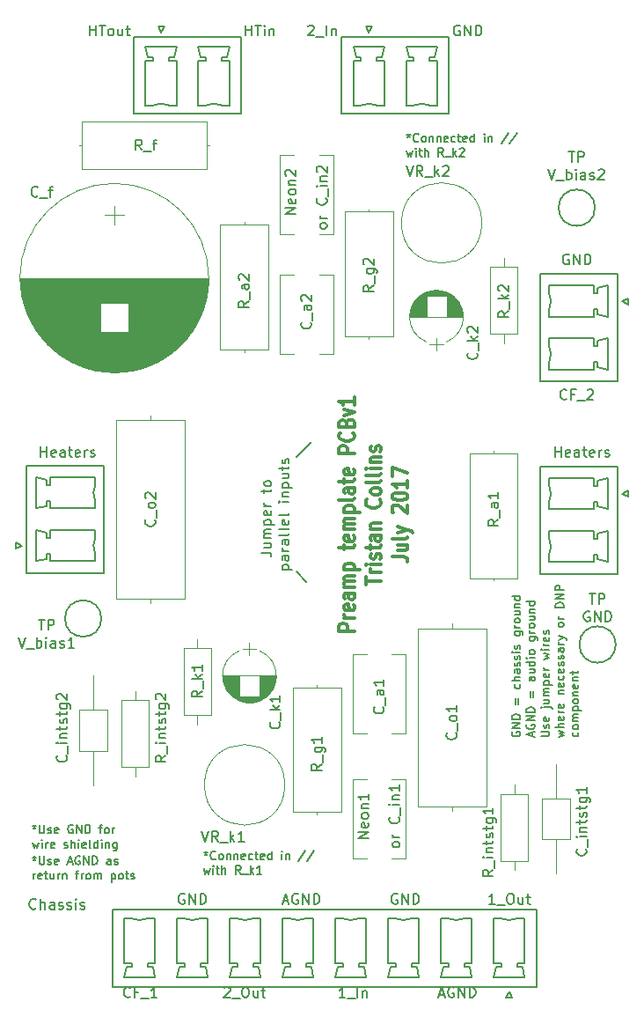
<source format=gbr>
G04 #@! TF.FileFunction,Legend,Top*
%FSLAX46Y46*%
G04 Gerber Fmt 4.6, Leading zero omitted, Abs format (unit mm)*
G04 Created by KiCad (PCBNEW 4.0.6) date Friday, 28 July 2017 'PMt' 20:00:50*
%MOMM*%
%LPD*%
G01*
G04 APERTURE LIST*
%ADD10C,0.100000*%
%ADD11C,0.200000*%
%ADD12C,0.300000*%
%ADD13C,0.120000*%
%ADD14C,0.150000*%
G04 APERTURE END LIST*
D10*
D11*
X195142857Y-59452381D02*
X195142857Y-58452381D01*
X195142857Y-58928571D02*
X195714286Y-58928571D01*
X195714286Y-59452381D02*
X195714286Y-58452381D01*
X196047619Y-58452381D02*
X196619048Y-58452381D01*
X196333333Y-59452381D02*
X196333333Y-58452381D01*
X196952381Y-59452381D02*
X196952381Y-58785714D01*
X196952381Y-58452381D02*
X196904762Y-58500000D01*
X196952381Y-58547619D01*
X197000000Y-58500000D01*
X196952381Y-58452381D01*
X196952381Y-58547619D01*
X197428571Y-58785714D02*
X197428571Y-59452381D01*
X197428571Y-58880952D02*
X197476190Y-58833333D01*
X197571428Y-58785714D01*
X197714286Y-58785714D01*
X197809524Y-58833333D01*
X197857143Y-58928571D01*
X197857143Y-59452381D01*
X174804762Y-138361905D02*
X174804762Y-138552381D01*
X174614286Y-138476190D02*
X174804762Y-138552381D01*
X174995238Y-138476190D01*
X174690476Y-138704762D02*
X174804762Y-138552381D01*
X174919048Y-138704762D01*
X175300000Y-138361905D02*
X175300000Y-139009524D01*
X175338095Y-139085714D01*
X175376191Y-139123810D01*
X175452381Y-139161905D01*
X175604762Y-139161905D01*
X175680953Y-139123810D01*
X175719048Y-139085714D01*
X175757143Y-139009524D01*
X175757143Y-138361905D01*
X176100000Y-139123810D02*
X176176190Y-139161905D01*
X176328571Y-139161905D01*
X176404762Y-139123810D01*
X176442857Y-139047619D01*
X176442857Y-139009524D01*
X176404762Y-138933333D01*
X176328571Y-138895238D01*
X176214286Y-138895238D01*
X176138095Y-138857143D01*
X176100000Y-138780952D01*
X176100000Y-138742857D01*
X176138095Y-138666667D01*
X176214286Y-138628571D01*
X176328571Y-138628571D01*
X176404762Y-138666667D01*
X177090476Y-139123810D02*
X177014286Y-139161905D01*
X176861905Y-139161905D01*
X176785714Y-139123810D01*
X176747619Y-139047619D01*
X176747619Y-138742857D01*
X176785714Y-138666667D01*
X176861905Y-138628571D01*
X177014286Y-138628571D01*
X177090476Y-138666667D01*
X177128571Y-138742857D01*
X177128571Y-138819048D01*
X176747619Y-138895238D01*
X178042857Y-138933333D02*
X178423809Y-138933333D01*
X177966666Y-139161905D02*
X178233333Y-138361905D01*
X178500000Y-139161905D01*
X179185714Y-138400000D02*
X179109523Y-138361905D01*
X178995238Y-138361905D01*
X178880952Y-138400000D01*
X178804761Y-138476190D01*
X178766666Y-138552381D01*
X178728571Y-138704762D01*
X178728571Y-138819048D01*
X178766666Y-138971429D01*
X178804761Y-139047619D01*
X178880952Y-139123810D01*
X178995238Y-139161905D01*
X179071428Y-139161905D01*
X179185714Y-139123810D01*
X179223809Y-139085714D01*
X179223809Y-138819048D01*
X179071428Y-138819048D01*
X179566666Y-139161905D02*
X179566666Y-138361905D01*
X180023809Y-139161905D01*
X180023809Y-138361905D01*
X180404761Y-139161905D02*
X180404761Y-138361905D01*
X180595237Y-138361905D01*
X180709523Y-138400000D01*
X180785714Y-138476190D01*
X180823809Y-138552381D01*
X180861904Y-138704762D01*
X180861904Y-138819048D01*
X180823809Y-138971429D01*
X180785714Y-139047619D01*
X180709523Y-139123810D01*
X180595237Y-139161905D01*
X180404761Y-139161905D01*
X182157142Y-139161905D02*
X182157142Y-138742857D01*
X182119047Y-138666667D01*
X182042857Y-138628571D01*
X181890476Y-138628571D01*
X181814285Y-138666667D01*
X182157142Y-139123810D02*
X182080952Y-139161905D01*
X181890476Y-139161905D01*
X181814285Y-139123810D01*
X181776190Y-139047619D01*
X181776190Y-138971429D01*
X181814285Y-138895238D01*
X181890476Y-138857143D01*
X182080952Y-138857143D01*
X182157142Y-138819048D01*
X182500000Y-139123810D02*
X182576190Y-139161905D01*
X182728571Y-139161905D01*
X182804762Y-139123810D01*
X182842857Y-139047619D01*
X182842857Y-139009524D01*
X182804762Y-138933333D01*
X182728571Y-138895238D01*
X182614286Y-138895238D01*
X182538095Y-138857143D01*
X182500000Y-138780952D01*
X182500000Y-138742857D01*
X182538095Y-138666667D01*
X182614286Y-138628571D01*
X182728571Y-138628571D01*
X182804762Y-138666667D01*
X174690476Y-140561905D02*
X174690476Y-140028571D01*
X174690476Y-140180952D02*
X174728571Y-140104762D01*
X174766667Y-140066667D01*
X174842857Y-140028571D01*
X174919048Y-140028571D01*
X175490476Y-140523810D02*
X175414286Y-140561905D01*
X175261905Y-140561905D01*
X175185714Y-140523810D01*
X175147619Y-140447619D01*
X175147619Y-140142857D01*
X175185714Y-140066667D01*
X175261905Y-140028571D01*
X175414286Y-140028571D01*
X175490476Y-140066667D01*
X175528571Y-140142857D01*
X175528571Y-140219048D01*
X175147619Y-140295238D01*
X175757142Y-140028571D02*
X176061904Y-140028571D01*
X175871428Y-139761905D02*
X175871428Y-140447619D01*
X175909523Y-140523810D01*
X175985714Y-140561905D01*
X176061904Y-140561905D01*
X176671428Y-140028571D02*
X176671428Y-140561905D01*
X176328571Y-140028571D02*
X176328571Y-140447619D01*
X176366666Y-140523810D01*
X176442857Y-140561905D01*
X176557143Y-140561905D01*
X176633333Y-140523810D01*
X176671428Y-140485714D01*
X177052381Y-140561905D02*
X177052381Y-140028571D01*
X177052381Y-140180952D02*
X177090476Y-140104762D01*
X177128572Y-140066667D01*
X177204762Y-140028571D01*
X177280953Y-140028571D01*
X177547619Y-140028571D02*
X177547619Y-140561905D01*
X177547619Y-140104762D02*
X177585714Y-140066667D01*
X177661905Y-140028571D01*
X177776191Y-140028571D01*
X177852381Y-140066667D01*
X177890476Y-140142857D01*
X177890476Y-140561905D01*
X178766667Y-140028571D02*
X179071429Y-140028571D01*
X178880953Y-140561905D02*
X178880953Y-139876190D01*
X178919048Y-139800000D01*
X178995239Y-139761905D01*
X179071429Y-139761905D01*
X179338096Y-140561905D02*
X179338096Y-140028571D01*
X179338096Y-140180952D02*
X179376191Y-140104762D01*
X179414287Y-140066667D01*
X179490477Y-140028571D01*
X179566668Y-140028571D01*
X179947620Y-140561905D02*
X179871429Y-140523810D01*
X179833334Y-140485714D01*
X179795239Y-140409524D01*
X179795239Y-140180952D01*
X179833334Y-140104762D01*
X179871429Y-140066667D01*
X179947620Y-140028571D01*
X180061906Y-140028571D01*
X180138096Y-140066667D01*
X180176191Y-140104762D01*
X180214287Y-140180952D01*
X180214287Y-140409524D01*
X180176191Y-140485714D01*
X180138096Y-140523810D01*
X180061906Y-140561905D01*
X179947620Y-140561905D01*
X180557144Y-140561905D02*
X180557144Y-140028571D01*
X180557144Y-140104762D02*
X180595239Y-140066667D01*
X180671430Y-140028571D01*
X180785716Y-140028571D01*
X180861906Y-140066667D01*
X180900001Y-140142857D01*
X180900001Y-140561905D01*
X180900001Y-140142857D02*
X180938097Y-140066667D01*
X181014287Y-140028571D01*
X181128573Y-140028571D01*
X181204763Y-140066667D01*
X181242858Y-140142857D01*
X181242858Y-140561905D01*
X182233335Y-140028571D02*
X182233335Y-140828571D01*
X182233335Y-140066667D02*
X182309526Y-140028571D01*
X182461907Y-140028571D01*
X182538097Y-140066667D01*
X182576192Y-140104762D01*
X182614288Y-140180952D01*
X182614288Y-140409524D01*
X182576192Y-140485714D01*
X182538097Y-140523810D01*
X182461907Y-140561905D01*
X182309526Y-140561905D01*
X182233335Y-140523810D01*
X183071431Y-140561905D02*
X182995240Y-140523810D01*
X182957145Y-140485714D01*
X182919050Y-140409524D01*
X182919050Y-140180952D01*
X182957145Y-140104762D01*
X182995240Y-140066667D01*
X183071431Y-140028571D01*
X183185717Y-140028571D01*
X183261907Y-140066667D01*
X183300002Y-140104762D01*
X183338098Y-140180952D01*
X183338098Y-140409524D01*
X183300002Y-140485714D01*
X183261907Y-140523810D01*
X183185717Y-140561905D01*
X183071431Y-140561905D01*
X183566669Y-140028571D02*
X183871431Y-140028571D01*
X183680955Y-139761905D02*
X183680955Y-140447619D01*
X183719050Y-140523810D01*
X183795241Y-140561905D01*
X183871431Y-140561905D01*
X184100003Y-140523810D02*
X184176193Y-140561905D01*
X184328574Y-140561905D01*
X184404765Y-140523810D01*
X184442860Y-140447619D01*
X184442860Y-140409524D01*
X184404765Y-140333333D01*
X184328574Y-140295238D01*
X184214289Y-140295238D01*
X184138098Y-140257143D01*
X184100003Y-140180952D01*
X184100003Y-140142857D01*
X184138098Y-140066667D01*
X184214289Y-140028571D01*
X184328574Y-140028571D01*
X184404765Y-140066667D01*
X210804762Y-68861905D02*
X210804762Y-69052381D01*
X210614286Y-68976190D02*
X210804762Y-69052381D01*
X210995238Y-68976190D01*
X210690476Y-69204762D02*
X210804762Y-69052381D01*
X210919048Y-69204762D01*
X211757143Y-69585714D02*
X211719048Y-69623810D01*
X211604762Y-69661905D01*
X211528572Y-69661905D01*
X211414286Y-69623810D01*
X211338095Y-69547619D01*
X211300000Y-69471429D01*
X211261905Y-69319048D01*
X211261905Y-69204762D01*
X211300000Y-69052381D01*
X211338095Y-68976190D01*
X211414286Y-68900000D01*
X211528572Y-68861905D01*
X211604762Y-68861905D01*
X211719048Y-68900000D01*
X211757143Y-68938095D01*
X212214286Y-69661905D02*
X212138095Y-69623810D01*
X212100000Y-69585714D01*
X212061905Y-69509524D01*
X212061905Y-69280952D01*
X212100000Y-69204762D01*
X212138095Y-69166667D01*
X212214286Y-69128571D01*
X212328572Y-69128571D01*
X212404762Y-69166667D01*
X212442857Y-69204762D01*
X212480953Y-69280952D01*
X212480953Y-69509524D01*
X212442857Y-69585714D01*
X212404762Y-69623810D01*
X212328572Y-69661905D01*
X212214286Y-69661905D01*
X212823810Y-69128571D02*
X212823810Y-69661905D01*
X212823810Y-69204762D02*
X212861905Y-69166667D01*
X212938096Y-69128571D01*
X213052382Y-69128571D01*
X213128572Y-69166667D01*
X213166667Y-69242857D01*
X213166667Y-69661905D01*
X213547620Y-69128571D02*
X213547620Y-69661905D01*
X213547620Y-69204762D02*
X213585715Y-69166667D01*
X213661906Y-69128571D01*
X213776192Y-69128571D01*
X213852382Y-69166667D01*
X213890477Y-69242857D01*
X213890477Y-69661905D01*
X214576192Y-69623810D02*
X214500002Y-69661905D01*
X214347621Y-69661905D01*
X214271430Y-69623810D01*
X214233335Y-69547619D01*
X214233335Y-69242857D01*
X214271430Y-69166667D01*
X214347621Y-69128571D01*
X214500002Y-69128571D01*
X214576192Y-69166667D01*
X214614287Y-69242857D01*
X214614287Y-69319048D01*
X214233335Y-69395238D01*
X215300001Y-69623810D02*
X215223811Y-69661905D01*
X215071430Y-69661905D01*
X214995239Y-69623810D01*
X214957144Y-69585714D01*
X214919049Y-69509524D01*
X214919049Y-69280952D01*
X214957144Y-69204762D01*
X214995239Y-69166667D01*
X215071430Y-69128571D01*
X215223811Y-69128571D01*
X215300001Y-69166667D01*
X215528572Y-69128571D02*
X215833334Y-69128571D01*
X215642858Y-68861905D02*
X215642858Y-69547619D01*
X215680953Y-69623810D01*
X215757144Y-69661905D01*
X215833334Y-69661905D01*
X216404763Y-69623810D02*
X216328573Y-69661905D01*
X216176192Y-69661905D01*
X216100001Y-69623810D01*
X216061906Y-69547619D01*
X216061906Y-69242857D01*
X216100001Y-69166667D01*
X216176192Y-69128571D01*
X216328573Y-69128571D01*
X216404763Y-69166667D01*
X216442858Y-69242857D01*
X216442858Y-69319048D01*
X216061906Y-69395238D01*
X217128572Y-69661905D02*
X217128572Y-68861905D01*
X217128572Y-69623810D02*
X217052382Y-69661905D01*
X216900001Y-69661905D01*
X216823810Y-69623810D01*
X216785715Y-69585714D01*
X216747620Y-69509524D01*
X216747620Y-69280952D01*
X216785715Y-69204762D01*
X216823810Y-69166667D01*
X216900001Y-69128571D01*
X217052382Y-69128571D01*
X217128572Y-69166667D01*
X218119049Y-69661905D02*
X218119049Y-69128571D01*
X218119049Y-68861905D02*
X218080954Y-68900000D01*
X218119049Y-68938095D01*
X218157144Y-68900000D01*
X218119049Y-68861905D01*
X218119049Y-68938095D01*
X218500001Y-69128571D02*
X218500001Y-69661905D01*
X218500001Y-69204762D02*
X218538096Y-69166667D01*
X218614287Y-69128571D01*
X218728573Y-69128571D01*
X218804763Y-69166667D01*
X218842858Y-69242857D01*
X218842858Y-69661905D01*
X220404764Y-68823810D02*
X219719049Y-69852381D01*
X221242859Y-68823810D02*
X220557144Y-69852381D01*
X210614286Y-70528571D02*
X210766667Y-71061905D01*
X210919048Y-70680952D01*
X211071429Y-71061905D01*
X211223810Y-70528571D01*
X211528571Y-71061905D02*
X211528571Y-70528571D01*
X211528571Y-70261905D02*
X211490476Y-70300000D01*
X211528571Y-70338095D01*
X211566666Y-70300000D01*
X211528571Y-70261905D01*
X211528571Y-70338095D01*
X211795237Y-70528571D02*
X212099999Y-70528571D01*
X211909523Y-70261905D02*
X211909523Y-70947619D01*
X211947618Y-71023810D01*
X212023809Y-71061905D01*
X212099999Y-71061905D01*
X212366666Y-71061905D02*
X212366666Y-70261905D01*
X212709523Y-71061905D02*
X212709523Y-70642857D01*
X212671428Y-70566667D01*
X212595238Y-70528571D01*
X212480952Y-70528571D01*
X212404761Y-70566667D01*
X212366666Y-70604762D01*
X214157143Y-71061905D02*
X213890476Y-70680952D01*
X213700000Y-71061905D02*
X213700000Y-70261905D01*
X214004762Y-70261905D01*
X214080953Y-70300000D01*
X214119048Y-70338095D01*
X214157143Y-70414286D01*
X214157143Y-70528571D01*
X214119048Y-70604762D01*
X214080953Y-70642857D01*
X214004762Y-70680952D01*
X213700000Y-70680952D01*
X214309524Y-71138095D02*
X214919048Y-71138095D01*
X215109524Y-71061905D02*
X215109524Y-70261905D01*
X215185715Y-70757143D02*
X215414286Y-71061905D01*
X215414286Y-70528571D02*
X215109524Y-70833333D01*
X215719048Y-70338095D02*
X215757143Y-70300000D01*
X215833334Y-70261905D01*
X216023810Y-70261905D01*
X216100000Y-70300000D01*
X216138096Y-70338095D01*
X216176191Y-70414286D01*
X216176191Y-70490476D01*
X216138096Y-70604762D01*
X215680953Y-71061905D01*
X216176191Y-71061905D01*
X191304762Y-137861905D02*
X191304762Y-138052381D01*
X191114286Y-137976190D02*
X191304762Y-138052381D01*
X191495238Y-137976190D01*
X191190476Y-138204762D02*
X191304762Y-138052381D01*
X191419048Y-138204762D01*
X192257143Y-138585714D02*
X192219048Y-138623810D01*
X192104762Y-138661905D01*
X192028572Y-138661905D01*
X191914286Y-138623810D01*
X191838095Y-138547619D01*
X191800000Y-138471429D01*
X191761905Y-138319048D01*
X191761905Y-138204762D01*
X191800000Y-138052381D01*
X191838095Y-137976190D01*
X191914286Y-137900000D01*
X192028572Y-137861905D01*
X192104762Y-137861905D01*
X192219048Y-137900000D01*
X192257143Y-137938095D01*
X192714286Y-138661905D02*
X192638095Y-138623810D01*
X192600000Y-138585714D01*
X192561905Y-138509524D01*
X192561905Y-138280952D01*
X192600000Y-138204762D01*
X192638095Y-138166667D01*
X192714286Y-138128571D01*
X192828572Y-138128571D01*
X192904762Y-138166667D01*
X192942857Y-138204762D01*
X192980953Y-138280952D01*
X192980953Y-138509524D01*
X192942857Y-138585714D01*
X192904762Y-138623810D01*
X192828572Y-138661905D01*
X192714286Y-138661905D01*
X193323810Y-138128571D02*
X193323810Y-138661905D01*
X193323810Y-138204762D02*
X193361905Y-138166667D01*
X193438096Y-138128571D01*
X193552382Y-138128571D01*
X193628572Y-138166667D01*
X193666667Y-138242857D01*
X193666667Y-138661905D01*
X194047620Y-138128571D02*
X194047620Y-138661905D01*
X194047620Y-138204762D02*
X194085715Y-138166667D01*
X194161906Y-138128571D01*
X194276192Y-138128571D01*
X194352382Y-138166667D01*
X194390477Y-138242857D01*
X194390477Y-138661905D01*
X195076192Y-138623810D02*
X195000002Y-138661905D01*
X194847621Y-138661905D01*
X194771430Y-138623810D01*
X194733335Y-138547619D01*
X194733335Y-138242857D01*
X194771430Y-138166667D01*
X194847621Y-138128571D01*
X195000002Y-138128571D01*
X195076192Y-138166667D01*
X195114287Y-138242857D01*
X195114287Y-138319048D01*
X194733335Y-138395238D01*
X195800001Y-138623810D02*
X195723811Y-138661905D01*
X195571430Y-138661905D01*
X195495239Y-138623810D01*
X195457144Y-138585714D01*
X195419049Y-138509524D01*
X195419049Y-138280952D01*
X195457144Y-138204762D01*
X195495239Y-138166667D01*
X195571430Y-138128571D01*
X195723811Y-138128571D01*
X195800001Y-138166667D01*
X196028572Y-138128571D02*
X196333334Y-138128571D01*
X196142858Y-137861905D02*
X196142858Y-138547619D01*
X196180953Y-138623810D01*
X196257144Y-138661905D01*
X196333334Y-138661905D01*
X196904763Y-138623810D02*
X196828573Y-138661905D01*
X196676192Y-138661905D01*
X196600001Y-138623810D01*
X196561906Y-138547619D01*
X196561906Y-138242857D01*
X196600001Y-138166667D01*
X196676192Y-138128571D01*
X196828573Y-138128571D01*
X196904763Y-138166667D01*
X196942858Y-138242857D01*
X196942858Y-138319048D01*
X196561906Y-138395238D01*
X197628572Y-138661905D02*
X197628572Y-137861905D01*
X197628572Y-138623810D02*
X197552382Y-138661905D01*
X197400001Y-138661905D01*
X197323810Y-138623810D01*
X197285715Y-138585714D01*
X197247620Y-138509524D01*
X197247620Y-138280952D01*
X197285715Y-138204762D01*
X197323810Y-138166667D01*
X197400001Y-138128571D01*
X197552382Y-138128571D01*
X197628572Y-138166667D01*
X198619049Y-138661905D02*
X198619049Y-138128571D01*
X198619049Y-137861905D02*
X198580954Y-137900000D01*
X198619049Y-137938095D01*
X198657144Y-137900000D01*
X198619049Y-137861905D01*
X198619049Y-137938095D01*
X199000001Y-138128571D02*
X199000001Y-138661905D01*
X199000001Y-138204762D02*
X199038096Y-138166667D01*
X199114287Y-138128571D01*
X199228573Y-138128571D01*
X199304763Y-138166667D01*
X199342858Y-138242857D01*
X199342858Y-138661905D01*
X200904764Y-137823810D02*
X200219049Y-138852381D01*
X201742859Y-137823810D02*
X201057144Y-138852381D01*
X191114286Y-139528571D02*
X191266667Y-140061905D01*
X191419048Y-139680952D01*
X191571429Y-140061905D01*
X191723810Y-139528571D01*
X192028571Y-140061905D02*
X192028571Y-139528571D01*
X192028571Y-139261905D02*
X191990476Y-139300000D01*
X192028571Y-139338095D01*
X192066666Y-139300000D01*
X192028571Y-139261905D01*
X192028571Y-139338095D01*
X192295237Y-139528571D02*
X192599999Y-139528571D01*
X192409523Y-139261905D02*
X192409523Y-139947619D01*
X192447618Y-140023810D01*
X192523809Y-140061905D01*
X192599999Y-140061905D01*
X192866666Y-140061905D02*
X192866666Y-139261905D01*
X193209523Y-140061905D02*
X193209523Y-139642857D01*
X193171428Y-139566667D01*
X193095238Y-139528571D01*
X192980952Y-139528571D01*
X192904761Y-139566667D01*
X192866666Y-139604762D01*
X194657143Y-140061905D02*
X194390476Y-139680952D01*
X194200000Y-140061905D02*
X194200000Y-139261905D01*
X194504762Y-139261905D01*
X194580953Y-139300000D01*
X194619048Y-139338095D01*
X194657143Y-139414286D01*
X194657143Y-139528571D01*
X194619048Y-139604762D01*
X194580953Y-139642857D01*
X194504762Y-139680952D01*
X194200000Y-139680952D01*
X194809524Y-140138095D02*
X195419048Y-140138095D01*
X195609524Y-140061905D02*
X195609524Y-139261905D01*
X195685715Y-139757143D02*
X195914286Y-140061905D01*
X195914286Y-139528571D02*
X195609524Y-139833333D01*
X196676191Y-140061905D02*
X196219048Y-140061905D01*
X196447619Y-140061905D02*
X196447619Y-139261905D01*
X196371429Y-139376190D01*
X196295238Y-139452381D01*
X196219048Y-139490476D01*
X174804762Y-135361905D02*
X174804762Y-135552381D01*
X174614286Y-135476190D02*
X174804762Y-135552381D01*
X174995238Y-135476190D01*
X174690476Y-135704762D02*
X174804762Y-135552381D01*
X174919048Y-135704762D01*
X175300000Y-135361905D02*
X175300000Y-136009524D01*
X175338095Y-136085714D01*
X175376191Y-136123810D01*
X175452381Y-136161905D01*
X175604762Y-136161905D01*
X175680953Y-136123810D01*
X175719048Y-136085714D01*
X175757143Y-136009524D01*
X175757143Y-135361905D01*
X176100000Y-136123810D02*
X176176190Y-136161905D01*
X176328571Y-136161905D01*
X176404762Y-136123810D01*
X176442857Y-136047619D01*
X176442857Y-136009524D01*
X176404762Y-135933333D01*
X176328571Y-135895238D01*
X176214286Y-135895238D01*
X176138095Y-135857143D01*
X176100000Y-135780952D01*
X176100000Y-135742857D01*
X176138095Y-135666667D01*
X176214286Y-135628571D01*
X176328571Y-135628571D01*
X176404762Y-135666667D01*
X177090476Y-136123810D02*
X177014286Y-136161905D01*
X176861905Y-136161905D01*
X176785714Y-136123810D01*
X176747619Y-136047619D01*
X176747619Y-135742857D01*
X176785714Y-135666667D01*
X176861905Y-135628571D01*
X177014286Y-135628571D01*
X177090476Y-135666667D01*
X177128571Y-135742857D01*
X177128571Y-135819048D01*
X176747619Y-135895238D01*
X178500000Y-135400000D02*
X178423809Y-135361905D01*
X178309524Y-135361905D01*
X178195238Y-135400000D01*
X178119047Y-135476190D01*
X178080952Y-135552381D01*
X178042857Y-135704762D01*
X178042857Y-135819048D01*
X178080952Y-135971429D01*
X178119047Y-136047619D01*
X178195238Y-136123810D01*
X178309524Y-136161905D01*
X178385714Y-136161905D01*
X178500000Y-136123810D01*
X178538095Y-136085714D01*
X178538095Y-135819048D01*
X178385714Y-135819048D01*
X178880952Y-136161905D02*
X178880952Y-135361905D01*
X179338095Y-136161905D01*
X179338095Y-135361905D01*
X179719047Y-136161905D02*
X179719047Y-135361905D01*
X179909523Y-135361905D01*
X180023809Y-135400000D01*
X180100000Y-135476190D01*
X180138095Y-135552381D01*
X180176190Y-135704762D01*
X180176190Y-135819048D01*
X180138095Y-135971429D01*
X180100000Y-136047619D01*
X180023809Y-136123810D01*
X179909523Y-136161905D01*
X179719047Y-136161905D01*
X181014285Y-135628571D02*
X181319047Y-135628571D01*
X181128571Y-136161905D02*
X181128571Y-135476190D01*
X181166666Y-135400000D01*
X181242857Y-135361905D01*
X181319047Y-135361905D01*
X181700000Y-136161905D02*
X181623809Y-136123810D01*
X181585714Y-136085714D01*
X181547619Y-136009524D01*
X181547619Y-135780952D01*
X181585714Y-135704762D01*
X181623809Y-135666667D01*
X181700000Y-135628571D01*
X181814286Y-135628571D01*
X181890476Y-135666667D01*
X181928571Y-135704762D01*
X181966667Y-135780952D01*
X181966667Y-136009524D01*
X181928571Y-136085714D01*
X181890476Y-136123810D01*
X181814286Y-136161905D01*
X181700000Y-136161905D01*
X182309524Y-136161905D02*
X182309524Y-135628571D01*
X182309524Y-135780952D02*
X182347619Y-135704762D01*
X182385715Y-135666667D01*
X182461905Y-135628571D01*
X182538096Y-135628571D01*
X174614286Y-137028571D02*
X174766667Y-137561905D01*
X174919048Y-137180952D01*
X175071429Y-137561905D01*
X175223810Y-137028571D01*
X175528571Y-137561905D02*
X175528571Y-137028571D01*
X175528571Y-136761905D02*
X175490476Y-136800000D01*
X175528571Y-136838095D01*
X175566666Y-136800000D01*
X175528571Y-136761905D01*
X175528571Y-136838095D01*
X175909523Y-137561905D02*
X175909523Y-137028571D01*
X175909523Y-137180952D02*
X175947618Y-137104762D01*
X175985714Y-137066667D01*
X176061904Y-137028571D01*
X176138095Y-137028571D01*
X176709523Y-137523810D02*
X176633333Y-137561905D01*
X176480952Y-137561905D01*
X176404761Y-137523810D01*
X176366666Y-137447619D01*
X176366666Y-137142857D01*
X176404761Y-137066667D01*
X176480952Y-137028571D01*
X176633333Y-137028571D01*
X176709523Y-137066667D01*
X176747618Y-137142857D01*
X176747618Y-137219048D01*
X176366666Y-137295238D01*
X177661904Y-137523810D02*
X177738094Y-137561905D01*
X177890475Y-137561905D01*
X177966666Y-137523810D01*
X178004761Y-137447619D01*
X178004761Y-137409524D01*
X177966666Y-137333333D01*
X177890475Y-137295238D01*
X177776190Y-137295238D01*
X177699999Y-137257143D01*
X177661904Y-137180952D01*
X177661904Y-137142857D01*
X177699999Y-137066667D01*
X177776190Y-137028571D01*
X177890475Y-137028571D01*
X177966666Y-137066667D01*
X178347618Y-137561905D02*
X178347618Y-136761905D01*
X178690475Y-137561905D02*
X178690475Y-137142857D01*
X178652380Y-137066667D01*
X178576190Y-137028571D01*
X178461904Y-137028571D01*
X178385713Y-137066667D01*
X178347618Y-137104762D01*
X179071428Y-137561905D02*
X179071428Y-137028571D01*
X179071428Y-136761905D02*
X179033333Y-136800000D01*
X179071428Y-136838095D01*
X179109523Y-136800000D01*
X179071428Y-136761905D01*
X179071428Y-136838095D01*
X179757142Y-137523810D02*
X179680952Y-137561905D01*
X179528571Y-137561905D01*
X179452380Y-137523810D01*
X179414285Y-137447619D01*
X179414285Y-137142857D01*
X179452380Y-137066667D01*
X179528571Y-137028571D01*
X179680952Y-137028571D01*
X179757142Y-137066667D01*
X179795237Y-137142857D01*
X179795237Y-137219048D01*
X179414285Y-137295238D01*
X180252380Y-137561905D02*
X180176189Y-137523810D01*
X180138094Y-137447619D01*
X180138094Y-136761905D01*
X180899999Y-137561905D02*
X180899999Y-136761905D01*
X180899999Y-137523810D02*
X180823809Y-137561905D01*
X180671428Y-137561905D01*
X180595237Y-137523810D01*
X180557142Y-137485714D01*
X180519047Y-137409524D01*
X180519047Y-137180952D01*
X180557142Y-137104762D01*
X180595237Y-137066667D01*
X180671428Y-137028571D01*
X180823809Y-137028571D01*
X180899999Y-137066667D01*
X181280952Y-137561905D02*
X181280952Y-137028571D01*
X181280952Y-136761905D02*
X181242857Y-136800000D01*
X181280952Y-136838095D01*
X181319047Y-136800000D01*
X181280952Y-136761905D01*
X181280952Y-136838095D01*
X181661904Y-137028571D02*
X181661904Y-137561905D01*
X181661904Y-137104762D02*
X181699999Y-137066667D01*
X181776190Y-137028571D01*
X181890476Y-137028571D01*
X181966666Y-137066667D01*
X182004761Y-137142857D01*
X182004761Y-137561905D01*
X182728571Y-137028571D02*
X182728571Y-137676190D01*
X182690476Y-137752381D01*
X182652381Y-137790476D01*
X182576190Y-137828571D01*
X182461905Y-137828571D01*
X182385714Y-137790476D01*
X182728571Y-137523810D02*
X182652381Y-137561905D01*
X182500000Y-137561905D01*
X182423809Y-137523810D01*
X182385714Y-137485714D01*
X182347619Y-137409524D01*
X182347619Y-137180952D01*
X182385714Y-137104762D01*
X182423809Y-137066667D01*
X182500000Y-137028571D01*
X182652381Y-137028571D01*
X182728571Y-137066667D01*
X220800000Y-126390476D02*
X220761905Y-126466667D01*
X220761905Y-126580952D01*
X220800000Y-126695238D01*
X220876190Y-126771429D01*
X220952381Y-126809524D01*
X221104762Y-126847619D01*
X221219048Y-126847619D01*
X221371429Y-126809524D01*
X221447619Y-126771429D01*
X221523810Y-126695238D01*
X221561905Y-126580952D01*
X221561905Y-126504762D01*
X221523810Y-126390476D01*
X221485714Y-126352381D01*
X221219048Y-126352381D01*
X221219048Y-126504762D01*
X221561905Y-126009524D02*
X220761905Y-126009524D01*
X221561905Y-125552381D01*
X220761905Y-125552381D01*
X221561905Y-125171429D02*
X220761905Y-125171429D01*
X220761905Y-124980953D01*
X220800000Y-124866667D01*
X220876190Y-124790476D01*
X220952381Y-124752381D01*
X221104762Y-124714286D01*
X221219048Y-124714286D01*
X221371429Y-124752381D01*
X221447619Y-124790476D01*
X221523810Y-124866667D01*
X221561905Y-124980953D01*
X221561905Y-125171429D01*
X221142857Y-123761905D02*
X221142857Y-123152381D01*
X221371429Y-123152381D02*
X221371429Y-123761905D01*
X221523810Y-121819048D02*
X221561905Y-121895238D01*
X221561905Y-122047619D01*
X221523810Y-122123810D01*
X221485714Y-122161905D01*
X221409524Y-122200000D01*
X221180952Y-122200000D01*
X221104762Y-122161905D01*
X221066667Y-122123810D01*
X221028571Y-122047619D01*
X221028571Y-121895238D01*
X221066667Y-121819048D01*
X221561905Y-121476191D02*
X220761905Y-121476191D01*
X221561905Y-121133334D02*
X221142857Y-121133334D01*
X221066667Y-121171429D01*
X221028571Y-121247619D01*
X221028571Y-121361905D01*
X221066667Y-121438096D01*
X221104762Y-121476191D01*
X221561905Y-120409524D02*
X221142857Y-120409524D01*
X221066667Y-120447619D01*
X221028571Y-120523809D01*
X221028571Y-120676190D01*
X221066667Y-120752381D01*
X221523810Y-120409524D02*
X221561905Y-120485714D01*
X221561905Y-120676190D01*
X221523810Y-120752381D01*
X221447619Y-120790476D01*
X221371429Y-120790476D01*
X221295238Y-120752381D01*
X221257143Y-120676190D01*
X221257143Y-120485714D01*
X221219048Y-120409524D01*
X221523810Y-120066666D02*
X221561905Y-119990476D01*
X221561905Y-119838095D01*
X221523810Y-119761904D01*
X221447619Y-119723809D01*
X221409524Y-119723809D01*
X221333333Y-119761904D01*
X221295238Y-119838095D01*
X221295238Y-119952380D01*
X221257143Y-120028571D01*
X221180952Y-120066666D01*
X221142857Y-120066666D01*
X221066667Y-120028571D01*
X221028571Y-119952380D01*
X221028571Y-119838095D01*
X221066667Y-119761904D01*
X221523810Y-119419047D02*
X221561905Y-119342857D01*
X221561905Y-119190476D01*
X221523810Y-119114285D01*
X221447619Y-119076190D01*
X221409524Y-119076190D01*
X221333333Y-119114285D01*
X221295238Y-119190476D01*
X221295238Y-119304761D01*
X221257143Y-119380952D01*
X221180952Y-119419047D01*
X221142857Y-119419047D01*
X221066667Y-119380952D01*
X221028571Y-119304761D01*
X221028571Y-119190476D01*
X221066667Y-119114285D01*
X221561905Y-118733333D02*
X221028571Y-118733333D01*
X220761905Y-118733333D02*
X220800000Y-118771428D01*
X220838095Y-118733333D01*
X220800000Y-118695238D01*
X220761905Y-118733333D01*
X220838095Y-118733333D01*
X221523810Y-118390476D02*
X221561905Y-118314286D01*
X221561905Y-118161905D01*
X221523810Y-118085714D01*
X221447619Y-118047619D01*
X221409524Y-118047619D01*
X221333333Y-118085714D01*
X221295238Y-118161905D01*
X221295238Y-118276190D01*
X221257143Y-118352381D01*
X221180952Y-118390476D01*
X221142857Y-118390476D01*
X221066667Y-118352381D01*
X221028571Y-118276190D01*
X221028571Y-118161905D01*
X221066667Y-118085714D01*
X221028571Y-116752381D02*
X221676190Y-116752381D01*
X221752381Y-116790476D01*
X221790476Y-116828571D01*
X221828571Y-116904762D01*
X221828571Y-117019047D01*
X221790476Y-117095238D01*
X221523810Y-116752381D02*
X221561905Y-116828571D01*
X221561905Y-116980952D01*
X221523810Y-117057143D01*
X221485714Y-117095238D01*
X221409524Y-117133333D01*
X221180952Y-117133333D01*
X221104762Y-117095238D01*
X221066667Y-117057143D01*
X221028571Y-116980952D01*
X221028571Y-116828571D01*
X221066667Y-116752381D01*
X221561905Y-116371428D02*
X221028571Y-116371428D01*
X221180952Y-116371428D02*
X221104762Y-116333333D01*
X221066667Y-116295237D01*
X221028571Y-116219047D01*
X221028571Y-116142856D01*
X221561905Y-115761904D02*
X221523810Y-115838095D01*
X221485714Y-115876190D01*
X221409524Y-115914285D01*
X221180952Y-115914285D01*
X221104762Y-115876190D01*
X221066667Y-115838095D01*
X221028571Y-115761904D01*
X221028571Y-115647618D01*
X221066667Y-115571428D01*
X221104762Y-115533333D01*
X221180952Y-115495237D01*
X221409524Y-115495237D01*
X221485714Y-115533333D01*
X221523810Y-115571428D01*
X221561905Y-115647618D01*
X221561905Y-115761904D01*
X221028571Y-114809523D02*
X221561905Y-114809523D01*
X221028571Y-115152380D02*
X221447619Y-115152380D01*
X221523810Y-115114285D01*
X221561905Y-115038094D01*
X221561905Y-114923808D01*
X221523810Y-114847618D01*
X221485714Y-114809523D01*
X221028571Y-114428570D02*
X221561905Y-114428570D01*
X221104762Y-114428570D02*
X221066667Y-114390475D01*
X221028571Y-114314284D01*
X221028571Y-114199998D01*
X221066667Y-114123808D01*
X221142857Y-114085713D01*
X221561905Y-114085713D01*
X221561905Y-113361903D02*
X220761905Y-113361903D01*
X221523810Y-113361903D02*
X221561905Y-113438093D01*
X221561905Y-113590474D01*
X221523810Y-113666665D01*
X221485714Y-113704760D01*
X221409524Y-113742855D01*
X221180952Y-113742855D01*
X221104762Y-113704760D01*
X221066667Y-113666665D01*
X221028571Y-113590474D01*
X221028571Y-113438093D01*
X221066667Y-113361903D01*
X222733333Y-126847619D02*
X222733333Y-126466667D01*
X222961905Y-126923810D02*
X222161905Y-126657143D01*
X222961905Y-126390476D01*
X222200000Y-125704762D02*
X222161905Y-125780953D01*
X222161905Y-125895238D01*
X222200000Y-126009524D01*
X222276190Y-126085715D01*
X222352381Y-126123810D01*
X222504762Y-126161905D01*
X222619048Y-126161905D01*
X222771429Y-126123810D01*
X222847619Y-126085715D01*
X222923810Y-126009524D01*
X222961905Y-125895238D01*
X222961905Y-125819048D01*
X222923810Y-125704762D01*
X222885714Y-125666667D01*
X222619048Y-125666667D01*
X222619048Y-125819048D01*
X222961905Y-125323810D02*
X222161905Y-125323810D01*
X222961905Y-124866667D01*
X222161905Y-124866667D01*
X222961905Y-124485715D02*
X222161905Y-124485715D01*
X222161905Y-124295239D01*
X222200000Y-124180953D01*
X222276190Y-124104762D01*
X222352381Y-124066667D01*
X222504762Y-124028572D01*
X222619048Y-124028572D01*
X222771429Y-124066667D01*
X222847619Y-124104762D01*
X222923810Y-124180953D01*
X222961905Y-124295239D01*
X222961905Y-124485715D01*
X222542857Y-123076191D02*
X222542857Y-122466667D01*
X222771429Y-122466667D02*
X222771429Y-123076191D01*
X222961905Y-121133334D02*
X222542857Y-121133334D01*
X222466667Y-121171429D01*
X222428571Y-121247619D01*
X222428571Y-121400000D01*
X222466667Y-121476191D01*
X222923810Y-121133334D02*
X222961905Y-121209524D01*
X222961905Y-121400000D01*
X222923810Y-121476191D01*
X222847619Y-121514286D01*
X222771429Y-121514286D01*
X222695238Y-121476191D01*
X222657143Y-121400000D01*
X222657143Y-121209524D01*
X222619048Y-121133334D01*
X222428571Y-120409524D02*
X222961905Y-120409524D01*
X222428571Y-120752381D02*
X222847619Y-120752381D01*
X222923810Y-120714286D01*
X222961905Y-120638095D01*
X222961905Y-120523809D01*
X222923810Y-120447619D01*
X222885714Y-120409524D01*
X222961905Y-119685714D02*
X222161905Y-119685714D01*
X222923810Y-119685714D02*
X222961905Y-119761904D01*
X222961905Y-119914285D01*
X222923810Y-119990476D01*
X222885714Y-120028571D01*
X222809524Y-120066666D01*
X222580952Y-120066666D01*
X222504762Y-120028571D01*
X222466667Y-119990476D01*
X222428571Y-119914285D01*
X222428571Y-119761904D01*
X222466667Y-119685714D01*
X222961905Y-119304761D02*
X222428571Y-119304761D01*
X222161905Y-119304761D02*
X222200000Y-119342856D01*
X222238095Y-119304761D01*
X222200000Y-119266666D01*
X222161905Y-119304761D01*
X222238095Y-119304761D01*
X222961905Y-118809523D02*
X222923810Y-118885714D01*
X222885714Y-118923809D01*
X222809524Y-118961904D01*
X222580952Y-118961904D01*
X222504762Y-118923809D01*
X222466667Y-118885714D01*
X222428571Y-118809523D01*
X222428571Y-118695237D01*
X222466667Y-118619047D01*
X222504762Y-118580952D01*
X222580952Y-118542856D01*
X222809524Y-118542856D01*
X222885714Y-118580952D01*
X222923810Y-118619047D01*
X222961905Y-118695237D01*
X222961905Y-118809523D01*
X222428571Y-117247618D02*
X223076190Y-117247618D01*
X223152381Y-117285713D01*
X223190476Y-117323808D01*
X223228571Y-117399999D01*
X223228571Y-117514284D01*
X223190476Y-117590475D01*
X222923810Y-117247618D02*
X222961905Y-117323808D01*
X222961905Y-117476189D01*
X222923810Y-117552380D01*
X222885714Y-117590475D01*
X222809524Y-117628570D01*
X222580952Y-117628570D01*
X222504762Y-117590475D01*
X222466667Y-117552380D01*
X222428571Y-117476189D01*
X222428571Y-117323808D01*
X222466667Y-117247618D01*
X222961905Y-116866665D02*
X222428571Y-116866665D01*
X222580952Y-116866665D02*
X222504762Y-116828570D01*
X222466667Y-116790474D01*
X222428571Y-116714284D01*
X222428571Y-116638093D01*
X222961905Y-116257141D02*
X222923810Y-116333332D01*
X222885714Y-116371427D01*
X222809524Y-116409522D01*
X222580952Y-116409522D01*
X222504762Y-116371427D01*
X222466667Y-116333332D01*
X222428571Y-116257141D01*
X222428571Y-116142855D01*
X222466667Y-116066665D01*
X222504762Y-116028570D01*
X222580952Y-115990474D01*
X222809524Y-115990474D01*
X222885714Y-116028570D01*
X222923810Y-116066665D01*
X222961905Y-116142855D01*
X222961905Y-116257141D01*
X222428571Y-115304760D02*
X222961905Y-115304760D01*
X222428571Y-115647617D02*
X222847619Y-115647617D01*
X222923810Y-115609522D01*
X222961905Y-115533331D01*
X222961905Y-115419045D01*
X222923810Y-115342855D01*
X222885714Y-115304760D01*
X222428571Y-114923807D02*
X222961905Y-114923807D01*
X222504762Y-114923807D02*
X222466667Y-114885712D01*
X222428571Y-114809521D01*
X222428571Y-114695235D01*
X222466667Y-114619045D01*
X222542857Y-114580950D01*
X222961905Y-114580950D01*
X222961905Y-113857140D02*
X222161905Y-113857140D01*
X222923810Y-113857140D02*
X222961905Y-113933330D01*
X222961905Y-114085711D01*
X222923810Y-114161902D01*
X222885714Y-114199997D01*
X222809524Y-114238092D01*
X222580952Y-114238092D01*
X222504762Y-114199997D01*
X222466667Y-114161902D01*
X222428571Y-114085711D01*
X222428571Y-113933330D01*
X222466667Y-113857140D01*
X223561905Y-126809524D02*
X224209524Y-126809524D01*
X224285714Y-126771429D01*
X224323810Y-126733333D01*
X224361905Y-126657143D01*
X224361905Y-126504762D01*
X224323810Y-126428571D01*
X224285714Y-126390476D01*
X224209524Y-126352381D01*
X223561905Y-126352381D01*
X224323810Y-126009524D02*
X224361905Y-125933334D01*
X224361905Y-125780953D01*
X224323810Y-125704762D01*
X224247619Y-125666667D01*
X224209524Y-125666667D01*
X224133333Y-125704762D01*
X224095238Y-125780953D01*
X224095238Y-125895238D01*
X224057143Y-125971429D01*
X223980952Y-126009524D01*
X223942857Y-126009524D01*
X223866667Y-125971429D01*
X223828571Y-125895238D01*
X223828571Y-125780953D01*
X223866667Y-125704762D01*
X224323810Y-125019048D02*
X224361905Y-125095238D01*
X224361905Y-125247619D01*
X224323810Y-125323810D01*
X224247619Y-125361905D01*
X223942857Y-125361905D01*
X223866667Y-125323810D01*
X223828571Y-125247619D01*
X223828571Y-125095238D01*
X223866667Y-125019048D01*
X223942857Y-124980953D01*
X224019048Y-124980953D01*
X224095238Y-125361905D01*
X223828571Y-124028572D02*
X224514286Y-124028572D01*
X224590476Y-124066667D01*
X224628571Y-124142858D01*
X224628571Y-124180953D01*
X223561905Y-124028572D02*
X223600000Y-124066667D01*
X223638095Y-124028572D01*
X223600000Y-123990477D01*
X223561905Y-124028572D01*
X223638095Y-124028572D01*
X223828571Y-123304763D02*
X224361905Y-123304763D01*
X223828571Y-123647620D02*
X224247619Y-123647620D01*
X224323810Y-123609525D01*
X224361905Y-123533334D01*
X224361905Y-123419048D01*
X224323810Y-123342858D01*
X224285714Y-123304763D01*
X224361905Y-122923810D02*
X223828571Y-122923810D01*
X223904762Y-122923810D02*
X223866667Y-122885715D01*
X223828571Y-122809524D01*
X223828571Y-122695238D01*
X223866667Y-122619048D01*
X223942857Y-122580953D01*
X224361905Y-122580953D01*
X223942857Y-122580953D02*
X223866667Y-122542857D01*
X223828571Y-122466667D01*
X223828571Y-122352381D01*
X223866667Y-122276191D01*
X223942857Y-122238096D01*
X224361905Y-122238096D01*
X223828571Y-121857143D02*
X224628571Y-121857143D01*
X223866667Y-121857143D02*
X223828571Y-121780952D01*
X223828571Y-121628571D01*
X223866667Y-121552381D01*
X223904762Y-121514286D01*
X223980952Y-121476190D01*
X224209524Y-121476190D01*
X224285714Y-121514286D01*
X224323810Y-121552381D01*
X224361905Y-121628571D01*
X224361905Y-121780952D01*
X224323810Y-121857143D01*
X224323810Y-120828571D02*
X224361905Y-120904761D01*
X224361905Y-121057142D01*
X224323810Y-121133333D01*
X224247619Y-121171428D01*
X223942857Y-121171428D01*
X223866667Y-121133333D01*
X223828571Y-121057142D01*
X223828571Y-120904761D01*
X223866667Y-120828571D01*
X223942857Y-120790476D01*
X224019048Y-120790476D01*
X224095238Y-121171428D01*
X224361905Y-120447619D02*
X223828571Y-120447619D01*
X223980952Y-120447619D02*
X223904762Y-120409524D01*
X223866667Y-120371428D01*
X223828571Y-120295238D01*
X223828571Y-120219047D01*
X223828571Y-119419047D02*
X224361905Y-119266666D01*
X223980952Y-119114285D01*
X224361905Y-118961904D01*
X223828571Y-118809523D01*
X224361905Y-118504762D02*
X223828571Y-118504762D01*
X223561905Y-118504762D02*
X223600000Y-118542857D01*
X223638095Y-118504762D01*
X223600000Y-118466667D01*
X223561905Y-118504762D01*
X223638095Y-118504762D01*
X224361905Y-118123810D02*
X223828571Y-118123810D01*
X223980952Y-118123810D02*
X223904762Y-118085715D01*
X223866667Y-118047619D01*
X223828571Y-117971429D01*
X223828571Y-117895238D01*
X224323810Y-117323810D02*
X224361905Y-117400000D01*
X224361905Y-117552381D01*
X224323810Y-117628572D01*
X224247619Y-117666667D01*
X223942857Y-117666667D01*
X223866667Y-117628572D01*
X223828571Y-117552381D01*
X223828571Y-117400000D01*
X223866667Y-117323810D01*
X223942857Y-117285715D01*
X224019048Y-117285715D01*
X224095238Y-117666667D01*
X224323810Y-116980953D02*
X224361905Y-116904763D01*
X224361905Y-116752382D01*
X224323810Y-116676191D01*
X224247619Y-116638096D01*
X224209524Y-116638096D01*
X224133333Y-116676191D01*
X224095238Y-116752382D01*
X224095238Y-116866667D01*
X224057143Y-116942858D01*
X223980952Y-116980953D01*
X223942857Y-116980953D01*
X223866667Y-116942858D01*
X223828571Y-116866667D01*
X223828571Y-116752382D01*
X223866667Y-116676191D01*
X225228571Y-126885714D02*
X225761905Y-126733333D01*
X225380952Y-126580952D01*
X225761905Y-126428571D01*
X225228571Y-126276190D01*
X225761905Y-125971429D02*
X224961905Y-125971429D01*
X225761905Y-125628572D02*
X225342857Y-125628572D01*
X225266667Y-125666667D01*
X225228571Y-125742857D01*
X225228571Y-125857143D01*
X225266667Y-125933334D01*
X225304762Y-125971429D01*
X225723810Y-124942857D02*
X225761905Y-125019047D01*
X225761905Y-125171428D01*
X225723810Y-125247619D01*
X225647619Y-125285714D01*
X225342857Y-125285714D01*
X225266667Y-125247619D01*
X225228571Y-125171428D01*
X225228571Y-125019047D01*
X225266667Y-124942857D01*
X225342857Y-124904762D01*
X225419048Y-124904762D01*
X225495238Y-125285714D01*
X225761905Y-124561905D02*
X225228571Y-124561905D01*
X225380952Y-124561905D02*
X225304762Y-124523810D01*
X225266667Y-124485714D01*
X225228571Y-124409524D01*
X225228571Y-124333333D01*
X225723810Y-123761905D02*
X225761905Y-123838095D01*
X225761905Y-123990476D01*
X225723810Y-124066667D01*
X225647619Y-124104762D01*
X225342857Y-124104762D01*
X225266667Y-124066667D01*
X225228571Y-123990476D01*
X225228571Y-123838095D01*
X225266667Y-123761905D01*
X225342857Y-123723810D01*
X225419048Y-123723810D01*
X225495238Y-124104762D01*
X225228571Y-122771429D02*
X225761905Y-122771429D01*
X225304762Y-122771429D02*
X225266667Y-122733334D01*
X225228571Y-122657143D01*
X225228571Y-122542857D01*
X225266667Y-122466667D01*
X225342857Y-122428572D01*
X225761905Y-122428572D01*
X225723810Y-121742857D02*
X225761905Y-121819047D01*
X225761905Y-121971428D01*
X225723810Y-122047619D01*
X225647619Y-122085714D01*
X225342857Y-122085714D01*
X225266667Y-122047619D01*
X225228571Y-121971428D01*
X225228571Y-121819047D01*
X225266667Y-121742857D01*
X225342857Y-121704762D01*
X225419048Y-121704762D01*
X225495238Y-122085714D01*
X225723810Y-121019048D02*
X225761905Y-121095238D01*
X225761905Y-121247619D01*
X225723810Y-121323810D01*
X225685714Y-121361905D01*
X225609524Y-121400000D01*
X225380952Y-121400000D01*
X225304762Y-121361905D01*
X225266667Y-121323810D01*
X225228571Y-121247619D01*
X225228571Y-121095238D01*
X225266667Y-121019048D01*
X225723810Y-120371429D02*
X225761905Y-120447619D01*
X225761905Y-120600000D01*
X225723810Y-120676191D01*
X225647619Y-120714286D01*
X225342857Y-120714286D01*
X225266667Y-120676191D01*
X225228571Y-120600000D01*
X225228571Y-120447619D01*
X225266667Y-120371429D01*
X225342857Y-120333334D01*
X225419048Y-120333334D01*
X225495238Y-120714286D01*
X225723810Y-120028572D02*
X225761905Y-119952382D01*
X225761905Y-119800001D01*
X225723810Y-119723810D01*
X225647619Y-119685715D01*
X225609524Y-119685715D01*
X225533333Y-119723810D01*
X225495238Y-119800001D01*
X225495238Y-119914286D01*
X225457143Y-119990477D01*
X225380952Y-120028572D01*
X225342857Y-120028572D01*
X225266667Y-119990477D01*
X225228571Y-119914286D01*
X225228571Y-119800001D01*
X225266667Y-119723810D01*
X225723810Y-119380953D02*
X225761905Y-119304763D01*
X225761905Y-119152382D01*
X225723810Y-119076191D01*
X225647619Y-119038096D01*
X225609524Y-119038096D01*
X225533333Y-119076191D01*
X225495238Y-119152382D01*
X225495238Y-119266667D01*
X225457143Y-119342858D01*
X225380952Y-119380953D01*
X225342857Y-119380953D01*
X225266667Y-119342858D01*
X225228571Y-119266667D01*
X225228571Y-119152382D01*
X225266667Y-119076191D01*
X225761905Y-118352382D02*
X225342857Y-118352382D01*
X225266667Y-118390477D01*
X225228571Y-118466667D01*
X225228571Y-118619048D01*
X225266667Y-118695239D01*
X225723810Y-118352382D02*
X225761905Y-118428572D01*
X225761905Y-118619048D01*
X225723810Y-118695239D01*
X225647619Y-118733334D01*
X225571429Y-118733334D01*
X225495238Y-118695239D01*
X225457143Y-118619048D01*
X225457143Y-118428572D01*
X225419048Y-118352382D01*
X225761905Y-117971429D02*
X225228571Y-117971429D01*
X225380952Y-117971429D02*
X225304762Y-117933334D01*
X225266667Y-117895238D01*
X225228571Y-117819048D01*
X225228571Y-117742857D01*
X225228571Y-117552381D02*
X225761905Y-117361905D01*
X225228571Y-117171429D02*
X225761905Y-117361905D01*
X225952381Y-117438096D01*
X225990476Y-117476191D01*
X226028571Y-117552381D01*
X225761905Y-116142857D02*
X225723810Y-116219048D01*
X225685714Y-116257143D01*
X225609524Y-116295238D01*
X225380952Y-116295238D01*
X225304762Y-116257143D01*
X225266667Y-116219048D01*
X225228571Y-116142857D01*
X225228571Y-116028571D01*
X225266667Y-115952381D01*
X225304762Y-115914286D01*
X225380952Y-115876190D01*
X225609524Y-115876190D01*
X225685714Y-115914286D01*
X225723810Y-115952381D01*
X225761905Y-116028571D01*
X225761905Y-116142857D01*
X225761905Y-115533333D02*
X225228571Y-115533333D01*
X225380952Y-115533333D02*
X225304762Y-115495238D01*
X225266667Y-115457142D01*
X225228571Y-115380952D01*
X225228571Y-115304761D01*
X225761905Y-114428571D02*
X224961905Y-114428571D01*
X224961905Y-114238095D01*
X225000000Y-114123809D01*
X225076190Y-114047618D01*
X225152381Y-114009523D01*
X225304762Y-113971428D01*
X225419048Y-113971428D01*
X225571429Y-114009523D01*
X225647619Y-114047618D01*
X225723810Y-114123809D01*
X225761905Y-114238095D01*
X225761905Y-114428571D01*
X225761905Y-113628571D02*
X224961905Y-113628571D01*
X225761905Y-113171428D01*
X224961905Y-113171428D01*
X225761905Y-112790476D02*
X224961905Y-112790476D01*
X224961905Y-112485714D01*
X225000000Y-112409523D01*
X225038095Y-112371428D01*
X225114286Y-112333333D01*
X225228571Y-112333333D01*
X225304762Y-112371428D01*
X225342857Y-112409523D01*
X225380952Y-112485714D01*
X225380952Y-112790476D01*
X227123810Y-126466667D02*
X227161905Y-126542857D01*
X227161905Y-126695238D01*
X227123810Y-126771429D01*
X227085714Y-126809524D01*
X227009524Y-126847619D01*
X226780952Y-126847619D01*
X226704762Y-126809524D01*
X226666667Y-126771429D01*
X226628571Y-126695238D01*
X226628571Y-126542857D01*
X226666667Y-126466667D01*
X227161905Y-126009524D02*
X227123810Y-126085715D01*
X227085714Y-126123810D01*
X227009524Y-126161905D01*
X226780952Y-126161905D01*
X226704762Y-126123810D01*
X226666667Y-126085715D01*
X226628571Y-126009524D01*
X226628571Y-125895238D01*
X226666667Y-125819048D01*
X226704762Y-125780953D01*
X226780952Y-125742857D01*
X227009524Y-125742857D01*
X227085714Y-125780953D01*
X227123810Y-125819048D01*
X227161905Y-125895238D01*
X227161905Y-126009524D01*
X227161905Y-125400000D02*
X226628571Y-125400000D01*
X226704762Y-125400000D02*
X226666667Y-125361905D01*
X226628571Y-125285714D01*
X226628571Y-125171428D01*
X226666667Y-125095238D01*
X226742857Y-125057143D01*
X227161905Y-125057143D01*
X226742857Y-125057143D02*
X226666667Y-125019047D01*
X226628571Y-124942857D01*
X226628571Y-124828571D01*
X226666667Y-124752381D01*
X226742857Y-124714286D01*
X227161905Y-124714286D01*
X226628571Y-124333333D02*
X227428571Y-124333333D01*
X226666667Y-124333333D02*
X226628571Y-124257142D01*
X226628571Y-124104761D01*
X226666667Y-124028571D01*
X226704762Y-123990476D01*
X226780952Y-123952380D01*
X227009524Y-123952380D01*
X227085714Y-123990476D01*
X227123810Y-124028571D01*
X227161905Y-124104761D01*
X227161905Y-124257142D01*
X227123810Y-124333333D01*
X227161905Y-123495237D02*
X227123810Y-123571428D01*
X227085714Y-123609523D01*
X227009524Y-123647618D01*
X226780952Y-123647618D01*
X226704762Y-123609523D01*
X226666667Y-123571428D01*
X226628571Y-123495237D01*
X226628571Y-123380951D01*
X226666667Y-123304761D01*
X226704762Y-123266666D01*
X226780952Y-123228570D01*
X227009524Y-123228570D01*
X227085714Y-123266666D01*
X227123810Y-123304761D01*
X227161905Y-123380951D01*
X227161905Y-123495237D01*
X226628571Y-122885713D02*
X227161905Y-122885713D01*
X226704762Y-122885713D02*
X226666667Y-122847618D01*
X226628571Y-122771427D01*
X226628571Y-122657141D01*
X226666667Y-122580951D01*
X226742857Y-122542856D01*
X227161905Y-122542856D01*
X227123810Y-121857141D02*
X227161905Y-121933331D01*
X227161905Y-122085712D01*
X227123810Y-122161903D01*
X227047619Y-122199998D01*
X226742857Y-122199998D01*
X226666667Y-122161903D01*
X226628571Y-122085712D01*
X226628571Y-121933331D01*
X226666667Y-121857141D01*
X226742857Y-121819046D01*
X226819048Y-121819046D01*
X226895238Y-122199998D01*
X226628571Y-121476189D02*
X227161905Y-121476189D01*
X226704762Y-121476189D02*
X226666667Y-121438094D01*
X226628571Y-121361903D01*
X226628571Y-121247617D01*
X226666667Y-121171427D01*
X226742857Y-121133332D01*
X227161905Y-121133332D01*
X226628571Y-120866665D02*
X226628571Y-120561903D01*
X226361905Y-120752379D02*
X227047619Y-120752379D01*
X227123810Y-120714284D01*
X227161905Y-120638093D01*
X227161905Y-120561903D01*
X228214286Y-113102381D02*
X228785715Y-113102381D01*
X228500000Y-114102381D02*
X228500000Y-113102381D01*
X229119048Y-114102381D02*
X229119048Y-113102381D01*
X229500001Y-113102381D01*
X229595239Y-113150000D01*
X229642858Y-113197619D01*
X229690477Y-113292857D01*
X229690477Y-113435714D01*
X229642858Y-113530952D01*
X229595239Y-113578571D01*
X229500001Y-113626190D01*
X229119048Y-113626190D01*
X228238096Y-114850000D02*
X228142858Y-114802381D01*
X228000001Y-114802381D01*
X227857143Y-114850000D01*
X227761905Y-114945238D01*
X227714286Y-115040476D01*
X227666667Y-115230952D01*
X227666667Y-115373810D01*
X227714286Y-115564286D01*
X227761905Y-115659524D01*
X227857143Y-115754762D01*
X228000001Y-115802381D01*
X228095239Y-115802381D01*
X228238096Y-115754762D01*
X228285715Y-115707143D01*
X228285715Y-115373810D01*
X228095239Y-115373810D01*
X228714286Y-115802381D02*
X228714286Y-114802381D01*
X229285715Y-115802381D01*
X229285715Y-114802381D01*
X229761905Y-115802381D02*
X229761905Y-114802381D01*
X230000000Y-114802381D01*
X230142858Y-114850000D01*
X230238096Y-114945238D01*
X230285715Y-115040476D01*
X230333334Y-115230952D01*
X230333334Y-115373810D01*
X230285715Y-115564286D01*
X230238096Y-115659524D01*
X230142858Y-115754762D01*
X230000000Y-115802381D01*
X229761905Y-115802381D01*
X175214286Y-115602381D02*
X175785715Y-115602381D01*
X175500000Y-116602381D02*
X175500000Y-115602381D01*
X176119048Y-116602381D02*
X176119048Y-115602381D01*
X176500001Y-115602381D01*
X176595239Y-115650000D01*
X176642858Y-115697619D01*
X176690477Y-115792857D01*
X176690477Y-115935714D01*
X176642858Y-116030952D01*
X176595239Y-116078571D01*
X176500001Y-116126190D01*
X176119048Y-116126190D01*
X173261905Y-117302381D02*
X173595238Y-118302381D01*
X173928572Y-117302381D01*
X174023810Y-118397619D02*
X174785715Y-118397619D01*
X175023810Y-118302381D02*
X175023810Y-117302381D01*
X175023810Y-117683333D02*
X175119048Y-117635714D01*
X175309525Y-117635714D01*
X175404763Y-117683333D01*
X175452382Y-117730952D01*
X175500001Y-117826190D01*
X175500001Y-118111905D01*
X175452382Y-118207143D01*
X175404763Y-118254762D01*
X175309525Y-118302381D01*
X175119048Y-118302381D01*
X175023810Y-118254762D01*
X175928572Y-118302381D02*
X175928572Y-117635714D01*
X175928572Y-117302381D02*
X175880953Y-117350000D01*
X175928572Y-117397619D01*
X175976191Y-117350000D01*
X175928572Y-117302381D01*
X175928572Y-117397619D01*
X176833334Y-118302381D02*
X176833334Y-117778571D01*
X176785715Y-117683333D01*
X176690477Y-117635714D01*
X176500000Y-117635714D01*
X176404762Y-117683333D01*
X176833334Y-118254762D02*
X176738096Y-118302381D01*
X176500000Y-118302381D01*
X176404762Y-118254762D01*
X176357143Y-118159524D01*
X176357143Y-118064286D01*
X176404762Y-117969048D01*
X176500000Y-117921429D01*
X176738096Y-117921429D01*
X176833334Y-117873810D01*
X177261905Y-118254762D02*
X177357143Y-118302381D01*
X177547619Y-118302381D01*
X177642858Y-118254762D01*
X177690477Y-118159524D01*
X177690477Y-118111905D01*
X177642858Y-118016667D01*
X177547619Y-117969048D01*
X177404762Y-117969048D01*
X177309524Y-117921429D01*
X177261905Y-117826190D01*
X177261905Y-117778571D01*
X177309524Y-117683333D01*
X177404762Y-117635714D01*
X177547619Y-117635714D01*
X177642858Y-117683333D01*
X178642858Y-118302381D02*
X178071429Y-118302381D01*
X178357143Y-118302381D02*
X178357143Y-117302381D01*
X178261905Y-117445238D01*
X178166667Y-117540476D01*
X178071429Y-117588095D01*
X226214286Y-70602381D02*
X226785715Y-70602381D01*
X226500000Y-71602381D02*
X226500000Y-70602381D01*
X227119048Y-71602381D02*
X227119048Y-70602381D01*
X227500001Y-70602381D01*
X227595239Y-70650000D01*
X227642858Y-70697619D01*
X227690477Y-70792857D01*
X227690477Y-70935714D01*
X227642858Y-71030952D01*
X227595239Y-71078571D01*
X227500001Y-71126190D01*
X227119048Y-71126190D01*
X224261905Y-72302381D02*
X224595238Y-73302381D01*
X224928572Y-72302381D01*
X225023810Y-73397619D02*
X225785715Y-73397619D01*
X226023810Y-73302381D02*
X226023810Y-72302381D01*
X226023810Y-72683333D02*
X226119048Y-72635714D01*
X226309525Y-72635714D01*
X226404763Y-72683333D01*
X226452382Y-72730952D01*
X226500001Y-72826190D01*
X226500001Y-73111905D01*
X226452382Y-73207143D01*
X226404763Y-73254762D01*
X226309525Y-73302381D01*
X226119048Y-73302381D01*
X226023810Y-73254762D01*
X226928572Y-73302381D02*
X226928572Y-72635714D01*
X226928572Y-72302381D02*
X226880953Y-72350000D01*
X226928572Y-72397619D01*
X226976191Y-72350000D01*
X226928572Y-72302381D01*
X226928572Y-72397619D01*
X227833334Y-73302381D02*
X227833334Y-72778571D01*
X227785715Y-72683333D01*
X227690477Y-72635714D01*
X227500000Y-72635714D01*
X227404762Y-72683333D01*
X227833334Y-73254762D02*
X227738096Y-73302381D01*
X227500000Y-73302381D01*
X227404762Y-73254762D01*
X227357143Y-73159524D01*
X227357143Y-73064286D01*
X227404762Y-72969048D01*
X227500000Y-72921429D01*
X227738096Y-72921429D01*
X227833334Y-72873810D01*
X228261905Y-73254762D02*
X228357143Y-73302381D01*
X228547619Y-73302381D01*
X228642858Y-73254762D01*
X228690477Y-73159524D01*
X228690477Y-73111905D01*
X228642858Y-73016667D01*
X228547619Y-72969048D01*
X228404762Y-72969048D01*
X228309524Y-72921429D01*
X228261905Y-72826190D01*
X228261905Y-72778571D01*
X228309524Y-72683333D01*
X228404762Y-72635714D01*
X228547619Y-72635714D01*
X228642858Y-72683333D01*
X229071429Y-72397619D02*
X229119048Y-72350000D01*
X229214286Y-72302381D01*
X229452382Y-72302381D01*
X229547620Y-72350000D01*
X229595239Y-72397619D01*
X229642858Y-72492857D01*
X229642858Y-72588095D01*
X229595239Y-72730952D01*
X229023810Y-73302381D01*
X229642858Y-73302381D01*
X177857143Y-128666667D02*
X177904762Y-128714286D01*
X177952381Y-128857143D01*
X177952381Y-128952381D01*
X177904762Y-129095239D01*
X177809524Y-129190477D01*
X177714286Y-129238096D01*
X177523810Y-129285715D01*
X177380952Y-129285715D01*
X177190476Y-129238096D01*
X177095238Y-129190477D01*
X177000000Y-129095239D01*
X176952381Y-128952381D01*
X176952381Y-128857143D01*
X177000000Y-128714286D01*
X177047619Y-128666667D01*
X178047619Y-128476191D02*
X178047619Y-127714286D01*
X177952381Y-127476191D02*
X177285714Y-127476191D01*
X176952381Y-127476191D02*
X177000000Y-127523810D01*
X177047619Y-127476191D01*
X177000000Y-127428572D01*
X176952381Y-127476191D01*
X177047619Y-127476191D01*
X177285714Y-127000001D02*
X177952381Y-127000001D01*
X177380952Y-127000001D02*
X177333333Y-126952382D01*
X177285714Y-126857144D01*
X177285714Y-126714286D01*
X177333333Y-126619048D01*
X177428571Y-126571429D01*
X177952381Y-126571429D01*
X177285714Y-126238096D02*
X177285714Y-125857144D01*
X176952381Y-126095239D02*
X177809524Y-126095239D01*
X177904762Y-126047620D01*
X177952381Y-125952382D01*
X177952381Y-125857144D01*
X177904762Y-125571429D02*
X177952381Y-125476191D01*
X177952381Y-125285715D01*
X177904762Y-125190476D01*
X177809524Y-125142857D01*
X177761905Y-125142857D01*
X177666667Y-125190476D01*
X177619048Y-125285715D01*
X177619048Y-125428572D01*
X177571429Y-125523810D01*
X177476190Y-125571429D01*
X177428571Y-125571429D01*
X177333333Y-125523810D01*
X177285714Y-125428572D01*
X177285714Y-125285715D01*
X177333333Y-125190476D01*
X177285714Y-124857143D02*
X177285714Y-124476191D01*
X176952381Y-124714286D02*
X177809524Y-124714286D01*
X177904762Y-124666667D01*
X177952381Y-124571429D01*
X177952381Y-124476191D01*
X177285714Y-123714285D02*
X178095238Y-123714285D01*
X178190476Y-123761904D01*
X178238095Y-123809523D01*
X178285714Y-123904762D01*
X178285714Y-124047619D01*
X178238095Y-124142857D01*
X177904762Y-123714285D02*
X177952381Y-123809523D01*
X177952381Y-124000000D01*
X177904762Y-124095238D01*
X177857143Y-124142857D01*
X177761905Y-124190476D01*
X177476190Y-124190476D01*
X177380952Y-124142857D01*
X177333333Y-124095238D01*
X177285714Y-124000000D01*
X177285714Y-123809523D01*
X177333333Y-123714285D01*
X177047619Y-123285714D02*
X177000000Y-123238095D01*
X176952381Y-123142857D01*
X176952381Y-122904761D01*
X177000000Y-122809523D01*
X177047619Y-122761904D01*
X177142857Y-122714285D01*
X177238095Y-122714285D01*
X177380952Y-122761904D01*
X177952381Y-123333333D01*
X177952381Y-122714285D01*
X227857143Y-137666667D02*
X227904762Y-137714286D01*
X227952381Y-137857143D01*
X227952381Y-137952381D01*
X227904762Y-138095239D01*
X227809524Y-138190477D01*
X227714286Y-138238096D01*
X227523810Y-138285715D01*
X227380952Y-138285715D01*
X227190476Y-138238096D01*
X227095238Y-138190477D01*
X227000000Y-138095239D01*
X226952381Y-137952381D01*
X226952381Y-137857143D01*
X227000000Y-137714286D01*
X227047619Y-137666667D01*
X228047619Y-137476191D02*
X228047619Y-136714286D01*
X227952381Y-136476191D02*
X227285714Y-136476191D01*
X226952381Y-136476191D02*
X227000000Y-136523810D01*
X227047619Y-136476191D01*
X227000000Y-136428572D01*
X226952381Y-136476191D01*
X227047619Y-136476191D01*
X227285714Y-136000001D02*
X227952381Y-136000001D01*
X227380952Y-136000001D02*
X227333333Y-135952382D01*
X227285714Y-135857144D01*
X227285714Y-135714286D01*
X227333333Y-135619048D01*
X227428571Y-135571429D01*
X227952381Y-135571429D01*
X227285714Y-135238096D02*
X227285714Y-134857144D01*
X226952381Y-135095239D02*
X227809524Y-135095239D01*
X227904762Y-135047620D01*
X227952381Y-134952382D01*
X227952381Y-134857144D01*
X227904762Y-134571429D02*
X227952381Y-134476191D01*
X227952381Y-134285715D01*
X227904762Y-134190476D01*
X227809524Y-134142857D01*
X227761905Y-134142857D01*
X227666667Y-134190476D01*
X227619048Y-134285715D01*
X227619048Y-134428572D01*
X227571429Y-134523810D01*
X227476190Y-134571429D01*
X227428571Y-134571429D01*
X227333333Y-134523810D01*
X227285714Y-134428572D01*
X227285714Y-134285715D01*
X227333333Y-134190476D01*
X227285714Y-133857143D02*
X227285714Y-133476191D01*
X226952381Y-133714286D02*
X227809524Y-133714286D01*
X227904762Y-133666667D01*
X227952381Y-133571429D01*
X227952381Y-133476191D01*
X227285714Y-132714285D02*
X228095238Y-132714285D01*
X228190476Y-132761904D01*
X228238095Y-132809523D01*
X228285714Y-132904762D01*
X228285714Y-133047619D01*
X228238095Y-133142857D01*
X227904762Y-132714285D02*
X227952381Y-132809523D01*
X227952381Y-133000000D01*
X227904762Y-133095238D01*
X227857143Y-133142857D01*
X227761905Y-133190476D01*
X227476190Y-133190476D01*
X227380952Y-133142857D01*
X227333333Y-133095238D01*
X227285714Y-133000000D01*
X227285714Y-132809523D01*
X227333333Y-132714285D01*
X227952381Y-131714285D02*
X227952381Y-132285714D01*
X227952381Y-132000000D02*
X226952381Y-132000000D01*
X227095238Y-132095238D01*
X227190476Y-132190476D01*
X227238095Y-132285714D01*
X218952381Y-139666667D02*
X218476190Y-140000001D01*
X218952381Y-140238096D02*
X217952381Y-140238096D01*
X217952381Y-139857143D01*
X218000000Y-139761905D01*
X218047619Y-139714286D01*
X218142857Y-139666667D01*
X218285714Y-139666667D01*
X218380952Y-139714286D01*
X218428571Y-139761905D01*
X218476190Y-139857143D01*
X218476190Y-140238096D01*
X219047619Y-139476191D02*
X219047619Y-138714286D01*
X218952381Y-138476191D02*
X218285714Y-138476191D01*
X217952381Y-138476191D02*
X218000000Y-138523810D01*
X218047619Y-138476191D01*
X218000000Y-138428572D01*
X217952381Y-138476191D01*
X218047619Y-138476191D01*
X218285714Y-138000001D02*
X218952381Y-138000001D01*
X218380952Y-138000001D02*
X218333333Y-137952382D01*
X218285714Y-137857144D01*
X218285714Y-137714286D01*
X218333333Y-137619048D01*
X218428571Y-137571429D01*
X218952381Y-137571429D01*
X218285714Y-137238096D02*
X218285714Y-136857144D01*
X217952381Y-137095239D02*
X218809524Y-137095239D01*
X218904762Y-137047620D01*
X218952381Y-136952382D01*
X218952381Y-136857144D01*
X218904762Y-136571429D02*
X218952381Y-136476191D01*
X218952381Y-136285715D01*
X218904762Y-136190476D01*
X218809524Y-136142857D01*
X218761905Y-136142857D01*
X218666667Y-136190476D01*
X218619048Y-136285715D01*
X218619048Y-136428572D01*
X218571429Y-136523810D01*
X218476190Y-136571429D01*
X218428571Y-136571429D01*
X218333333Y-136523810D01*
X218285714Y-136428572D01*
X218285714Y-136285715D01*
X218333333Y-136190476D01*
X218285714Y-135857143D02*
X218285714Y-135476191D01*
X217952381Y-135714286D02*
X218809524Y-135714286D01*
X218904762Y-135666667D01*
X218952381Y-135571429D01*
X218952381Y-135476191D01*
X218285714Y-134714285D02*
X219095238Y-134714285D01*
X219190476Y-134761904D01*
X219238095Y-134809523D01*
X219285714Y-134904762D01*
X219285714Y-135047619D01*
X219238095Y-135142857D01*
X218904762Y-134714285D02*
X218952381Y-134809523D01*
X218952381Y-135000000D01*
X218904762Y-135095238D01*
X218857143Y-135142857D01*
X218761905Y-135190476D01*
X218476190Y-135190476D01*
X218380952Y-135142857D01*
X218333333Y-135095238D01*
X218285714Y-135000000D01*
X218285714Y-134809523D01*
X218333333Y-134714285D01*
X218952381Y-133714285D02*
X218952381Y-134285714D01*
X218952381Y-134000000D02*
X217952381Y-134000000D01*
X218095238Y-134095238D01*
X218190476Y-134190476D01*
X218238095Y-134285714D01*
X187452381Y-128666667D02*
X186976190Y-129000001D01*
X187452381Y-129238096D02*
X186452381Y-129238096D01*
X186452381Y-128857143D01*
X186500000Y-128761905D01*
X186547619Y-128714286D01*
X186642857Y-128666667D01*
X186785714Y-128666667D01*
X186880952Y-128714286D01*
X186928571Y-128761905D01*
X186976190Y-128857143D01*
X186976190Y-129238096D01*
X187547619Y-128476191D02*
X187547619Y-127714286D01*
X187452381Y-127476191D02*
X186785714Y-127476191D01*
X186452381Y-127476191D02*
X186500000Y-127523810D01*
X186547619Y-127476191D01*
X186500000Y-127428572D01*
X186452381Y-127476191D01*
X186547619Y-127476191D01*
X186785714Y-127000001D02*
X187452381Y-127000001D01*
X186880952Y-127000001D02*
X186833333Y-126952382D01*
X186785714Y-126857144D01*
X186785714Y-126714286D01*
X186833333Y-126619048D01*
X186928571Y-126571429D01*
X187452381Y-126571429D01*
X186785714Y-126238096D02*
X186785714Y-125857144D01*
X186452381Y-126095239D02*
X187309524Y-126095239D01*
X187404762Y-126047620D01*
X187452381Y-125952382D01*
X187452381Y-125857144D01*
X187404762Y-125571429D02*
X187452381Y-125476191D01*
X187452381Y-125285715D01*
X187404762Y-125190476D01*
X187309524Y-125142857D01*
X187261905Y-125142857D01*
X187166667Y-125190476D01*
X187119048Y-125285715D01*
X187119048Y-125428572D01*
X187071429Y-125523810D01*
X186976190Y-125571429D01*
X186928571Y-125571429D01*
X186833333Y-125523810D01*
X186785714Y-125428572D01*
X186785714Y-125285715D01*
X186833333Y-125190476D01*
X186785714Y-124857143D02*
X186785714Y-124476191D01*
X186452381Y-124714286D02*
X187309524Y-124714286D01*
X187404762Y-124666667D01*
X187452381Y-124571429D01*
X187452381Y-124476191D01*
X186785714Y-123714285D02*
X187595238Y-123714285D01*
X187690476Y-123761904D01*
X187738095Y-123809523D01*
X187785714Y-123904762D01*
X187785714Y-124047619D01*
X187738095Y-124142857D01*
X187404762Y-123714285D02*
X187452381Y-123809523D01*
X187452381Y-124000000D01*
X187404762Y-124095238D01*
X187357143Y-124142857D01*
X187261905Y-124190476D01*
X186976190Y-124190476D01*
X186880952Y-124142857D01*
X186833333Y-124095238D01*
X186785714Y-124000000D01*
X186785714Y-123809523D01*
X186833333Y-123714285D01*
X186547619Y-123285714D02*
X186500000Y-123238095D01*
X186452381Y-123142857D01*
X186452381Y-122904761D01*
X186500000Y-122809523D01*
X186547619Y-122761904D01*
X186642857Y-122714285D01*
X186738095Y-122714285D01*
X186880952Y-122761904D01*
X187452381Y-123333333D01*
X187452381Y-122714285D01*
X209952381Y-137309524D02*
X209904762Y-137404762D01*
X209857143Y-137452381D01*
X209761905Y-137500000D01*
X209476190Y-137500000D01*
X209380952Y-137452381D01*
X209333333Y-137404762D01*
X209285714Y-137309524D01*
X209285714Y-137166666D01*
X209333333Y-137071428D01*
X209380952Y-137023809D01*
X209476190Y-136976190D01*
X209761905Y-136976190D01*
X209857143Y-137023809D01*
X209904762Y-137071428D01*
X209952381Y-137166666D01*
X209952381Y-137309524D01*
X209952381Y-136547619D02*
X209285714Y-136547619D01*
X209476190Y-136547619D02*
X209380952Y-136500000D01*
X209333333Y-136452381D01*
X209285714Y-136357143D01*
X209285714Y-136261904D01*
X209857143Y-134595237D02*
X209904762Y-134642856D01*
X209952381Y-134785713D01*
X209952381Y-134880951D01*
X209904762Y-135023809D01*
X209809524Y-135119047D01*
X209714286Y-135166666D01*
X209523810Y-135214285D01*
X209380952Y-135214285D01*
X209190476Y-135166666D01*
X209095238Y-135119047D01*
X209000000Y-135023809D01*
X208952381Y-134880951D01*
X208952381Y-134785713D01*
X209000000Y-134642856D01*
X209047619Y-134595237D01*
X210047619Y-134404761D02*
X210047619Y-133642856D01*
X209952381Y-133404761D02*
X209285714Y-133404761D01*
X208952381Y-133404761D02*
X209000000Y-133452380D01*
X209047619Y-133404761D01*
X209000000Y-133357142D01*
X208952381Y-133404761D01*
X209047619Y-133404761D01*
X209285714Y-132928571D02*
X209952381Y-132928571D01*
X209380952Y-132928571D02*
X209333333Y-132880952D01*
X209285714Y-132785714D01*
X209285714Y-132642856D01*
X209333333Y-132547618D01*
X209428571Y-132499999D01*
X209952381Y-132499999D01*
X209952381Y-131499999D02*
X209952381Y-132071428D01*
X209952381Y-131785714D02*
X208952381Y-131785714D01*
X209095238Y-131880952D01*
X209190476Y-131976190D01*
X209238095Y-132071428D01*
X202952381Y-77809524D02*
X202904762Y-77904762D01*
X202857143Y-77952381D01*
X202761905Y-78000000D01*
X202476190Y-78000000D01*
X202380952Y-77952381D01*
X202333333Y-77904762D01*
X202285714Y-77809524D01*
X202285714Y-77666666D01*
X202333333Y-77571428D01*
X202380952Y-77523809D01*
X202476190Y-77476190D01*
X202761905Y-77476190D01*
X202857143Y-77523809D01*
X202904762Y-77571428D01*
X202952381Y-77666666D01*
X202952381Y-77809524D01*
X202952381Y-77047619D02*
X202285714Y-77047619D01*
X202476190Y-77047619D02*
X202380952Y-77000000D01*
X202333333Y-76952381D01*
X202285714Y-76857143D01*
X202285714Y-76761904D01*
X202857143Y-75095237D02*
X202904762Y-75142856D01*
X202952381Y-75285713D01*
X202952381Y-75380951D01*
X202904762Y-75523809D01*
X202809524Y-75619047D01*
X202714286Y-75666666D01*
X202523810Y-75714285D01*
X202380952Y-75714285D01*
X202190476Y-75666666D01*
X202095238Y-75619047D01*
X202000000Y-75523809D01*
X201952381Y-75380951D01*
X201952381Y-75285713D01*
X202000000Y-75142856D01*
X202047619Y-75095237D01*
X203047619Y-74904761D02*
X203047619Y-74142856D01*
X202952381Y-73904761D02*
X202285714Y-73904761D01*
X201952381Y-73904761D02*
X202000000Y-73952380D01*
X202047619Y-73904761D01*
X202000000Y-73857142D01*
X201952381Y-73904761D01*
X202047619Y-73904761D01*
X202285714Y-73428571D02*
X202952381Y-73428571D01*
X202380952Y-73428571D02*
X202333333Y-73380952D01*
X202285714Y-73285714D01*
X202285714Y-73142856D01*
X202333333Y-73047618D01*
X202428571Y-72999999D01*
X202952381Y-72999999D01*
X202047619Y-72571428D02*
X202000000Y-72523809D01*
X201952381Y-72428571D01*
X201952381Y-72190475D01*
X202000000Y-72095237D01*
X202047619Y-72047618D01*
X202142857Y-71999999D01*
X202238095Y-71999999D01*
X202380952Y-72047618D01*
X202952381Y-72619047D01*
X202952381Y-71999999D01*
X199952381Y-76595238D02*
X198952381Y-76595238D01*
X199952381Y-76023809D01*
X198952381Y-76023809D01*
X199904762Y-75166666D02*
X199952381Y-75261904D01*
X199952381Y-75452381D01*
X199904762Y-75547619D01*
X199809524Y-75595238D01*
X199428571Y-75595238D01*
X199333333Y-75547619D01*
X199285714Y-75452381D01*
X199285714Y-75261904D01*
X199333333Y-75166666D01*
X199428571Y-75119047D01*
X199523810Y-75119047D01*
X199619048Y-75595238D01*
X199952381Y-74547619D02*
X199904762Y-74642857D01*
X199857143Y-74690476D01*
X199761905Y-74738095D01*
X199476190Y-74738095D01*
X199380952Y-74690476D01*
X199333333Y-74642857D01*
X199285714Y-74547619D01*
X199285714Y-74404761D01*
X199333333Y-74309523D01*
X199380952Y-74261904D01*
X199476190Y-74214285D01*
X199761905Y-74214285D01*
X199857143Y-74261904D01*
X199904762Y-74309523D01*
X199952381Y-74404761D01*
X199952381Y-74547619D01*
X199285714Y-73785714D02*
X199952381Y-73785714D01*
X199380952Y-73785714D02*
X199333333Y-73738095D01*
X199285714Y-73642857D01*
X199285714Y-73499999D01*
X199333333Y-73404761D01*
X199428571Y-73357142D01*
X199952381Y-73357142D01*
X199047619Y-72928571D02*
X199000000Y-72880952D01*
X198952381Y-72785714D01*
X198952381Y-72547618D01*
X199000000Y-72452380D01*
X199047619Y-72404761D01*
X199142857Y-72357142D01*
X199238095Y-72357142D01*
X199380952Y-72404761D01*
X199952381Y-72976190D01*
X199952381Y-72357142D01*
X206952381Y-136595238D02*
X205952381Y-136595238D01*
X206952381Y-136023809D01*
X205952381Y-136023809D01*
X206904762Y-135166666D02*
X206952381Y-135261904D01*
X206952381Y-135452381D01*
X206904762Y-135547619D01*
X206809524Y-135595238D01*
X206428571Y-135595238D01*
X206333333Y-135547619D01*
X206285714Y-135452381D01*
X206285714Y-135261904D01*
X206333333Y-135166666D01*
X206428571Y-135119047D01*
X206523810Y-135119047D01*
X206619048Y-135595238D01*
X206952381Y-134547619D02*
X206904762Y-134642857D01*
X206857143Y-134690476D01*
X206761905Y-134738095D01*
X206476190Y-134738095D01*
X206380952Y-134690476D01*
X206333333Y-134642857D01*
X206285714Y-134547619D01*
X206285714Y-134404761D01*
X206333333Y-134309523D01*
X206380952Y-134261904D01*
X206476190Y-134214285D01*
X206761905Y-134214285D01*
X206857143Y-134261904D01*
X206904762Y-134309523D01*
X206952381Y-134404761D01*
X206952381Y-134547619D01*
X206285714Y-133785714D02*
X206952381Y-133785714D01*
X206380952Y-133785714D02*
X206333333Y-133738095D01*
X206285714Y-133642857D01*
X206285714Y-133499999D01*
X206333333Y-133404761D01*
X206428571Y-133357142D01*
X206952381Y-133357142D01*
X206952381Y-132357142D02*
X206952381Y-132928571D01*
X206952381Y-132642857D02*
X205952381Y-132642857D01*
X206095238Y-132738095D01*
X206190476Y-132833333D01*
X206238095Y-132928571D01*
X208357143Y-124000000D02*
X208404762Y-124047619D01*
X208452381Y-124190476D01*
X208452381Y-124285714D01*
X208404762Y-124428572D01*
X208309524Y-124523810D01*
X208214286Y-124571429D01*
X208023810Y-124619048D01*
X207880952Y-124619048D01*
X207690476Y-124571429D01*
X207595238Y-124523810D01*
X207500000Y-124428572D01*
X207452381Y-124285714D01*
X207452381Y-124190476D01*
X207500000Y-124047619D01*
X207547619Y-124000000D01*
X208547619Y-123809524D02*
X208547619Y-123047619D01*
X208452381Y-122380952D02*
X207928571Y-122380952D01*
X207833333Y-122428571D01*
X207785714Y-122523809D01*
X207785714Y-122714286D01*
X207833333Y-122809524D01*
X208404762Y-122380952D02*
X208452381Y-122476190D01*
X208452381Y-122714286D01*
X208404762Y-122809524D01*
X208309524Y-122857143D01*
X208214286Y-122857143D01*
X208119048Y-122809524D01*
X208071429Y-122714286D01*
X208071429Y-122476190D01*
X208023810Y-122380952D01*
X208452381Y-121380952D02*
X208452381Y-121952381D01*
X208452381Y-121666667D02*
X207452381Y-121666667D01*
X207595238Y-121761905D01*
X207690476Y-121857143D01*
X207738095Y-121952381D01*
X201357143Y-87000000D02*
X201404762Y-87047619D01*
X201452381Y-87190476D01*
X201452381Y-87285714D01*
X201404762Y-87428572D01*
X201309524Y-87523810D01*
X201214286Y-87571429D01*
X201023810Y-87619048D01*
X200880952Y-87619048D01*
X200690476Y-87571429D01*
X200595238Y-87523810D01*
X200500000Y-87428572D01*
X200452381Y-87285714D01*
X200452381Y-87190476D01*
X200500000Y-87047619D01*
X200547619Y-87000000D01*
X201547619Y-86809524D02*
X201547619Y-86047619D01*
X201452381Y-85380952D02*
X200928571Y-85380952D01*
X200833333Y-85428571D01*
X200785714Y-85523809D01*
X200785714Y-85714286D01*
X200833333Y-85809524D01*
X201404762Y-85380952D02*
X201452381Y-85476190D01*
X201452381Y-85714286D01*
X201404762Y-85809524D01*
X201309524Y-85857143D01*
X201214286Y-85857143D01*
X201119048Y-85809524D01*
X201071429Y-85714286D01*
X201071429Y-85476190D01*
X201023810Y-85380952D01*
X200547619Y-84952381D02*
X200500000Y-84904762D01*
X200452381Y-84809524D01*
X200452381Y-84571428D01*
X200500000Y-84476190D01*
X200547619Y-84428571D01*
X200642857Y-84380952D01*
X200738095Y-84380952D01*
X200880952Y-84428571D01*
X201452381Y-85000000D01*
X201452381Y-84380952D01*
X195452381Y-85000000D02*
X194976190Y-85333334D01*
X195452381Y-85571429D02*
X194452381Y-85571429D01*
X194452381Y-85190476D01*
X194500000Y-85095238D01*
X194547619Y-85047619D01*
X194642857Y-85000000D01*
X194785714Y-85000000D01*
X194880952Y-85047619D01*
X194928571Y-85095238D01*
X194976190Y-85190476D01*
X194976190Y-85571429D01*
X195547619Y-84809524D02*
X195547619Y-84047619D01*
X195452381Y-83380952D02*
X194928571Y-83380952D01*
X194833333Y-83428571D01*
X194785714Y-83523809D01*
X194785714Y-83714286D01*
X194833333Y-83809524D01*
X195404762Y-83380952D02*
X195452381Y-83476190D01*
X195452381Y-83714286D01*
X195404762Y-83809524D01*
X195309524Y-83857143D01*
X195214286Y-83857143D01*
X195119048Y-83809524D01*
X195071429Y-83714286D01*
X195071429Y-83476190D01*
X195023810Y-83380952D01*
X194547619Y-82952381D02*
X194500000Y-82904762D01*
X194452381Y-82809524D01*
X194452381Y-82571428D01*
X194500000Y-82476190D01*
X194547619Y-82428571D01*
X194642857Y-82380952D01*
X194738095Y-82380952D01*
X194880952Y-82428571D01*
X195452381Y-83000000D01*
X195452381Y-82380952D01*
X219452381Y-106000000D02*
X218976190Y-106333334D01*
X219452381Y-106571429D02*
X218452381Y-106571429D01*
X218452381Y-106190476D01*
X218500000Y-106095238D01*
X218547619Y-106047619D01*
X218642857Y-106000000D01*
X218785714Y-106000000D01*
X218880952Y-106047619D01*
X218928571Y-106095238D01*
X218976190Y-106190476D01*
X218976190Y-106571429D01*
X219547619Y-105809524D02*
X219547619Y-105047619D01*
X219452381Y-104380952D02*
X218928571Y-104380952D01*
X218833333Y-104428571D01*
X218785714Y-104523809D01*
X218785714Y-104714286D01*
X218833333Y-104809524D01*
X219404762Y-104380952D02*
X219452381Y-104476190D01*
X219452381Y-104714286D01*
X219404762Y-104809524D01*
X219309524Y-104857143D01*
X219214286Y-104857143D01*
X219119048Y-104809524D01*
X219071429Y-104714286D01*
X219071429Y-104476190D01*
X219023810Y-104380952D01*
X219452381Y-103380952D02*
X219452381Y-103952381D01*
X219452381Y-103666667D02*
X218452381Y-103666667D01*
X218595238Y-103761905D01*
X218690476Y-103857143D01*
X218738095Y-103952381D01*
X174952381Y-143357143D02*
X174904762Y-143404762D01*
X174761905Y-143452381D01*
X174666667Y-143452381D01*
X174523809Y-143404762D01*
X174428571Y-143309524D01*
X174380952Y-143214286D01*
X174333333Y-143023810D01*
X174333333Y-142880952D01*
X174380952Y-142690476D01*
X174428571Y-142595238D01*
X174523809Y-142500000D01*
X174666667Y-142452381D01*
X174761905Y-142452381D01*
X174904762Y-142500000D01*
X174952381Y-142547619D01*
X175380952Y-143452381D02*
X175380952Y-142452381D01*
X175809524Y-143452381D02*
X175809524Y-142928571D01*
X175761905Y-142833333D01*
X175666667Y-142785714D01*
X175523809Y-142785714D01*
X175428571Y-142833333D01*
X175380952Y-142880952D01*
X176714286Y-143452381D02*
X176714286Y-142928571D01*
X176666667Y-142833333D01*
X176571429Y-142785714D01*
X176380952Y-142785714D01*
X176285714Y-142833333D01*
X176714286Y-143404762D02*
X176619048Y-143452381D01*
X176380952Y-143452381D01*
X176285714Y-143404762D01*
X176238095Y-143309524D01*
X176238095Y-143214286D01*
X176285714Y-143119048D01*
X176380952Y-143071429D01*
X176619048Y-143071429D01*
X176714286Y-143023810D01*
X177142857Y-143404762D02*
X177238095Y-143452381D01*
X177428571Y-143452381D01*
X177523810Y-143404762D01*
X177571429Y-143309524D01*
X177571429Y-143261905D01*
X177523810Y-143166667D01*
X177428571Y-143119048D01*
X177285714Y-143119048D01*
X177190476Y-143071429D01*
X177142857Y-142976190D01*
X177142857Y-142928571D01*
X177190476Y-142833333D01*
X177285714Y-142785714D01*
X177428571Y-142785714D01*
X177523810Y-142833333D01*
X177952381Y-143404762D02*
X178047619Y-143452381D01*
X178238095Y-143452381D01*
X178333334Y-143404762D01*
X178380953Y-143309524D01*
X178380953Y-143261905D01*
X178333334Y-143166667D01*
X178238095Y-143119048D01*
X178095238Y-143119048D01*
X178000000Y-143071429D01*
X177952381Y-142976190D01*
X177952381Y-142928571D01*
X178000000Y-142833333D01*
X178095238Y-142785714D01*
X178238095Y-142785714D01*
X178333334Y-142833333D01*
X178809524Y-143452381D02*
X178809524Y-142785714D01*
X178809524Y-142452381D02*
X178761905Y-142500000D01*
X178809524Y-142547619D01*
X178857143Y-142500000D01*
X178809524Y-142452381D01*
X178809524Y-142547619D01*
X179238095Y-143404762D02*
X179333333Y-143452381D01*
X179523809Y-143452381D01*
X179619048Y-143404762D01*
X179666667Y-143309524D01*
X179666667Y-143261905D01*
X179619048Y-143166667D01*
X179523809Y-143119048D01*
X179380952Y-143119048D01*
X179285714Y-143071429D01*
X179238095Y-142976190D01*
X179238095Y-142928571D01*
X179285714Y-142833333D01*
X179380952Y-142785714D01*
X179523809Y-142785714D01*
X179619048Y-142833333D01*
X185142857Y-70452381D02*
X184809523Y-69976190D01*
X184571428Y-70452381D02*
X184571428Y-69452381D01*
X184952381Y-69452381D01*
X185047619Y-69500000D01*
X185095238Y-69547619D01*
X185142857Y-69642857D01*
X185142857Y-69785714D01*
X185095238Y-69880952D01*
X185047619Y-69928571D01*
X184952381Y-69976190D01*
X184571428Y-69976190D01*
X185333333Y-70547619D02*
X186095238Y-70547619D01*
X186190476Y-69785714D02*
X186571428Y-69785714D01*
X186333333Y-70452381D02*
X186333333Y-69595238D01*
X186380952Y-69500000D01*
X186476190Y-69452381D01*
X186571428Y-69452381D01*
X175142857Y-74857143D02*
X175095238Y-74904762D01*
X174952381Y-74952381D01*
X174857143Y-74952381D01*
X174714285Y-74904762D01*
X174619047Y-74809524D01*
X174571428Y-74714286D01*
X174523809Y-74523810D01*
X174523809Y-74380952D01*
X174571428Y-74190476D01*
X174619047Y-74095238D01*
X174714285Y-74000000D01*
X174857143Y-73952381D01*
X174952381Y-73952381D01*
X175095238Y-74000000D01*
X175142857Y-74047619D01*
X175333333Y-75047619D02*
X176095238Y-75047619D01*
X176190476Y-74285714D02*
X176571428Y-74285714D01*
X176333333Y-74952381D02*
X176333333Y-74095238D01*
X176380952Y-74000000D01*
X176476190Y-73952381D01*
X176571428Y-73952381D01*
X210595238Y-71952381D02*
X210928571Y-72952381D01*
X211261905Y-71952381D01*
X212166667Y-72952381D02*
X211833333Y-72476190D01*
X211595238Y-72952381D02*
X211595238Y-71952381D01*
X211976191Y-71952381D01*
X212071429Y-72000000D01*
X212119048Y-72047619D01*
X212166667Y-72142857D01*
X212166667Y-72285714D01*
X212119048Y-72380952D01*
X212071429Y-72428571D01*
X211976191Y-72476190D01*
X211595238Y-72476190D01*
X212357143Y-73047619D02*
X213119048Y-73047619D01*
X213357143Y-72952381D02*
X213357143Y-71952381D01*
X213452381Y-72571429D02*
X213738096Y-72952381D01*
X213738096Y-72285714D02*
X213357143Y-72666667D01*
X214119048Y-72047619D02*
X214166667Y-72000000D01*
X214261905Y-71952381D01*
X214500001Y-71952381D01*
X214595239Y-72000000D01*
X214642858Y-72047619D01*
X214690477Y-72142857D01*
X214690477Y-72238095D01*
X214642858Y-72380952D01*
X214071429Y-72952381D01*
X214690477Y-72952381D01*
X190904762Y-135952381D02*
X191238095Y-136952381D01*
X191571429Y-135952381D01*
X192476191Y-136952381D02*
X192142857Y-136476190D01*
X191904762Y-136952381D02*
X191904762Y-135952381D01*
X192285715Y-135952381D01*
X192380953Y-136000000D01*
X192428572Y-136047619D01*
X192476191Y-136142857D01*
X192476191Y-136285714D01*
X192428572Y-136380952D01*
X192380953Y-136428571D01*
X192285715Y-136476190D01*
X191904762Y-136476190D01*
X192666667Y-137047619D02*
X193428572Y-137047619D01*
X193666667Y-136952381D02*
X193666667Y-135952381D01*
X193761905Y-136571429D02*
X194047620Y-136952381D01*
X194047620Y-136285714D02*
X193666667Y-136666667D01*
X195000001Y-136952381D02*
X194428572Y-136952381D01*
X194714286Y-136952381D02*
X194714286Y-135952381D01*
X194619048Y-136095238D01*
X194523810Y-136190476D01*
X194428572Y-136238095D01*
X215357143Y-126500000D02*
X215404762Y-126547619D01*
X215452381Y-126690476D01*
X215452381Y-126785714D01*
X215404762Y-126928572D01*
X215309524Y-127023810D01*
X215214286Y-127071429D01*
X215023810Y-127119048D01*
X214880952Y-127119048D01*
X214690476Y-127071429D01*
X214595238Y-127023810D01*
X214500000Y-126928572D01*
X214452381Y-126785714D01*
X214452381Y-126690476D01*
X214500000Y-126547619D01*
X214547619Y-126500000D01*
X215547619Y-126309524D02*
X215547619Y-125547619D01*
X215452381Y-125166667D02*
X215404762Y-125261905D01*
X215357143Y-125309524D01*
X215261905Y-125357143D01*
X214976190Y-125357143D01*
X214880952Y-125309524D01*
X214833333Y-125261905D01*
X214785714Y-125166667D01*
X214785714Y-125023809D01*
X214833333Y-124928571D01*
X214880952Y-124880952D01*
X214976190Y-124833333D01*
X215261905Y-124833333D01*
X215357143Y-124880952D01*
X215404762Y-124928571D01*
X215452381Y-125023809D01*
X215452381Y-125166667D01*
X215452381Y-123880952D02*
X215452381Y-124452381D01*
X215452381Y-124166667D02*
X214452381Y-124166667D01*
X214595238Y-124261905D01*
X214690476Y-124357143D01*
X214738095Y-124452381D01*
X186357143Y-106000000D02*
X186404762Y-106047619D01*
X186452381Y-106190476D01*
X186452381Y-106285714D01*
X186404762Y-106428572D01*
X186309524Y-106523810D01*
X186214286Y-106571429D01*
X186023810Y-106619048D01*
X185880952Y-106619048D01*
X185690476Y-106571429D01*
X185595238Y-106523810D01*
X185500000Y-106428572D01*
X185452381Y-106285714D01*
X185452381Y-106190476D01*
X185500000Y-106047619D01*
X185547619Y-106000000D01*
X186547619Y-105809524D02*
X186547619Y-105047619D01*
X186452381Y-104666667D02*
X186404762Y-104761905D01*
X186357143Y-104809524D01*
X186261905Y-104857143D01*
X185976190Y-104857143D01*
X185880952Y-104809524D01*
X185833333Y-104761905D01*
X185785714Y-104666667D01*
X185785714Y-104523809D01*
X185833333Y-104428571D01*
X185880952Y-104380952D01*
X185976190Y-104333333D01*
X186261905Y-104333333D01*
X186357143Y-104380952D01*
X186404762Y-104428571D01*
X186452381Y-104523809D01*
X186452381Y-104666667D01*
X185547619Y-103952381D02*
X185500000Y-103904762D01*
X185452381Y-103809524D01*
X185452381Y-103571428D01*
X185500000Y-103476190D01*
X185547619Y-103428571D01*
X185642857Y-103380952D01*
X185738095Y-103380952D01*
X185880952Y-103428571D01*
X186452381Y-104000000D01*
X186452381Y-103380952D01*
X220452381Y-85952381D02*
X219976190Y-86285715D01*
X220452381Y-86523810D02*
X219452381Y-86523810D01*
X219452381Y-86142857D01*
X219500000Y-86047619D01*
X219547619Y-86000000D01*
X219642857Y-85952381D01*
X219785714Y-85952381D01*
X219880952Y-86000000D01*
X219928571Y-86047619D01*
X219976190Y-86142857D01*
X219976190Y-86523810D01*
X220547619Y-85761905D02*
X220547619Y-85000000D01*
X220452381Y-84761905D02*
X219452381Y-84761905D01*
X220071429Y-84666667D02*
X220452381Y-84380952D01*
X219785714Y-84380952D02*
X220166667Y-84761905D01*
X219547619Y-84000000D02*
X219500000Y-83952381D01*
X219452381Y-83857143D01*
X219452381Y-83619047D01*
X219500000Y-83523809D01*
X219547619Y-83476190D01*
X219642857Y-83428571D01*
X219738095Y-83428571D01*
X219880952Y-83476190D01*
X220452381Y-84047619D01*
X220452381Y-83428571D01*
X217357143Y-89952381D02*
X217404762Y-90000000D01*
X217452381Y-90142857D01*
X217452381Y-90238095D01*
X217404762Y-90380953D01*
X217309524Y-90476191D01*
X217214286Y-90523810D01*
X217023810Y-90571429D01*
X216880952Y-90571429D01*
X216690476Y-90523810D01*
X216595238Y-90476191D01*
X216500000Y-90380953D01*
X216452381Y-90238095D01*
X216452381Y-90142857D01*
X216500000Y-90000000D01*
X216547619Y-89952381D01*
X217547619Y-89761905D02*
X217547619Y-89000000D01*
X217452381Y-88761905D02*
X216452381Y-88761905D01*
X217071429Y-88666667D02*
X217452381Y-88380952D01*
X216785714Y-88380952D02*
X217166667Y-88761905D01*
X216547619Y-88000000D02*
X216500000Y-87952381D01*
X216452381Y-87857143D01*
X216452381Y-87619047D01*
X216500000Y-87523809D01*
X216547619Y-87476190D01*
X216642857Y-87428571D01*
X216738095Y-87428571D01*
X216880952Y-87476190D01*
X217452381Y-88047619D01*
X217452381Y-87428571D01*
X190952381Y-122452381D02*
X190476190Y-122785715D01*
X190952381Y-123023810D02*
X189952381Y-123023810D01*
X189952381Y-122642857D01*
X190000000Y-122547619D01*
X190047619Y-122500000D01*
X190142857Y-122452381D01*
X190285714Y-122452381D01*
X190380952Y-122500000D01*
X190428571Y-122547619D01*
X190476190Y-122642857D01*
X190476190Y-123023810D01*
X191047619Y-122261905D02*
X191047619Y-121500000D01*
X190952381Y-121261905D02*
X189952381Y-121261905D01*
X190571429Y-121166667D02*
X190952381Y-120880952D01*
X190285714Y-120880952D02*
X190666667Y-121261905D01*
X190952381Y-119928571D02*
X190952381Y-120500000D01*
X190952381Y-120214286D02*
X189952381Y-120214286D01*
X190095238Y-120309524D01*
X190190476Y-120404762D01*
X190238095Y-120500000D01*
X198357143Y-125452381D02*
X198404762Y-125500000D01*
X198452381Y-125642857D01*
X198452381Y-125738095D01*
X198404762Y-125880953D01*
X198309524Y-125976191D01*
X198214286Y-126023810D01*
X198023810Y-126071429D01*
X197880952Y-126071429D01*
X197690476Y-126023810D01*
X197595238Y-125976191D01*
X197500000Y-125880953D01*
X197452381Y-125738095D01*
X197452381Y-125642857D01*
X197500000Y-125500000D01*
X197547619Y-125452381D01*
X198547619Y-125261905D02*
X198547619Y-124500000D01*
X198452381Y-124261905D02*
X197452381Y-124261905D01*
X198071429Y-124166667D02*
X198452381Y-123880952D01*
X197785714Y-123880952D02*
X198166667Y-124261905D01*
X198452381Y-122928571D02*
X198452381Y-123500000D01*
X198452381Y-123214286D02*
X197452381Y-123214286D01*
X197595238Y-123309524D01*
X197690476Y-123404762D01*
X197738095Y-123500000D01*
X207452381Y-83500000D02*
X206976190Y-83833334D01*
X207452381Y-84071429D02*
X206452381Y-84071429D01*
X206452381Y-83690476D01*
X206500000Y-83595238D01*
X206547619Y-83547619D01*
X206642857Y-83500000D01*
X206785714Y-83500000D01*
X206880952Y-83547619D01*
X206928571Y-83595238D01*
X206976190Y-83690476D01*
X206976190Y-84071429D01*
X207547619Y-83309524D02*
X207547619Y-82547619D01*
X206785714Y-81880952D02*
X207595238Y-81880952D01*
X207690476Y-81928571D01*
X207738095Y-81976190D01*
X207785714Y-82071429D01*
X207785714Y-82214286D01*
X207738095Y-82309524D01*
X207404762Y-81880952D02*
X207452381Y-81976190D01*
X207452381Y-82166667D01*
X207404762Y-82261905D01*
X207357143Y-82309524D01*
X207261905Y-82357143D01*
X206976190Y-82357143D01*
X206880952Y-82309524D01*
X206833333Y-82261905D01*
X206785714Y-82166667D01*
X206785714Y-81976190D01*
X206833333Y-81880952D01*
X206547619Y-81452381D02*
X206500000Y-81404762D01*
X206452381Y-81309524D01*
X206452381Y-81071428D01*
X206500000Y-80976190D01*
X206547619Y-80928571D01*
X206642857Y-80880952D01*
X206738095Y-80880952D01*
X206880952Y-80928571D01*
X207452381Y-81500000D01*
X207452381Y-80880952D01*
X202452381Y-129500000D02*
X201976190Y-129833334D01*
X202452381Y-130071429D02*
X201452381Y-130071429D01*
X201452381Y-129690476D01*
X201500000Y-129595238D01*
X201547619Y-129547619D01*
X201642857Y-129500000D01*
X201785714Y-129500000D01*
X201880952Y-129547619D01*
X201928571Y-129595238D01*
X201976190Y-129690476D01*
X201976190Y-130071429D01*
X202547619Y-129309524D02*
X202547619Y-128547619D01*
X201785714Y-127880952D02*
X202595238Y-127880952D01*
X202690476Y-127928571D01*
X202738095Y-127976190D01*
X202785714Y-128071429D01*
X202785714Y-128214286D01*
X202738095Y-128309524D01*
X202404762Y-127880952D02*
X202452381Y-127976190D01*
X202452381Y-128166667D01*
X202404762Y-128261905D01*
X202357143Y-128309524D01*
X202261905Y-128357143D01*
X201976190Y-128357143D01*
X201880952Y-128309524D01*
X201833333Y-128261905D01*
X201785714Y-128166667D01*
X201785714Y-127976190D01*
X201833333Y-127880952D01*
X202452381Y-126880952D02*
X202452381Y-127452381D01*
X202452381Y-127166667D02*
X201452381Y-127166667D01*
X201595238Y-127261905D01*
X201690476Y-127357143D01*
X201738095Y-127452381D01*
X200000000Y-111000000D02*
X201000000Y-112000000D01*
X200000000Y-100000000D02*
X201500000Y-98500000D01*
X196602381Y-109166667D02*
X197316667Y-109166667D01*
X197459524Y-109214287D01*
X197554762Y-109309525D01*
X197602381Y-109452382D01*
X197602381Y-109547620D01*
X196935714Y-108261905D02*
X197602381Y-108261905D01*
X196935714Y-108690477D02*
X197459524Y-108690477D01*
X197554762Y-108642858D01*
X197602381Y-108547620D01*
X197602381Y-108404762D01*
X197554762Y-108309524D01*
X197507143Y-108261905D01*
X197602381Y-107785715D02*
X196935714Y-107785715D01*
X197030952Y-107785715D02*
X196983333Y-107738096D01*
X196935714Y-107642858D01*
X196935714Y-107500000D01*
X196983333Y-107404762D01*
X197078571Y-107357143D01*
X197602381Y-107357143D01*
X197078571Y-107357143D02*
X196983333Y-107309524D01*
X196935714Y-107214286D01*
X196935714Y-107071429D01*
X196983333Y-106976191D01*
X197078571Y-106928572D01*
X197602381Y-106928572D01*
X196935714Y-106452382D02*
X197935714Y-106452382D01*
X196983333Y-106452382D02*
X196935714Y-106357144D01*
X196935714Y-106166667D01*
X196983333Y-106071429D01*
X197030952Y-106023810D01*
X197126190Y-105976191D01*
X197411905Y-105976191D01*
X197507143Y-106023810D01*
X197554762Y-106071429D01*
X197602381Y-106166667D01*
X197602381Y-106357144D01*
X197554762Y-106452382D01*
X197554762Y-105166667D02*
X197602381Y-105261905D01*
X197602381Y-105452382D01*
X197554762Y-105547620D01*
X197459524Y-105595239D01*
X197078571Y-105595239D01*
X196983333Y-105547620D01*
X196935714Y-105452382D01*
X196935714Y-105261905D01*
X196983333Y-105166667D01*
X197078571Y-105119048D01*
X197173810Y-105119048D01*
X197269048Y-105595239D01*
X197602381Y-104690477D02*
X196935714Y-104690477D01*
X197126190Y-104690477D02*
X197030952Y-104642858D01*
X196983333Y-104595239D01*
X196935714Y-104500001D01*
X196935714Y-104404762D01*
X196935714Y-103452381D02*
X196935714Y-103071429D01*
X196602381Y-103309524D02*
X197459524Y-103309524D01*
X197554762Y-103261905D01*
X197602381Y-103166667D01*
X197602381Y-103071429D01*
X197602381Y-102595238D02*
X197554762Y-102690476D01*
X197507143Y-102738095D01*
X197411905Y-102785714D01*
X197126190Y-102785714D01*
X197030952Y-102738095D01*
X196983333Y-102690476D01*
X196935714Y-102595238D01*
X196935714Y-102452380D01*
X196983333Y-102357142D01*
X197030952Y-102309523D01*
X197126190Y-102261904D01*
X197411905Y-102261904D01*
X197507143Y-102309523D01*
X197554762Y-102357142D01*
X197602381Y-102452380D01*
X197602381Y-102595238D01*
X198635714Y-110809525D02*
X199635714Y-110809525D01*
X198683333Y-110809525D02*
X198635714Y-110714287D01*
X198635714Y-110523810D01*
X198683333Y-110428572D01*
X198730952Y-110380953D01*
X198826190Y-110333334D01*
X199111905Y-110333334D01*
X199207143Y-110380953D01*
X199254762Y-110428572D01*
X199302381Y-110523810D01*
X199302381Y-110714287D01*
X199254762Y-110809525D01*
X199302381Y-109476191D02*
X198778571Y-109476191D01*
X198683333Y-109523810D01*
X198635714Y-109619048D01*
X198635714Y-109809525D01*
X198683333Y-109904763D01*
X199254762Y-109476191D02*
X199302381Y-109571429D01*
X199302381Y-109809525D01*
X199254762Y-109904763D01*
X199159524Y-109952382D01*
X199064286Y-109952382D01*
X198969048Y-109904763D01*
X198921429Y-109809525D01*
X198921429Y-109571429D01*
X198873810Y-109476191D01*
X199302381Y-109000001D02*
X198635714Y-109000001D01*
X198826190Y-109000001D02*
X198730952Y-108952382D01*
X198683333Y-108904763D01*
X198635714Y-108809525D01*
X198635714Y-108714286D01*
X199302381Y-107952381D02*
X198778571Y-107952381D01*
X198683333Y-108000000D01*
X198635714Y-108095238D01*
X198635714Y-108285715D01*
X198683333Y-108380953D01*
X199254762Y-107952381D02*
X199302381Y-108047619D01*
X199302381Y-108285715D01*
X199254762Y-108380953D01*
X199159524Y-108428572D01*
X199064286Y-108428572D01*
X198969048Y-108380953D01*
X198921429Y-108285715D01*
X198921429Y-108047619D01*
X198873810Y-107952381D01*
X199302381Y-107333334D02*
X199254762Y-107428572D01*
X199159524Y-107476191D01*
X198302381Y-107476191D01*
X199302381Y-106809524D02*
X199254762Y-106904762D01*
X199159524Y-106952381D01*
X198302381Y-106952381D01*
X199254762Y-106047618D02*
X199302381Y-106142856D01*
X199302381Y-106333333D01*
X199254762Y-106428571D01*
X199159524Y-106476190D01*
X198778571Y-106476190D01*
X198683333Y-106428571D01*
X198635714Y-106333333D01*
X198635714Y-106142856D01*
X198683333Y-106047618D01*
X198778571Y-105999999D01*
X198873810Y-105999999D01*
X198969048Y-106476190D01*
X199302381Y-105428571D02*
X199254762Y-105523809D01*
X199159524Y-105571428D01*
X198302381Y-105571428D01*
X199302381Y-104285713D02*
X198635714Y-104285713D01*
X198302381Y-104285713D02*
X198350000Y-104333332D01*
X198397619Y-104285713D01*
X198350000Y-104238094D01*
X198302381Y-104285713D01*
X198397619Y-104285713D01*
X198635714Y-103809523D02*
X199302381Y-103809523D01*
X198730952Y-103809523D02*
X198683333Y-103761904D01*
X198635714Y-103666666D01*
X198635714Y-103523808D01*
X198683333Y-103428570D01*
X198778571Y-103380951D01*
X199302381Y-103380951D01*
X198635714Y-102904761D02*
X199635714Y-102904761D01*
X198683333Y-102904761D02*
X198635714Y-102809523D01*
X198635714Y-102619046D01*
X198683333Y-102523808D01*
X198730952Y-102476189D01*
X198826190Y-102428570D01*
X199111905Y-102428570D01*
X199207143Y-102476189D01*
X199254762Y-102523808D01*
X199302381Y-102619046D01*
X199302381Y-102809523D01*
X199254762Y-102904761D01*
X198635714Y-101571427D02*
X199302381Y-101571427D01*
X198635714Y-101999999D02*
X199159524Y-101999999D01*
X199254762Y-101952380D01*
X199302381Y-101857142D01*
X199302381Y-101714284D01*
X199254762Y-101619046D01*
X199207143Y-101571427D01*
X198635714Y-101238094D02*
X198635714Y-100857142D01*
X198302381Y-101095237D02*
X199159524Y-101095237D01*
X199254762Y-101047618D01*
X199302381Y-100952380D01*
X199302381Y-100857142D01*
X199254762Y-100571427D02*
X199302381Y-100476189D01*
X199302381Y-100285713D01*
X199254762Y-100190474D01*
X199159524Y-100142855D01*
X199111905Y-100142855D01*
X199016667Y-100190474D01*
X198969048Y-100285713D01*
X198969048Y-100428570D01*
X198921429Y-100523808D01*
X198826190Y-100571427D01*
X198778571Y-100571427D01*
X198683333Y-100523808D01*
X198635714Y-100428570D01*
X198635714Y-100285713D01*
X198683333Y-100190474D01*
X226238096Y-80500000D02*
X226142858Y-80452381D01*
X226000001Y-80452381D01*
X225857143Y-80500000D01*
X225761905Y-80595238D01*
X225714286Y-80690476D01*
X225666667Y-80880952D01*
X225666667Y-81023810D01*
X225714286Y-81214286D01*
X225761905Y-81309524D01*
X225857143Y-81404762D01*
X226000001Y-81452381D01*
X226095239Y-81452381D01*
X226238096Y-81404762D01*
X226285715Y-81357143D01*
X226285715Y-81023810D01*
X226095239Y-81023810D01*
X226714286Y-81452381D02*
X226714286Y-80452381D01*
X227285715Y-81452381D01*
X227285715Y-80452381D01*
X227761905Y-81452381D02*
X227761905Y-80452381D01*
X228000000Y-80452381D01*
X228142858Y-80500000D01*
X228238096Y-80595238D01*
X228285715Y-80690476D01*
X228333334Y-80880952D01*
X228333334Y-81023810D01*
X228285715Y-81214286D01*
X228238096Y-81309524D01*
X228142858Y-81404762D01*
X228000000Y-81452381D01*
X227761905Y-81452381D01*
X226023810Y-94357143D02*
X225976191Y-94404762D01*
X225833334Y-94452381D01*
X225738096Y-94452381D01*
X225595238Y-94404762D01*
X225500000Y-94309524D01*
X225452381Y-94214286D01*
X225404762Y-94023810D01*
X225404762Y-93880952D01*
X225452381Y-93690476D01*
X225500000Y-93595238D01*
X225595238Y-93500000D01*
X225738096Y-93452381D01*
X225833334Y-93452381D01*
X225976191Y-93500000D01*
X226023810Y-93547619D01*
X226785715Y-93928571D02*
X226452381Y-93928571D01*
X226452381Y-94452381D02*
X226452381Y-93452381D01*
X226928572Y-93452381D01*
X227071429Y-94547619D02*
X227833334Y-94547619D01*
X228023810Y-93547619D02*
X228071429Y-93500000D01*
X228166667Y-93452381D01*
X228404763Y-93452381D01*
X228500001Y-93500000D01*
X228547620Y-93547619D01*
X228595239Y-93642857D01*
X228595239Y-93738095D01*
X228547620Y-93880952D01*
X227976191Y-94452381D01*
X228595239Y-94452381D01*
X224904761Y-99952381D02*
X224904761Y-98952381D01*
X224904761Y-99428571D02*
X225476190Y-99428571D01*
X225476190Y-99952381D02*
X225476190Y-98952381D01*
X226333333Y-99904762D02*
X226238095Y-99952381D01*
X226047618Y-99952381D01*
X225952380Y-99904762D01*
X225904761Y-99809524D01*
X225904761Y-99428571D01*
X225952380Y-99333333D01*
X226047618Y-99285714D01*
X226238095Y-99285714D01*
X226333333Y-99333333D01*
X226380952Y-99428571D01*
X226380952Y-99523810D01*
X225904761Y-99619048D01*
X227238095Y-99952381D02*
X227238095Y-99428571D01*
X227190476Y-99333333D01*
X227095238Y-99285714D01*
X226904761Y-99285714D01*
X226809523Y-99333333D01*
X227238095Y-99904762D02*
X227142857Y-99952381D01*
X226904761Y-99952381D01*
X226809523Y-99904762D01*
X226761904Y-99809524D01*
X226761904Y-99714286D01*
X226809523Y-99619048D01*
X226904761Y-99571429D01*
X227142857Y-99571429D01*
X227238095Y-99523810D01*
X227571428Y-99285714D02*
X227952380Y-99285714D01*
X227714285Y-98952381D02*
X227714285Y-99809524D01*
X227761904Y-99904762D01*
X227857142Y-99952381D01*
X227952380Y-99952381D01*
X228666667Y-99904762D02*
X228571429Y-99952381D01*
X228380952Y-99952381D01*
X228285714Y-99904762D01*
X228238095Y-99809524D01*
X228238095Y-99428571D01*
X228285714Y-99333333D01*
X228380952Y-99285714D01*
X228571429Y-99285714D01*
X228666667Y-99333333D01*
X228714286Y-99428571D01*
X228714286Y-99523810D01*
X228238095Y-99619048D01*
X229142857Y-99952381D02*
X229142857Y-99285714D01*
X229142857Y-99476190D02*
X229190476Y-99380952D01*
X229238095Y-99333333D01*
X229333333Y-99285714D01*
X229428572Y-99285714D01*
X229714286Y-99904762D02*
X229809524Y-99952381D01*
X230000000Y-99952381D01*
X230095239Y-99904762D01*
X230142858Y-99809524D01*
X230142858Y-99761905D01*
X230095239Y-99666667D01*
X230000000Y-99619048D01*
X229857143Y-99619048D01*
X229761905Y-99571429D01*
X229714286Y-99476190D01*
X229714286Y-99428571D01*
X229761905Y-99333333D01*
X229857143Y-99285714D01*
X230000000Y-99285714D01*
X230095239Y-99333333D01*
X175404761Y-99952381D02*
X175404761Y-98952381D01*
X175404761Y-99428571D02*
X175976190Y-99428571D01*
X175976190Y-99952381D02*
X175976190Y-98952381D01*
X176833333Y-99904762D02*
X176738095Y-99952381D01*
X176547618Y-99952381D01*
X176452380Y-99904762D01*
X176404761Y-99809524D01*
X176404761Y-99428571D01*
X176452380Y-99333333D01*
X176547618Y-99285714D01*
X176738095Y-99285714D01*
X176833333Y-99333333D01*
X176880952Y-99428571D01*
X176880952Y-99523810D01*
X176404761Y-99619048D01*
X177738095Y-99952381D02*
X177738095Y-99428571D01*
X177690476Y-99333333D01*
X177595238Y-99285714D01*
X177404761Y-99285714D01*
X177309523Y-99333333D01*
X177738095Y-99904762D02*
X177642857Y-99952381D01*
X177404761Y-99952381D01*
X177309523Y-99904762D01*
X177261904Y-99809524D01*
X177261904Y-99714286D01*
X177309523Y-99619048D01*
X177404761Y-99571429D01*
X177642857Y-99571429D01*
X177738095Y-99523810D01*
X178071428Y-99285714D02*
X178452380Y-99285714D01*
X178214285Y-98952381D02*
X178214285Y-99809524D01*
X178261904Y-99904762D01*
X178357142Y-99952381D01*
X178452380Y-99952381D01*
X179166667Y-99904762D02*
X179071429Y-99952381D01*
X178880952Y-99952381D01*
X178785714Y-99904762D01*
X178738095Y-99809524D01*
X178738095Y-99428571D01*
X178785714Y-99333333D01*
X178880952Y-99285714D01*
X179071429Y-99285714D01*
X179166667Y-99333333D01*
X179214286Y-99428571D01*
X179214286Y-99523810D01*
X178738095Y-99619048D01*
X179642857Y-99952381D02*
X179642857Y-99285714D01*
X179642857Y-99476190D02*
X179690476Y-99380952D01*
X179738095Y-99333333D01*
X179833333Y-99285714D01*
X179928572Y-99285714D01*
X180214286Y-99904762D02*
X180309524Y-99952381D01*
X180500000Y-99952381D01*
X180595239Y-99904762D01*
X180642858Y-99809524D01*
X180642858Y-99761905D01*
X180595239Y-99666667D01*
X180500000Y-99619048D01*
X180357143Y-99619048D01*
X180261905Y-99571429D01*
X180214286Y-99476190D01*
X180214286Y-99428571D01*
X180261905Y-99333333D01*
X180357143Y-99285714D01*
X180500000Y-99285714D01*
X180595239Y-99333333D01*
X215738096Y-58500000D02*
X215642858Y-58452381D01*
X215500001Y-58452381D01*
X215357143Y-58500000D01*
X215261905Y-58595238D01*
X215214286Y-58690476D01*
X215166667Y-58880952D01*
X215166667Y-59023810D01*
X215214286Y-59214286D01*
X215261905Y-59309524D01*
X215357143Y-59404762D01*
X215500001Y-59452381D01*
X215595239Y-59452381D01*
X215738096Y-59404762D01*
X215785715Y-59357143D01*
X215785715Y-59023810D01*
X215595239Y-59023810D01*
X216214286Y-59452381D02*
X216214286Y-58452381D01*
X216785715Y-59452381D01*
X216785715Y-58452381D01*
X217261905Y-59452381D02*
X217261905Y-58452381D01*
X217500000Y-58452381D01*
X217642858Y-58500000D01*
X217738096Y-58595238D01*
X217785715Y-58690476D01*
X217833334Y-58880952D01*
X217833334Y-59023810D01*
X217785715Y-59214286D01*
X217738096Y-59309524D01*
X217642858Y-59404762D01*
X217500000Y-59452381D01*
X217261905Y-59452381D01*
X180142857Y-59452381D02*
X180142857Y-58452381D01*
X180142857Y-58928571D02*
X180714286Y-58928571D01*
X180714286Y-59452381D02*
X180714286Y-58452381D01*
X181047619Y-58452381D02*
X181619048Y-58452381D01*
X181333333Y-59452381D02*
X181333333Y-58452381D01*
X182095238Y-59452381D02*
X182000000Y-59404762D01*
X181952381Y-59357143D01*
X181904762Y-59261905D01*
X181904762Y-58976190D01*
X181952381Y-58880952D01*
X182000000Y-58833333D01*
X182095238Y-58785714D01*
X182238096Y-58785714D01*
X182333334Y-58833333D01*
X182380953Y-58880952D01*
X182428572Y-58976190D01*
X182428572Y-59261905D01*
X182380953Y-59357143D01*
X182333334Y-59404762D01*
X182238096Y-59452381D01*
X182095238Y-59452381D01*
X183285715Y-58785714D02*
X183285715Y-59452381D01*
X182857143Y-58785714D02*
X182857143Y-59309524D01*
X182904762Y-59404762D01*
X183000000Y-59452381D01*
X183142858Y-59452381D01*
X183238096Y-59404762D01*
X183285715Y-59357143D01*
X183619048Y-58785714D02*
X184000000Y-58785714D01*
X183761905Y-58452381D02*
X183761905Y-59309524D01*
X183809524Y-59404762D01*
X183904762Y-59452381D01*
X184000000Y-59452381D01*
X201142857Y-58547619D02*
X201190476Y-58500000D01*
X201285714Y-58452381D01*
X201523810Y-58452381D01*
X201619048Y-58500000D01*
X201666667Y-58547619D01*
X201714286Y-58642857D01*
X201714286Y-58738095D01*
X201666667Y-58880952D01*
X201095238Y-59452381D01*
X201714286Y-59452381D01*
X201904762Y-59547619D02*
X202666667Y-59547619D01*
X202904762Y-59452381D02*
X202904762Y-58452381D01*
X203380952Y-58785714D02*
X203380952Y-59452381D01*
X203380952Y-58880952D02*
X203428571Y-58833333D01*
X203523809Y-58785714D01*
X203666667Y-58785714D01*
X203761905Y-58833333D01*
X203809524Y-58928571D01*
X203809524Y-59452381D01*
X219142857Y-142952381D02*
X218571428Y-142952381D01*
X218857142Y-142952381D02*
X218857142Y-141952381D01*
X218761904Y-142095238D01*
X218666666Y-142190476D01*
X218571428Y-142238095D01*
X219333333Y-143047619D02*
X220095238Y-143047619D01*
X220523809Y-141952381D02*
X220714286Y-141952381D01*
X220809524Y-142000000D01*
X220904762Y-142095238D01*
X220952381Y-142285714D01*
X220952381Y-142619048D01*
X220904762Y-142809524D01*
X220809524Y-142904762D01*
X220714286Y-142952381D01*
X220523809Y-142952381D01*
X220428571Y-142904762D01*
X220333333Y-142809524D01*
X220285714Y-142619048D01*
X220285714Y-142285714D01*
X220333333Y-142095238D01*
X220428571Y-142000000D01*
X220523809Y-141952381D01*
X221809524Y-142285714D02*
X221809524Y-142952381D01*
X221380952Y-142285714D02*
X221380952Y-142809524D01*
X221428571Y-142904762D01*
X221523809Y-142952381D01*
X221666667Y-142952381D01*
X221761905Y-142904762D01*
X221809524Y-142857143D01*
X222142857Y-142285714D02*
X222523809Y-142285714D01*
X222285714Y-141952381D02*
X222285714Y-142809524D01*
X222333333Y-142904762D01*
X222428571Y-142952381D01*
X222523809Y-142952381D01*
X213738095Y-151666667D02*
X214214286Y-151666667D01*
X213642857Y-151952381D02*
X213976190Y-150952381D01*
X214309524Y-151952381D01*
X215166667Y-151000000D02*
X215071429Y-150952381D01*
X214928572Y-150952381D01*
X214785714Y-151000000D01*
X214690476Y-151095238D01*
X214642857Y-151190476D01*
X214595238Y-151380952D01*
X214595238Y-151523810D01*
X214642857Y-151714286D01*
X214690476Y-151809524D01*
X214785714Y-151904762D01*
X214928572Y-151952381D01*
X215023810Y-151952381D01*
X215166667Y-151904762D01*
X215214286Y-151857143D01*
X215214286Y-151523810D01*
X215023810Y-151523810D01*
X215642857Y-151952381D02*
X215642857Y-150952381D01*
X216214286Y-151952381D01*
X216214286Y-150952381D01*
X216690476Y-151952381D02*
X216690476Y-150952381D01*
X216928571Y-150952381D01*
X217071429Y-151000000D01*
X217166667Y-151095238D01*
X217214286Y-151190476D01*
X217261905Y-151380952D01*
X217261905Y-151523810D01*
X217214286Y-151714286D01*
X217166667Y-151809524D01*
X217071429Y-151904762D01*
X216928571Y-151952381D01*
X216690476Y-151952381D01*
X209738096Y-142000000D02*
X209642858Y-141952381D01*
X209500001Y-141952381D01*
X209357143Y-142000000D01*
X209261905Y-142095238D01*
X209214286Y-142190476D01*
X209166667Y-142380952D01*
X209166667Y-142523810D01*
X209214286Y-142714286D01*
X209261905Y-142809524D01*
X209357143Y-142904762D01*
X209500001Y-142952381D01*
X209595239Y-142952381D01*
X209738096Y-142904762D01*
X209785715Y-142857143D01*
X209785715Y-142523810D01*
X209595239Y-142523810D01*
X210214286Y-142952381D02*
X210214286Y-141952381D01*
X210785715Y-142952381D01*
X210785715Y-141952381D01*
X211261905Y-142952381D02*
X211261905Y-141952381D01*
X211500000Y-141952381D01*
X211642858Y-142000000D01*
X211738096Y-142095238D01*
X211785715Y-142190476D01*
X211833334Y-142380952D01*
X211833334Y-142523810D01*
X211785715Y-142714286D01*
X211738096Y-142809524D01*
X211642858Y-142904762D01*
X211500000Y-142952381D01*
X211261905Y-142952381D01*
X204714286Y-151952381D02*
X204142857Y-151952381D01*
X204428571Y-151952381D02*
X204428571Y-150952381D01*
X204333333Y-151095238D01*
X204238095Y-151190476D01*
X204142857Y-151238095D01*
X204904762Y-152047619D02*
X205666667Y-152047619D01*
X205904762Y-151952381D02*
X205904762Y-150952381D01*
X206380952Y-151285714D02*
X206380952Y-151952381D01*
X206380952Y-151380952D02*
X206428571Y-151333333D01*
X206523809Y-151285714D01*
X206666667Y-151285714D01*
X206761905Y-151333333D01*
X206809524Y-151428571D01*
X206809524Y-151952381D01*
X198738095Y-142666667D02*
X199214286Y-142666667D01*
X198642857Y-142952381D02*
X198976190Y-141952381D01*
X199309524Y-142952381D01*
X200166667Y-142000000D02*
X200071429Y-141952381D01*
X199928572Y-141952381D01*
X199785714Y-142000000D01*
X199690476Y-142095238D01*
X199642857Y-142190476D01*
X199595238Y-142380952D01*
X199595238Y-142523810D01*
X199642857Y-142714286D01*
X199690476Y-142809524D01*
X199785714Y-142904762D01*
X199928572Y-142952381D01*
X200023810Y-142952381D01*
X200166667Y-142904762D01*
X200214286Y-142857143D01*
X200214286Y-142523810D01*
X200023810Y-142523810D01*
X200642857Y-142952381D02*
X200642857Y-141952381D01*
X201214286Y-142952381D01*
X201214286Y-141952381D01*
X201690476Y-142952381D02*
X201690476Y-141952381D01*
X201928571Y-141952381D01*
X202071429Y-142000000D01*
X202166667Y-142095238D01*
X202214286Y-142190476D01*
X202261905Y-142380952D01*
X202261905Y-142523810D01*
X202214286Y-142714286D01*
X202166667Y-142809524D01*
X202071429Y-142904762D01*
X201928571Y-142952381D01*
X201690476Y-142952381D01*
X189238096Y-142000000D02*
X189142858Y-141952381D01*
X189000001Y-141952381D01*
X188857143Y-142000000D01*
X188761905Y-142095238D01*
X188714286Y-142190476D01*
X188666667Y-142380952D01*
X188666667Y-142523810D01*
X188714286Y-142714286D01*
X188761905Y-142809524D01*
X188857143Y-142904762D01*
X189000001Y-142952381D01*
X189095239Y-142952381D01*
X189238096Y-142904762D01*
X189285715Y-142857143D01*
X189285715Y-142523810D01*
X189095239Y-142523810D01*
X189714286Y-142952381D02*
X189714286Y-141952381D01*
X190285715Y-142952381D01*
X190285715Y-141952381D01*
X190761905Y-142952381D02*
X190761905Y-141952381D01*
X191000000Y-141952381D01*
X191142858Y-142000000D01*
X191238096Y-142095238D01*
X191285715Y-142190476D01*
X191333334Y-142380952D01*
X191333334Y-142523810D01*
X191285715Y-142714286D01*
X191238096Y-142809524D01*
X191142858Y-142904762D01*
X191000000Y-142952381D01*
X190761905Y-142952381D01*
X193071428Y-151047619D02*
X193119047Y-151000000D01*
X193214285Y-150952381D01*
X193452381Y-150952381D01*
X193547619Y-151000000D01*
X193595238Y-151047619D01*
X193642857Y-151142857D01*
X193642857Y-151238095D01*
X193595238Y-151380952D01*
X193023809Y-151952381D01*
X193642857Y-151952381D01*
X193833333Y-152047619D02*
X194595238Y-152047619D01*
X195023809Y-150952381D02*
X195214286Y-150952381D01*
X195309524Y-151000000D01*
X195404762Y-151095238D01*
X195452381Y-151285714D01*
X195452381Y-151619048D01*
X195404762Y-151809524D01*
X195309524Y-151904762D01*
X195214286Y-151952381D01*
X195023809Y-151952381D01*
X194928571Y-151904762D01*
X194833333Y-151809524D01*
X194785714Y-151619048D01*
X194785714Y-151285714D01*
X194833333Y-151095238D01*
X194928571Y-151000000D01*
X195023809Y-150952381D01*
X196309524Y-151285714D02*
X196309524Y-151952381D01*
X195880952Y-151285714D02*
X195880952Y-151809524D01*
X195928571Y-151904762D01*
X196023809Y-151952381D01*
X196166667Y-151952381D01*
X196261905Y-151904762D01*
X196309524Y-151857143D01*
X196642857Y-151285714D02*
X197023809Y-151285714D01*
X196785714Y-150952381D02*
X196785714Y-151809524D01*
X196833333Y-151904762D01*
X196928571Y-151952381D01*
X197023809Y-151952381D01*
X184023810Y-151857143D02*
X183976191Y-151904762D01*
X183833334Y-151952381D01*
X183738096Y-151952381D01*
X183595238Y-151904762D01*
X183500000Y-151809524D01*
X183452381Y-151714286D01*
X183404762Y-151523810D01*
X183404762Y-151380952D01*
X183452381Y-151190476D01*
X183500000Y-151095238D01*
X183595238Y-151000000D01*
X183738096Y-150952381D01*
X183833334Y-150952381D01*
X183976191Y-151000000D01*
X184023810Y-151047619D01*
X184785715Y-151428571D02*
X184452381Y-151428571D01*
X184452381Y-151952381D02*
X184452381Y-150952381D01*
X184928572Y-150952381D01*
X185071429Y-152047619D02*
X185833334Y-152047619D01*
X186595239Y-151952381D02*
X186023810Y-151952381D01*
X186309524Y-151952381D02*
X186309524Y-150952381D01*
X186214286Y-151095238D01*
X186119048Y-151190476D01*
X186023810Y-151238095D01*
D12*
X205628571Y-116690477D02*
X204128571Y-116690477D01*
X204128571Y-116214286D01*
X204200000Y-116095239D01*
X204271429Y-116035715D01*
X204414286Y-115976191D01*
X204628571Y-115976191D01*
X204771429Y-116035715D01*
X204842857Y-116095239D01*
X204914286Y-116214286D01*
X204914286Y-116690477D01*
X205628571Y-115440477D02*
X204628571Y-115440477D01*
X204914286Y-115440477D02*
X204771429Y-115380953D01*
X204700000Y-115321429D01*
X204628571Y-115202382D01*
X204628571Y-115083334D01*
X205557143Y-114190476D02*
X205628571Y-114309524D01*
X205628571Y-114547619D01*
X205557143Y-114666667D01*
X205414286Y-114726191D01*
X204842857Y-114726191D01*
X204700000Y-114666667D01*
X204628571Y-114547619D01*
X204628571Y-114309524D01*
X204700000Y-114190476D01*
X204842857Y-114130953D01*
X204985714Y-114130953D01*
X205128571Y-114726191D01*
X205628571Y-113059524D02*
X204842857Y-113059524D01*
X204700000Y-113119047D01*
X204628571Y-113238095D01*
X204628571Y-113476190D01*
X204700000Y-113595238D01*
X205557143Y-113059524D02*
X205628571Y-113178571D01*
X205628571Y-113476190D01*
X205557143Y-113595238D01*
X205414286Y-113654762D01*
X205271429Y-113654762D01*
X205128571Y-113595238D01*
X205057143Y-113476190D01*
X205057143Y-113178571D01*
X204985714Y-113059524D01*
X205628571Y-112464286D02*
X204628571Y-112464286D01*
X204771429Y-112464286D02*
X204700000Y-112404762D01*
X204628571Y-112285715D01*
X204628571Y-112107143D01*
X204700000Y-111988095D01*
X204842857Y-111928572D01*
X205628571Y-111928572D01*
X204842857Y-111928572D02*
X204700000Y-111869048D01*
X204628571Y-111750000D01*
X204628571Y-111571429D01*
X204700000Y-111452381D01*
X204842857Y-111392857D01*
X205628571Y-111392857D01*
X204628571Y-110797619D02*
X206128571Y-110797619D01*
X204700000Y-110797619D02*
X204628571Y-110678571D01*
X204628571Y-110440476D01*
X204700000Y-110321428D01*
X204771429Y-110261905D01*
X204914286Y-110202381D01*
X205342857Y-110202381D01*
X205485714Y-110261905D01*
X205557143Y-110321428D01*
X205628571Y-110440476D01*
X205628571Y-110678571D01*
X205557143Y-110797619D01*
X204628571Y-108892857D02*
X204628571Y-108416667D01*
X204128571Y-108714286D02*
X205414286Y-108714286D01*
X205557143Y-108654762D01*
X205628571Y-108535715D01*
X205628571Y-108416667D01*
X205557143Y-107523809D02*
X205628571Y-107642857D01*
X205628571Y-107880952D01*
X205557143Y-108000000D01*
X205414286Y-108059524D01*
X204842857Y-108059524D01*
X204700000Y-108000000D01*
X204628571Y-107880952D01*
X204628571Y-107642857D01*
X204700000Y-107523809D01*
X204842857Y-107464286D01*
X204985714Y-107464286D01*
X205128571Y-108059524D01*
X205628571Y-106928571D02*
X204628571Y-106928571D01*
X204771429Y-106928571D02*
X204700000Y-106869047D01*
X204628571Y-106750000D01*
X204628571Y-106571428D01*
X204700000Y-106452380D01*
X204842857Y-106392857D01*
X205628571Y-106392857D01*
X204842857Y-106392857D02*
X204700000Y-106333333D01*
X204628571Y-106214285D01*
X204628571Y-106035714D01*
X204700000Y-105916666D01*
X204842857Y-105857142D01*
X205628571Y-105857142D01*
X204628571Y-105261904D02*
X206128571Y-105261904D01*
X204700000Y-105261904D02*
X204628571Y-105142856D01*
X204628571Y-104904761D01*
X204700000Y-104785713D01*
X204771429Y-104726190D01*
X204914286Y-104666666D01*
X205342857Y-104666666D01*
X205485714Y-104726190D01*
X205557143Y-104785713D01*
X205628571Y-104904761D01*
X205628571Y-105142856D01*
X205557143Y-105261904D01*
X205628571Y-103952381D02*
X205557143Y-104071428D01*
X205414286Y-104130952D01*
X204128571Y-104130952D01*
X205628571Y-102940476D02*
X204842857Y-102940476D01*
X204700000Y-102999999D01*
X204628571Y-103119047D01*
X204628571Y-103357142D01*
X204700000Y-103476190D01*
X205557143Y-102940476D02*
X205628571Y-103059523D01*
X205628571Y-103357142D01*
X205557143Y-103476190D01*
X205414286Y-103535714D01*
X205271429Y-103535714D01*
X205128571Y-103476190D01*
X205057143Y-103357142D01*
X205057143Y-103059523D01*
X204985714Y-102940476D01*
X204628571Y-102523809D02*
X204628571Y-102047619D01*
X204128571Y-102345238D02*
X205414286Y-102345238D01*
X205557143Y-102285714D01*
X205628571Y-102166667D01*
X205628571Y-102047619D01*
X205557143Y-101154761D02*
X205628571Y-101273809D01*
X205628571Y-101511904D01*
X205557143Y-101630952D01*
X205414286Y-101690476D01*
X204842857Y-101690476D01*
X204700000Y-101630952D01*
X204628571Y-101511904D01*
X204628571Y-101273809D01*
X204700000Y-101154761D01*
X204842857Y-101095238D01*
X204985714Y-101095238D01*
X205128571Y-101690476D01*
X205628571Y-99607142D02*
X204128571Y-99607142D01*
X204128571Y-99130951D01*
X204200000Y-99011904D01*
X204271429Y-98952380D01*
X204414286Y-98892856D01*
X204628571Y-98892856D01*
X204771429Y-98952380D01*
X204842857Y-99011904D01*
X204914286Y-99130951D01*
X204914286Y-99607142D01*
X205485714Y-97642856D02*
X205557143Y-97702380D01*
X205628571Y-97880951D01*
X205628571Y-97999999D01*
X205557143Y-98178571D01*
X205414286Y-98297618D01*
X205271429Y-98357142D01*
X204985714Y-98416666D01*
X204771429Y-98416666D01*
X204485714Y-98357142D01*
X204342857Y-98297618D01*
X204200000Y-98178571D01*
X204128571Y-97999999D01*
X204128571Y-97880951D01*
X204200000Y-97702380D01*
X204271429Y-97642856D01*
X204842857Y-96690475D02*
X204914286Y-96511904D01*
X204985714Y-96452380D01*
X205128571Y-96392856D01*
X205342857Y-96392856D01*
X205485714Y-96452380D01*
X205557143Y-96511904D01*
X205628571Y-96630951D01*
X205628571Y-97107142D01*
X204128571Y-97107142D01*
X204128571Y-96690475D01*
X204200000Y-96571428D01*
X204271429Y-96511904D01*
X204414286Y-96452380D01*
X204557143Y-96452380D01*
X204700000Y-96511904D01*
X204771429Y-96571428D01*
X204842857Y-96690475D01*
X204842857Y-97107142D01*
X204628571Y-95976190D02*
X205628571Y-95678571D01*
X204628571Y-95380951D01*
X205628571Y-94249999D02*
X205628571Y-94964285D01*
X205628571Y-94607142D02*
X204128571Y-94607142D01*
X204342857Y-94726190D01*
X204485714Y-94845237D01*
X204557143Y-94964285D01*
X206678571Y-112226190D02*
X206678571Y-111511905D01*
X208178571Y-111869048D02*
X206678571Y-111869048D01*
X208178571Y-111095238D02*
X207178571Y-111095238D01*
X207464286Y-111095238D02*
X207321429Y-111035714D01*
X207250000Y-110976190D01*
X207178571Y-110857143D01*
X207178571Y-110738095D01*
X208178571Y-110321428D02*
X207178571Y-110321428D01*
X206678571Y-110321428D02*
X206750000Y-110380952D01*
X206821429Y-110321428D01*
X206750000Y-110261904D01*
X206678571Y-110321428D01*
X206821429Y-110321428D01*
X208107143Y-109785714D02*
X208178571Y-109666666D01*
X208178571Y-109428571D01*
X208107143Y-109309523D01*
X207964286Y-109249999D01*
X207892857Y-109249999D01*
X207750000Y-109309523D01*
X207678571Y-109428571D01*
X207678571Y-109607142D01*
X207607143Y-109726190D01*
X207464286Y-109785714D01*
X207392857Y-109785714D01*
X207250000Y-109726190D01*
X207178571Y-109607142D01*
X207178571Y-109428571D01*
X207250000Y-109309523D01*
X207178571Y-108892856D02*
X207178571Y-108416666D01*
X206678571Y-108714285D02*
X207964286Y-108714285D01*
X208107143Y-108654761D01*
X208178571Y-108535714D01*
X208178571Y-108416666D01*
X208178571Y-107464285D02*
X207392857Y-107464285D01*
X207250000Y-107523808D01*
X207178571Y-107642856D01*
X207178571Y-107880951D01*
X207250000Y-107999999D01*
X208107143Y-107464285D02*
X208178571Y-107583332D01*
X208178571Y-107880951D01*
X208107143Y-107999999D01*
X207964286Y-108059523D01*
X207821429Y-108059523D01*
X207678571Y-107999999D01*
X207607143Y-107880951D01*
X207607143Y-107583332D01*
X207535714Y-107464285D01*
X207178571Y-106869047D02*
X208178571Y-106869047D01*
X207321429Y-106869047D02*
X207250000Y-106809523D01*
X207178571Y-106690476D01*
X207178571Y-106511904D01*
X207250000Y-106392856D01*
X207392857Y-106333333D01*
X208178571Y-106333333D01*
X208035714Y-104071428D02*
X208107143Y-104130952D01*
X208178571Y-104309523D01*
X208178571Y-104428571D01*
X208107143Y-104607143D01*
X207964286Y-104726190D01*
X207821429Y-104785714D01*
X207535714Y-104845238D01*
X207321429Y-104845238D01*
X207035714Y-104785714D01*
X206892857Y-104726190D01*
X206750000Y-104607143D01*
X206678571Y-104428571D01*
X206678571Y-104309523D01*
X206750000Y-104130952D01*
X206821429Y-104071428D01*
X208178571Y-103357143D02*
X208107143Y-103476190D01*
X208035714Y-103535714D01*
X207892857Y-103595238D01*
X207464286Y-103595238D01*
X207321429Y-103535714D01*
X207250000Y-103476190D01*
X207178571Y-103357143D01*
X207178571Y-103178571D01*
X207250000Y-103059523D01*
X207321429Y-103000000D01*
X207464286Y-102940476D01*
X207892857Y-102940476D01*
X208035714Y-103000000D01*
X208107143Y-103059523D01*
X208178571Y-103178571D01*
X208178571Y-103357143D01*
X208178571Y-102226191D02*
X208107143Y-102345238D01*
X207964286Y-102404762D01*
X206678571Y-102404762D01*
X208178571Y-101571429D02*
X208107143Y-101690476D01*
X207964286Y-101750000D01*
X206678571Y-101750000D01*
X208178571Y-101095238D02*
X207178571Y-101095238D01*
X206678571Y-101095238D02*
X206750000Y-101154762D01*
X206821429Y-101095238D01*
X206750000Y-101035714D01*
X206678571Y-101095238D01*
X206821429Y-101095238D01*
X207178571Y-100500000D02*
X208178571Y-100500000D01*
X207321429Y-100500000D02*
X207250000Y-100440476D01*
X207178571Y-100321429D01*
X207178571Y-100142857D01*
X207250000Y-100023809D01*
X207392857Y-99964286D01*
X208178571Y-99964286D01*
X208107143Y-99428572D02*
X208178571Y-99309524D01*
X208178571Y-99071429D01*
X208107143Y-98952381D01*
X207964286Y-98892857D01*
X207892857Y-98892857D01*
X207750000Y-98952381D01*
X207678571Y-99071429D01*
X207678571Y-99250000D01*
X207607143Y-99369048D01*
X207464286Y-99428572D01*
X207392857Y-99428572D01*
X207250000Y-99369048D01*
X207178571Y-99250000D01*
X207178571Y-99071429D01*
X207250000Y-98952381D01*
X209228571Y-109547618D02*
X210300000Y-109547618D01*
X210514286Y-109607142D01*
X210657143Y-109726190D01*
X210728571Y-109904761D01*
X210728571Y-110023809D01*
X209728571Y-108416666D02*
X210728571Y-108416666D01*
X209728571Y-108952380D02*
X210514286Y-108952380D01*
X210657143Y-108892856D01*
X210728571Y-108773809D01*
X210728571Y-108595237D01*
X210657143Y-108476189D01*
X210585714Y-108416666D01*
X210728571Y-107642857D02*
X210657143Y-107761904D01*
X210514286Y-107821428D01*
X209228571Y-107821428D01*
X209728571Y-107285714D02*
X210728571Y-106988095D01*
X209728571Y-106690475D02*
X210728571Y-106988095D01*
X211085714Y-107107142D01*
X211157143Y-107166666D01*
X211228571Y-107285714D01*
X209371429Y-105321428D02*
X209300000Y-105261904D01*
X209228571Y-105142856D01*
X209228571Y-104845237D01*
X209300000Y-104726190D01*
X209371429Y-104666666D01*
X209514286Y-104607142D01*
X209657143Y-104607142D01*
X209871429Y-104666666D01*
X210728571Y-105380952D01*
X210728571Y-104607142D01*
X209228571Y-103833333D02*
X209228571Y-103714285D01*
X209300000Y-103595237D01*
X209371429Y-103535714D01*
X209514286Y-103476190D01*
X209800000Y-103416666D01*
X210157143Y-103416666D01*
X210442857Y-103476190D01*
X210585714Y-103535714D01*
X210657143Y-103595237D01*
X210728571Y-103714285D01*
X210728571Y-103833333D01*
X210657143Y-103952380D01*
X210585714Y-104011904D01*
X210442857Y-104071428D01*
X210157143Y-104130952D01*
X209800000Y-104130952D01*
X209514286Y-104071428D01*
X209371429Y-104011904D01*
X209300000Y-103952380D01*
X209228571Y-103833333D01*
X210728571Y-102226190D02*
X210728571Y-102940476D01*
X210728571Y-102583333D02*
X209228571Y-102583333D01*
X209442857Y-102702381D01*
X209585714Y-102821428D01*
X209657143Y-102940476D01*
X209228571Y-101809524D02*
X209228571Y-100976190D01*
X210728571Y-101511905D01*
D13*
X198440000Y-90060000D02*
X198440000Y-82440000D01*
X203560000Y-90060000D02*
X203560000Y-82440000D01*
X198440000Y-90060000D02*
X199805000Y-90060000D01*
X202195000Y-90060000D02*
X203560000Y-90060000D01*
X198440000Y-82440000D02*
X199805000Y-82440000D01*
X202195000Y-82440000D02*
X203560000Y-82440000D01*
X191550000Y-82750000D02*
X173450000Y-82750000D01*
X191550000Y-82790000D02*
X173450000Y-82790000D01*
X191550000Y-82830000D02*
X173450000Y-82830000D01*
X191550000Y-82870000D02*
X173450000Y-82870000D01*
X191549000Y-82910000D02*
X173451000Y-82910000D01*
X191548000Y-82950000D02*
X173452000Y-82950000D01*
X191547000Y-82990000D02*
X173453000Y-82990000D01*
X191546000Y-83030000D02*
X173454000Y-83030000D01*
X191545000Y-83070000D02*
X173455000Y-83070000D01*
X191543000Y-83110000D02*
X173457000Y-83110000D01*
X191542000Y-83150000D02*
X173458000Y-83150000D01*
X191540000Y-83190000D02*
X173460000Y-83190000D01*
X191538000Y-83230000D02*
X173462000Y-83230000D01*
X191536000Y-83270000D02*
X173464000Y-83270000D01*
X191533000Y-83310000D02*
X173467000Y-83310000D01*
X191531000Y-83350000D02*
X173469000Y-83350000D01*
X191528000Y-83390000D02*
X173472000Y-83390000D01*
X191525000Y-83430000D02*
X173475000Y-83430000D01*
X191522000Y-83471000D02*
X173478000Y-83471000D01*
X191519000Y-83511000D02*
X173481000Y-83511000D01*
X191515000Y-83551000D02*
X173485000Y-83551000D01*
X191512000Y-83591000D02*
X173488000Y-83591000D01*
X191508000Y-83631000D02*
X173492000Y-83631000D01*
X191504000Y-83671000D02*
X173496000Y-83671000D01*
X191500000Y-83711000D02*
X173500000Y-83711000D01*
X191495000Y-83751000D02*
X173505000Y-83751000D01*
X191491000Y-83791000D02*
X173509000Y-83791000D01*
X191486000Y-83831000D02*
X173514000Y-83831000D01*
X191481000Y-83871000D02*
X173519000Y-83871000D01*
X191476000Y-83911000D02*
X173524000Y-83911000D01*
X191471000Y-83951000D02*
X173529000Y-83951000D01*
X191466000Y-83991000D02*
X173534000Y-83991000D01*
X191460000Y-84031000D02*
X173540000Y-84031000D01*
X191454000Y-84071000D02*
X173546000Y-84071000D01*
X191448000Y-84111000D02*
X173552000Y-84111000D01*
X191442000Y-84151000D02*
X173558000Y-84151000D01*
X191436000Y-84191000D02*
X173564000Y-84191000D01*
X191429000Y-84231000D02*
X173571000Y-84231000D01*
X191423000Y-84271000D02*
X173577000Y-84271000D01*
X191416000Y-84311000D02*
X173584000Y-84311000D01*
X191409000Y-84351000D02*
X173591000Y-84351000D01*
X191401000Y-84391000D02*
X173599000Y-84391000D01*
X191394000Y-84431000D02*
X173606000Y-84431000D01*
X191386000Y-84471000D02*
X173614000Y-84471000D01*
X191378000Y-84511000D02*
X173622000Y-84511000D01*
X191370000Y-84551000D02*
X173630000Y-84551000D01*
X191362000Y-84591000D02*
X173638000Y-84591000D01*
X191354000Y-84631000D02*
X173646000Y-84631000D01*
X191345000Y-84671000D02*
X173655000Y-84671000D01*
X191337000Y-84711000D02*
X173663000Y-84711000D01*
X191328000Y-84751000D02*
X173672000Y-84751000D01*
X191319000Y-84791000D02*
X173681000Y-84791000D01*
X191309000Y-84831000D02*
X173691000Y-84831000D01*
X191300000Y-84871000D02*
X173700000Y-84871000D01*
X191290000Y-84911000D02*
X173710000Y-84911000D01*
X191280000Y-84951000D02*
X173720000Y-84951000D01*
X191270000Y-84991000D02*
X173730000Y-84991000D01*
X191260000Y-85031000D02*
X173740000Y-85031000D01*
X191249000Y-85071000D02*
X173751000Y-85071000D01*
X191239000Y-85111000D02*
X173761000Y-85111000D01*
X191228000Y-85151000D02*
X183880000Y-85151000D01*
X181120000Y-85151000D02*
X173772000Y-85151000D01*
X191217000Y-85191000D02*
X183880000Y-85191000D01*
X181120000Y-85191000D02*
X173783000Y-85191000D01*
X191206000Y-85231000D02*
X183880000Y-85231000D01*
X181120000Y-85231000D02*
X173794000Y-85231000D01*
X191194000Y-85271000D02*
X183880000Y-85271000D01*
X181120000Y-85271000D02*
X173806000Y-85271000D01*
X191183000Y-85311000D02*
X183880000Y-85311000D01*
X181120000Y-85311000D02*
X173817000Y-85311000D01*
X191171000Y-85351000D02*
X183880000Y-85351000D01*
X181120000Y-85351000D02*
X173829000Y-85351000D01*
X191159000Y-85391000D02*
X183880000Y-85391000D01*
X181120000Y-85391000D02*
X173841000Y-85391000D01*
X191146000Y-85431000D02*
X183880000Y-85431000D01*
X181120000Y-85431000D02*
X173854000Y-85431000D01*
X191134000Y-85471000D02*
X183880000Y-85471000D01*
X181120000Y-85471000D02*
X173866000Y-85471000D01*
X191121000Y-85511000D02*
X183880000Y-85511000D01*
X181120000Y-85511000D02*
X173879000Y-85511000D01*
X191109000Y-85551000D02*
X183880000Y-85551000D01*
X181120000Y-85551000D02*
X173891000Y-85551000D01*
X191095000Y-85591000D02*
X183880000Y-85591000D01*
X181120000Y-85591000D02*
X173905000Y-85591000D01*
X191082000Y-85631000D02*
X183880000Y-85631000D01*
X181120000Y-85631000D02*
X173918000Y-85631000D01*
X191069000Y-85671000D02*
X183880000Y-85671000D01*
X181120000Y-85671000D02*
X173931000Y-85671000D01*
X191055000Y-85711000D02*
X183880000Y-85711000D01*
X181120000Y-85711000D02*
X173945000Y-85711000D01*
X191041000Y-85751000D02*
X183880000Y-85751000D01*
X181120000Y-85751000D02*
X173959000Y-85751000D01*
X191027000Y-85791000D02*
X183880000Y-85791000D01*
X181120000Y-85791000D02*
X173973000Y-85791000D01*
X191013000Y-85831000D02*
X183880000Y-85831000D01*
X181120000Y-85831000D02*
X173987000Y-85831000D01*
X190998000Y-85871000D02*
X183880000Y-85871000D01*
X181120000Y-85871000D02*
X174002000Y-85871000D01*
X190984000Y-85911000D02*
X183880000Y-85911000D01*
X181120000Y-85911000D02*
X174016000Y-85911000D01*
X190969000Y-85951000D02*
X183880000Y-85951000D01*
X181120000Y-85951000D02*
X174031000Y-85951000D01*
X190953000Y-85991000D02*
X183880000Y-85991000D01*
X181120000Y-85991000D02*
X174047000Y-85991000D01*
X190938000Y-86031000D02*
X183880000Y-86031000D01*
X181120000Y-86031000D02*
X174062000Y-86031000D01*
X190923000Y-86071000D02*
X183880000Y-86071000D01*
X181120000Y-86071000D02*
X174077000Y-86071000D01*
X190907000Y-86111000D02*
X183880000Y-86111000D01*
X181120000Y-86111000D02*
X174093000Y-86111000D01*
X190891000Y-86151000D02*
X183880000Y-86151000D01*
X181120000Y-86151000D02*
X174109000Y-86151000D01*
X190874000Y-86191000D02*
X183880000Y-86191000D01*
X181120000Y-86191000D02*
X174126000Y-86191000D01*
X190858000Y-86231000D02*
X183880000Y-86231000D01*
X181120000Y-86231000D02*
X174142000Y-86231000D01*
X190841000Y-86271000D02*
X183880000Y-86271000D01*
X181120000Y-86271000D02*
X174159000Y-86271000D01*
X190824000Y-86311000D02*
X183880000Y-86311000D01*
X181120000Y-86311000D02*
X174176000Y-86311000D01*
X190807000Y-86351000D02*
X183880000Y-86351000D01*
X181120000Y-86351000D02*
X174193000Y-86351000D01*
X190790000Y-86391000D02*
X183880000Y-86391000D01*
X181120000Y-86391000D02*
X174210000Y-86391000D01*
X190772000Y-86431000D02*
X183880000Y-86431000D01*
X181120000Y-86431000D02*
X174228000Y-86431000D01*
X190754000Y-86471000D02*
X183880000Y-86471000D01*
X181120000Y-86471000D02*
X174246000Y-86471000D01*
X190736000Y-86511000D02*
X183880000Y-86511000D01*
X181120000Y-86511000D02*
X174264000Y-86511000D01*
X190718000Y-86551000D02*
X183880000Y-86551000D01*
X181120000Y-86551000D02*
X174282000Y-86551000D01*
X190700000Y-86591000D02*
X183880000Y-86591000D01*
X181120000Y-86591000D02*
X174300000Y-86591000D01*
X190681000Y-86631000D02*
X183880000Y-86631000D01*
X181120000Y-86631000D02*
X174319000Y-86631000D01*
X190662000Y-86671000D02*
X183880000Y-86671000D01*
X181120000Y-86671000D02*
X174338000Y-86671000D01*
X190643000Y-86711000D02*
X183880000Y-86711000D01*
X181120000Y-86711000D02*
X174357000Y-86711000D01*
X190623000Y-86751000D02*
X183880000Y-86751000D01*
X181120000Y-86751000D02*
X174377000Y-86751000D01*
X190603000Y-86791000D02*
X183880000Y-86791000D01*
X181120000Y-86791000D02*
X174397000Y-86791000D01*
X190583000Y-86831000D02*
X183880000Y-86831000D01*
X181120000Y-86831000D02*
X174417000Y-86831000D01*
X190563000Y-86871000D02*
X183880000Y-86871000D01*
X181120000Y-86871000D02*
X174437000Y-86871000D01*
X190543000Y-86911000D02*
X183880000Y-86911000D01*
X181120000Y-86911000D02*
X174457000Y-86911000D01*
X190522000Y-86951000D02*
X183880000Y-86951000D01*
X181120000Y-86951000D02*
X174478000Y-86951000D01*
X190501000Y-86991000D02*
X183880000Y-86991000D01*
X181120000Y-86991000D02*
X174499000Y-86991000D01*
X190480000Y-87031000D02*
X183880000Y-87031000D01*
X181120000Y-87031000D02*
X174520000Y-87031000D01*
X190458000Y-87071000D02*
X183880000Y-87071000D01*
X181120000Y-87071000D02*
X174542000Y-87071000D01*
X190437000Y-87111000D02*
X183880000Y-87111000D01*
X181120000Y-87111000D02*
X174563000Y-87111000D01*
X190415000Y-87151000D02*
X183880000Y-87151000D01*
X181120000Y-87151000D02*
X174585000Y-87151000D01*
X190392000Y-87191000D02*
X183880000Y-87191000D01*
X181120000Y-87191000D02*
X174608000Y-87191000D01*
X190370000Y-87231000D02*
X183880000Y-87231000D01*
X181120000Y-87231000D02*
X174630000Y-87231000D01*
X190347000Y-87271000D02*
X183880000Y-87271000D01*
X181120000Y-87271000D02*
X174653000Y-87271000D01*
X190324000Y-87311000D02*
X183880000Y-87311000D01*
X181120000Y-87311000D02*
X174676000Y-87311000D01*
X190301000Y-87351000D02*
X183880000Y-87351000D01*
X181120000Y-87351000D02*
X174699000Y-87351000D01*
X190277000Y-87391000D02*
X183880000Y-87391000D01*
X181120000Y-87391000D02*
X174723000Y-87391000D01*
X190253000Y-87431000D02*
X183880000Y-87431000D01*
X181120000Y-87431000D02*
X174747000Y-87431000D01*
X190229000Y-87471000D02*
X183880000Y-87471000D01*
X181120000Y-87471000D02*
X174771000Y-87471000D01*
X190205000Y-87511000D02*
X183880000Y-87511000D01*
X181120000Y-87511000D02*
X174795000Y-87511000D01*
X190180000Y-87551000D02*
X183880000Y-87551000D01*
X181120000Y-87551000D02*
X174820000Y-87551000D01*
X190155000Y-87591000D02*
X183880000Y-87591000D01*
X181120000Y-87591000D02*
X174845000Y-87591000D01*
X190130000Y-87631000D02*
X183880000Y-87631000D01*
X181120000Y-87631000D02*
X174870000Y-87631000D01*
X190104000Y-87671000D02*
X183880000Y-87671000D01*
X181120000Y-87671000D02*
X174896000Y-87671000D01*
X190078000Y-87711000D02*
X183880000Y-87711000D01*
X181120000Y-87711000D02*
X174922000Y-87711000D01*
X190052000Y-87751000D02*
X183880000Y-87751000D01*
X181120000Y-87751000D02*
X174948000Y-87751000D01*
X190025000Y-87791000D02*
X183880000Y-87791000D01*
X181120000Y-87791000D02*
X174975000Y-87791000D01*
X189999000Y-87831000D02*
X183880000Y-87831000D01*
X181120000Y-87831000D02*
X175001000Y-87831000D01*
X189971000Y-87871000D02*
X183880000Y-87871000D01*
X181120000Y-87871000D02*
X175029000Y-87871000D01*
X189944000Y-87911000D02*
X175056000Y-87911000D01*
X189916000Y-87951000D02*
X175084000Y-87951000D01*
X189888000Y-87991000D02*
X175112000Y-87991000D01*
X189860000Y-88031000D02*
X175140000Y-88031000D01*
X189831000Y-88071000D02*
X175169000Y-88071000D01*
X189802000Y-88111000D02*
X175198000Y-88111000D01*
X189773000Y-88151000D02*
X175227000Y-88151000D01*
X189743000Y-88191000D02*
X175257000Y-88191000D01*
X189713000Y-88231000D02*
X175287000Y-88231000D01*
X189683000Y-88271000D02*
X175317000Y-88271000D01*
X189652000Y-88311000D02*
X175348000Y-88311000D01*
X189621000Y-88351000D02*
X175379000Y-88351000D01*
X189589000Y-88391000D02*
X175411000Y-88391000D01*
X189557000Y-88431000D02*
X175443000Y-88431000D01*
X189525000Y-88471000D02*
X175475000Y-88471000D01*
X189493000Y-88511000D02*
X175507000Y-88511000D01*
X189460000Y-88551000D02*
X175540000Y-88551000D01*
X189426000Y-88591000D02*
X175574000Y-88591000D01*
X189393000Y-88631000D02*
X175607000Y-88631000D01*
X189358000Y-88671000D02*
X175642000Y-88671000D01*
X189324000Y-88711000D02*
X175676000Y-88711000D01*
X189289000Y-88751000D02*
X175711000Y-88751000D01*
X189254000Y-88791000D02*
X175746000Y-88791000D01*
X189218000Y-88831000D02*
X175782000Y-88831000D01*
X189182000Y-88871000D02*
X175818000Y-88871000D01*
X189145000Y-88911000D02*
X175855000Y-88911000D01*
X189108000Y-88951000D02*
X175892000Y-88951000D01*
X189070000Y-88991000D02*
X175930000Y-88991000D01*
X189032000Y-89031000D02*
X175968000Y-89031000D01*
X188994000Y-89071000D02*
X176006000Y-89071000D01*
X188955000Y-89111000D02*
X176045000Y-89111000D01*
X188916000Y-89151000D02*
X176084000Y-89151000D01*
X188876000Y-89191000D02*
X176124000Y-89191000D01*
X188835000Y-89231000D02*
X176165000Y-89231000D01*
X188794000Y-89271000D02*
X176206000Y-89271000D01*
X188753000Y-89311000D02*
X176247000Y-89311000D01*
X188711000Y-89351000D02*
X176289000Y-89351000D01*
X188668000Y-89391000D02*
X176332000Y-89391000D01*
X188625000Y-89431000D02*
X176375000Y-89431000D01*
X188582000Y-89471000D02*
X176418000Y-89471000D01*
X188538000Y-89511000D02*
X176462000Y-89511000D01*
X188493000Y-89551000D02*
X176507000Y-89551000D01*
X188447000Y-89591000D02*
X176553000Y-89591000D01*
X188401000Y-89631000D02*
X176599000Y-89631000D01*
X188355000Y-89671000D02*
X176645000Y-89671000D01*
X188307000Y-89711000D02*
X176693000Y-89711000D01*
X188259000Y-89751000D02*
X176741000Y-89751000D01*
X188211000Y-89791000D02*
X176789000Y-89791000D01*
X188162000Y-89831000D02*
X176838000Y-89831000D01*
X188111000Y-89871000D02*
X176889000Y-89871000D01*
X188061000Y-89911000D02*
X176939000Y-89911000D01*
X188009000Y-89951000D02*
X176991000Y-89951000D01*
X187957000Y-89991000D02*
X177043000Y-89991000D01*
X187904000Y-90031000D02*
X177096000Y-90031000D01*
X187850000Y-90071000D02*
X177150000Y-90071000D01*
X187795000Y-90111000D02*
X177205000Y-90111000D01*
X187740000Y-90151000D02*
X177260000Y-90151000D01*
X187683000Y-90191000D02*
X177317000Y-90191000D01*
X187626000Y-90231000D02*
X177374000Y-90231000D01*
X187567000Y-90271000D02*
X177433000Y-90271000D01*
X187508000Y-90311000D02*
X177492000Y-90311000D01*
X187447000Y-90351000D02*
X177553000Y-90351000D01*
X187386000Y-90391000D02*
X177614000Y-90391000D01*
X187323000Y-90431000D02*
X177677000Y-90431000D01*
X187259000Y-90471000D02*
X177741000Y-90471000D01*
X187194000Y-90511000D02*
X177806000Y-90511000D01*
X187128000Y-90551000D02*
X177872000Y-90551000D01*
X187061000Y-90591000D02*
X177939000Y-90591000D01*
X186992000Y-90631000D02*
X178008000Y-90631000D01*
X186922000Y-90671000D02*
X178078000Y-90671000D01*
X186850000Y-90711000D02*
X178150000Y-90711000D01*
X186777000Y-90751000D02*
X178223000Y-90751000D01*
X186702000Y-90791000D02*
X178298000Y-90791000D01*
X186625000Y-90831000D02*
X178375000Y-90831000D01*
X186546000Y-90871000D02*
X178454000Y-90871000D01*
X186466000Y-90911000D02*
X178534000Y-90911000D01*
X186383000Y-90950000D02*
X178617000Y-90950000D01*
X186299000Y-90990000D02*
X178701000Y-90990000D01*
X186211000Y-91030000D02*
X178789000Y-91030000D01*
X186122000Y-91070000D02*
X178878000Y-91070000D01*
X186030000Y-91110000D02*
X178970000Y-91110000D01*
X185934000Y-91150000D02*
X179066000Y-91150000D01*
X185836000Y-91190000D02*
X179164000Y-91190000D01*
X185734000Y-91230000D02*
X179266000Y-91230000D01*
X185629000Y-91270000D02*
X179371000Y-91270000D01*
X185519000Y-91310000D02*
X179481000Y-91310000D01*
X185405000Y-91350000D02*
X179595000Y-91350000D01*
X185285000Y-91390000D02*
X179715000Y-91390000D01*
X185160000Y-91430000D02*
X179840000Y-91430000D01*
X185028000Y-91470000D02*
X179972000Y-91470000D01*
X184888000Y-91510000D02*
X180112000Y-91510000D01*
X184738000Y-91550000D02*
X180262000Y-91550000D01*
X184578000Y-91590000D02*
X180422000Y-91590000D01*
X184403000Y-91630000D02*
X180597000Y-91630000D01*
X184210000Y-91670000D02*
X180790000Y-91670000D01*
X183992000Y-91710000D02*
X181008000Y-91710000D01*
X183736000Y-91750000D02*
X181264000Y-91750000D01*
X183413000Y-91790000D02*
X181587000Y-91790000D01*
X182887000Y-91830000D02*
X182113000Y-91830000D01*
X182500000Y-75800000D02*
X182500000Y-77600000D01*
X183400000Y-76700000D02*
X181600000Y-76700000D01*
X191590000Y-82750000D02*
G75*
G03X191590000Y-82750000I-9090000J0D01*
G01*
X226360000Y-132790000D02*
X223640000Y-132790000D01*
X223640000Y-132790000D02*
X223640000Y-136710000D01*
X223640000Y-136710000D02*
X226360000Y-136710000D01*
X226360000Y-136710000D02*
X226360000Y-132790000D01*
X225000000Y-129480000D02*
X225000000Y-132790000D01*
X225000000Y-140020000D02*
X225000000Y-136710000D01*
X182690000Y-113560000D02*
X189310000Y-113560000D01*
X189310000Y-113560000D02*
X189310000Y-96440000D01*
X189310000Y-96440000D02*
X182690000Y-96440000D01*
X182690000Y-96440000D02*
X182690000Y-113560000D01*
X186000000Y-114020000D02*
X186000000Y-113560000D01*
X186000000Y-95980000D02*
X186000000Y-96440000D01*
X181860000Y-124290000D02*
X179140000Y-124290000D01*
X179140000Y-124290000D02*
X179140000Y-128210000D01*
X179140000Y-128210000D02*
X181860000Y-128210000D01*
X181860000Y-128210000D02*
X181860000Y-124290000D01*
X180500000Y-120980000D02*
X180500000Y-124290000D01*
X180500000Y-131520000D02*
X180500000Y-128210000D01*
X210560000Y-118940000D02*
X210560000Y-126560000D01*
X205440000Y-118940000D02*
X205440000Y-126560000D01*
X210560000Y-118940000D02*
X209195000Y-118940000D01*
X206805000Y-118940000D02*
X205440000Y-118940000D01*
X210560000Y-126560000D02*
X209195000Y-126560000D01*
X206805000Y-126560000D02*
X205440000Y-126560000D01*
X211690000Y-133560000D02*
X218310000Y-133560000D01*
X218310000Y-133560000D02*
X218310000Y-116440000D01*
X218310000Y-116440000D02*
X211690000Y-116440000D01*
X211690000Y-116440000D02*
X211690000Y-133560000D01*
X215000000Y-134020000D02*
X215000000Y-133560000D01*
X215000000Y-115980000D02*
X215000000Y-116440000D01*
X203560000Y-70940000D02*
X203560000Y-78560000D01*
X198440000Y-70940000D02*
X198440000Y-78560000D01*
X203560000Y-70940000D02*
X202195000Y-70940000D01*
X199805000Y-70940000D02*
X198440000Y-70940000D01*
X203560000Y-78560000D02*
X202195000Y-78560000D01*
X199805000Y-78560000D02*
X198440000Y-78560000D01*
X210560000Y-130940000D02*
X210560000Y-138560000D01*
X205440000Y-130940000D02*
X205440000Y-138560000D01*
X210560000Y-130940000D02*
X209195000Y-130940000D01*
X206805000Y-130940000D02*
X205440000Y-130940000D01*
X210560000Y-138560000D02*
X209195000Y-138560000D01*
X206805000Y-138560000D02*
X205440000Y-138560000D01*
X218690000Y-88130000D02*
X221310000Y-88130000D01*
X221310000Y-88130000D02*
X221310000Y-81710000D01*
X221310000Y-81710000D02*
X218690000Y-81710000D01*
X218690000Y-81710000D02*
X218690000Y-88130000D01*
X220000000Y-89020000D02*
X220000000Y-88130000D01*
X220000000Y-80820000D02*
X220000000Y-81710000D01*
X185810000Y-123370000D02*
X183190000Y-123370000D01*
X183190000Y-123370000D02*
X183190000Y-129790000D01*
X183190000Y-129790000D02*
X185810000Y-129790000D01*
X185810000Y-129790000D02*
X185810000Y-123370000D01*
X184500000Y-122480000D02*
X184500000Y-123370000D01*
X184500000Y-130680000D02*
X184500000Y-129790000D01*
X191810000Y-118370000D02*
X189190000Y-118370000D01*
X189190000Y-118370000D02*
X189190000Y-124790000D01*
X189190000Y-124790000D02*
X191810000Y-124790000D01*
X191810000Y-124790000D02*
X191810000Y-118370000D01*
X190500000Y-117480000D02*
X190500000Y-118370000D01*
X190500000Y-125680000D02*
X190500000Y-124790000D01*
X222310000Y-132370000D02*
X219690000Y-132370000D01*
X219690000Y-132370000D02*
X219690000Y-138790000D01*
X219690000Y-138790000D02*
X222310000Y-138790000D01*
X222310000Y-138790000D02*
X222310000Y-132370000D01*
X221000000Y-131480000D02*
X221000000Y-132370000D01*
X221000000Y-139680000D02*
X221000000Y-138790000D01*
X217870000Y-77460000D02*
G75*
G03X217870000Y-77460000I-3870000J0D01*
G01*
X198910000Y-131500000D02*
G75*
G03X198910000Y-131500000I-3870000J0D01*
G01*
D14*
X228750000Y-76000000D02*
G75*
G03X228750000Y-76000000I-1750000J0D01*
G01*
X181250000Y-115500000D02*
G75*
G03X181250000Y-115500000I-1750000J0D01*
G01*
X230750000Y-118000000D02*
G75*
G03X230750000Y-118000000I-1750000J0D01*
G01*
X207749647Y-66149845D02*
G75*
G03X206250000Y-66150000I-749647J-1700155D01*
G01*
X212829647Y-66149845D02*
G75*
G03X211330000Y-66150000I-749647J-1700155D01*
G01*
X204380000Y-59570000D02*
X204380000Y-66980000D01*
X204380000Y-66980000D02*
X214700000Y-66980000D01*
X214700000Y-66980000D02*
X214700000Y-59570000D01*
X214700000Y-59570000D02*
X204380000Y-59570000D01*
X206250000Y-66150000D02*
X205500000Y-66150000D01*
X205500000Y-66150000D02*
X205500000Y-61850000D01*
X205500000Y-61850000D02*
X206250000Y-61850000D01*
X206250000Y-61850000D02*
X206250000Y-61500000D01*
X206250000Y-61500000D02*
X205750000Y-61500000D01*
X205750000Y-61500000D02*
X205500000Y-60500000D01*
X205500000Y-60500000D02*
X208500000Y-60500000D01*
X208500000Y-60500000D02*
X208250000Y-61500000D01*
X208250000Y-61500000D02*
X207750000Y-61500000D01*
X207750000Y-61500000D02*
X207750000Y-61850000D01*
X207750000Y-61850000D02*
X207750000Y-61850000D01*
X207750000Y-61850000D02*
X208500000Y-61850000D01*
X208500000Y-61850000D02*
X208500000Y-66150000D01*
X208500000Y-66150000D02*
X207750000Y-66150000D01*
X211330000Y-66150000D02*
X210580000Y-66150000D01*
X210580000Y-66150000D02*
X210580000Y-61850000D01*
X210580000Y-61850000D02*
X211330000Y-61850000D01*
X211330000Y-61850000D02*
X211330000Y-61500000D01*
X211330000Y-61500000D02*
X210830000Y-61500000D01*
X210830000Y-61500000D02*
X210580000Y-60500000D01*
X210580000Y-60500000D02*
X213580000Y-60500000D01*
X213580000Y-60500000D02*
X213330000Y-61500000D01*
X213330000Y-61500000D02*
X212830000Y-61500000D01*
X212830000Y-61500000D02*
X212830000Y-61850000D01*
X212830000Y-61850000D02*
X212830000Y-61850000D01*
X212830000Y-61850000D02*
X213580000Y-61850000D01*
X213580000Y-61850000D02*
X213580000Y-66150000D01*
X213580000Y-66150000D02*
X212830000Y-66150000D01*
X207000000Y-59150000D02*
X207300000Y-58550000D01*
X207300000Y-58550000D02*
X206700000Y-58550000D01*
X206700000Y-58550000D02*
X207000000Y-59150000D01*
X224350155Y-104249647D02*
G75*
G03X224350000Y-102750000I-1700155J749647D01*
G01*
X224350155Y-109329647D02*
G75*
G03X224350000Y-107830000I-1700155J749647D01*
G01*
X230930000Y-100880000D02*
X223520000Y-100880000D01*
X223520000Y-100880000D02*
X223520000Y-111200000D01*
X223520000Y-111200000D02*
X230930000Y-111200000D01*
X230930000Y-111200000D02*
X230930000Y-100880000D01*
X224350000Y-102750000D02*
X224350000Y-102000000D01*
X224350000Y-102000000D02*
X228650000Y-102000000D01*
X228650000Y-102000000D02*
X228650000Y-102750000D01*
X228650000Y-102750000D02*
X229000000Y-102750000D01*
X229000000Y-102750000D02*
X229000000Y-102250000D01*
X229000000Y-102250000D02*
X230000000Y-102000000D01*
X230000000Y-102000000D02*
X230000000Y-105000000D01*
X230000000Y-105000000D02*
X229000000Y-104750000D01*
X229000000Y-104750000D02*
X229000000Y-104250000D01*
X229000000Y-104250000D02*
X228650000Y-104250000D01*
X228650000Y-104250000D02*
X228650000Y-104250000D01*
X228650000Y-104250000D02*
X228650000Y-105000000D01*
X228650000Y-105000000D02*
X224350000Y-105000000D01*
X224350000Y-105000000D02*
X224350000Y-104250000D01*
X224350000Y-107830000D02*
X224350000Y-107080000D01*
X224350000Y-107080000D02*
X228650000Y-107080000D01*
X228650000Y-107080000D02*
X228650000Y-107830000D01*
X228650000Y-107830000D02*
X229000000Y-107830000D01*
X229000000Y-107830000D02*
X229000000Y-107330000D01*
X229000000Y-107330000D02*
X230000000Y-107080000D01*
X230000000Y-107080000D02*
X230000000Y-110080000D01*
X230000000Y-110080000D02*
X229000000Y-109830000D01*
X229000000Y-109830000D02*
X229000000Y-109330000D01*
X229000000Y-109330000D02*
X228650000Y-109330000D01*
X228650000Y-109330000D02*
X228650000Y-109330000D01*
X228650000Y-109330000D02*
X228650000Y-110080000D01*
X228650000Y-110080000D02*
X224350000Y-110080000D01*
X224350000Y-110080000D02*
X224350000Y-109330000D01*
X231350000Y-103500000D02*
X231950000Y-103800000D01*
X231950000Y-103800000D02*
X231950000Y-103200000D01*
X231950000Y-103200000D02*
X231350000Y-103500000D01*
X224350155Y-85749647D02*
G75*
G03X224350000Y-84250000I-1700155J749647D01*
G01*
X224350155Y-90829647D02*
G75*
G03X224350000Y-89330000I-1700155J749647D01*
G01*
X230930000Y-82380000D02*
X223520000Y-82380000D01*
X223520000Y-82380000D02*
X223520000Y-92700000D01*
X223520000Y-92700000D02*
X230930000Y-92700000D01*
X230930000Y-92700000D02*
X230930000Y-82380000D01*
X224350000Y-84250000D02*
X224350000Y-83500000D01*
X224350000Y-83500000D02*
X228650000Y-83500000D01*
X228650000Y-83500000D02*
X228650000Y-84250000D01*
X228650000Y-84250000D02*
X229000000Y-84250000D01*
X229000000Y-84250000D02*
X229000000Y-83750000D01*
X229000000Y-83750000D02*
X230000000Y-83500000D01*
X230000000Y-83500000D02*
X230000000Y-86500000D01*
X230000000Y-86500000D02*
X229000000Y-86250000D01*
X229000000Y-86250000D02*
X229000000Y-85750000D01*
X229000000Y-85750000D02*
X228650000Y-85750000D01*
X228650000Y-85750000D02*
X228650000Y-85750000D01*
X228650000Y-85750000D02*
X228650000Y-86500000D01*
X228650000Y-86500000D02*
X224350000Y-86500000D01*
X224350000Y-86500000D02*
X224350000Y-85750000D01*
X224350000Y-89330000D02*
X224350000Y-88580000D01*
X224350000Y-88580000D02*
X228650000Y-88580000D01*
X228650000Y-88580000D02*
X228650000Y-89330000D01*
X228650000Y-89330000D02*
X229000000Y-89330000D01*
X229000000Y-89330000D02*
X229000000Y-88830000D01*
X229000000Y-88830000D02*
X230000000Y-88580000D01*
X230000000Y-88580000D02*
X230000000Y-91580000D01*
X230000000Y-91580000D02*
X229000000Y-91330000D01*
X229000000Y-91330000D02*
X229000000Y-90830000D01*
X229000000Y-90830000D02*
X228650000Y-90830000D01*
X228650000Y-90830000D02*
X228650000Y-90830000D01*
X228650000Y-90830000D02*
X228650000Y-91580000D01*
X228650000Y-91580000D02*
X224350000Y-91580000D01*
X224350000Y-91580000D02*
X224350000Y-90830000D01*
X231350000Y-85000000D02*
X231950000Y-85300000D01*
X231950000Y-85300000D02*
X231950000Y-84700000D01*
X231950000Y-84700000D02*
X231350000Y-85000000D01*
X180649845Y-107750353D02*
G75*
G03X180650000Y-109250000I1700155J-749647D01*
G01*
X180649845Y-102670353D02*
G75*
G03X180650000Y-104170000I1700155J-749647D01*
G01*
X174070000Y-111120000D02*
X181480000Y-111120000D01*
X181480000Y-111120000D02*
X181480000Y-100800000D01*
X181480000Y-100800000D02*
X174070000Y-100800000D01*
X174070000Y-100800000D02*
X174070000Y-111120000D01*
X180650000Y-109250000D02*
X180650000Y-110000000D01*
X180650000Y-110000000D02*
X176350000Y-110000000D01*
X176350000Y-110000000D02*
X176350000Y-109250000D01*
X176350000Y-109250000D02*
X176000000Y-109250000D01*
X176000000Y-109250000D02*
X176000000Y-109750000D01*
X176000000Y-109750000D02*
X175000000Y-110000000D01*
X175000000Y-110000000D02*
X175000000Y-107000000D01*
X175000000Y-107000000D02*
X176000000Y-107250000D01*
X176000000Y-107250000D02*
X176000000Y-107750000D01*
X176000000Y-107750000D02*
X176350000Y-107750000D01*
X176350000Y-107750000D02*
X176350000Y-107750000D01*
X176350000Y-107750000D02*
X176350000Y-107000000D01*
X176350000Y-107000000D02*
X180650000Y-107000000D01*
X180650000Y-107000000D02*
X180650000Y-107750000D01*
X180650000Y-104170000D02*
X180650000Y-104920000D01*
X180650000Y-104920000D02*
X176350000Y-104920000D01*
X176350000Y-104920000D02*
X176350000Y-104170000D01*
X176350000Y-104170000D02*
X176000000Y-104170000D01*
X176000000Y-104170000D02*
X176000000Y-104670000D01*
X176000000Y-104670000D02*
X175000000Y-104920000D01*
X175000000Y-104920000D02*
X175000000Y-101920000D01*
X175000000Y-101920000D02*
X176000000Y-102170000D01*
X176000000Y-102170000D02*
X176000000Y-102670000D01*
X176000000Y-102670000D02*
X176350000Y-102670000D01*
X176350000Y-102670000D02*
X176350000Y-102670000D01*
X176350000Y-102670000D02*
X176350000Y-101920000D01*
X176350000Y-101920000D02*
X180650000Y-101920000D01*
X180650000Y-101920000D02*
X180650000Y-102670000D01*
X173650000Y-108500000D02*
X173050000Y-108200000D01*
X173050000Y-108200000D02*
X173050000Y-108800000D01*
X173050000Y-108800000D02*
X173650000Y-108500000D01*
X187749647Y-66149845D02*
G75*
G03X186250000Y-66150000I-749647J-1700155D01*
G01*
X192829647Y-66149845D02*
G75*
G03X191330000Y-66150000I-749647J-1700155D01*
G01*
X184380000Y-59570000D02*
X184380000Y-66980000D01*
X184380000Y-66980000D02*
X194700000Y-66980000D01*
X194700000Y-66980000D02*
X194700000Y-59570000D01*
X194700000Y-59570000D02*
X184380000Y-59570000D01*
X186250000Y-66150000D02*
X185500000Y-66150000D01*
X185500000Y-66150000D02*
X185500000Y-61850000D01*
X185500000Y-61850000D02*
X186250000Y-61850000D01*
X186250000Y-61850000D02*
X186250000Y-61500000D01*
X186250000Y-61500000D02*
X185750000Y-61500000D01*
X185750000Y-61500000D02*
X185500000Y-60500000D01*
X185500000Y-60500000D02*
X188500000Y-60500000D01*
X188500000Y-60500000D02*
X188250000Y-61500000D01*
X188250000Y-61500000D02*
X187750000Y-61500000D01*
X187750000Y-61500000D02*
X187750000Y-61850000D01*
X187750000Y-61850000D02*
X187750000Y-61850000D01*
X187750000Y-61850000D02*
X188500000Y-61850000D01*
X188500000Y-61850000D02*
X188500000Y-66150000D01*
X188500000Y-66150000D02*
X187750000Y-66150000D01*
X191330000Y-66150000D02*
X190580000Y-66150000D01*
X190580000Y-66150000D02*
X190580000Y-61850000D01*
X190580000Y-61850000D02*
X191330000Y-61850000D01*
X191330000Y-61850000D02*
X191330000Y-61500000D01*
X191330000Y-61500000D02*
X190830000Y-61500000D01*
X190830000Y-61500000D02*
X190580000Y-60500000D01*
X190580000Y-60500000D02*
X193580000Y-60500000D01*
X193580000Y-60500000D02*
X193330000Y-61500000D01*
X193330000Y-61500000D02*
X192830000Y-61500000D01*
X192830000Y-61500000D02*
X192830000Y-61850000D01*
X192830000Y-61850000D02*
X192830000Y-61850000D01*
X192830000Y-61850000D02*
X193580000Y-61850000D01*
X193580000Y-61850000D02*
X193580000Y-66150000D01*
X193580000Y-66150000D02*
X192830000Y-66150000D01*
X187000000Y-59150000D02*
X187300000Y-58550000D01*
X187300000Y-58550000D02*
X186700000Y-58550000D01*
X186700000Y-58550000D02*
X187000000Y-59150000D01*
X219750353Y-144350155D02*
G75*
G03X221250000Y-144350000I749647J1700155D01*
G01*
X214670353Y-144350155D02*
G75*
G03X216170000Y-144350000I749647J1700155D01*
G01*
X209590353Y-144350155D02*
G75*
G03X211090000Y-144350000I749647J1700155D01*
G01*
X204510353Y-144350155D02*
G75*
G03X206010000Y-144350000I749647J1700155D01*
G01*
X199430353Y-144350155D02*
G75*
G03X200930000Y-144350000I749647J1700155D01*
G01*
X194350353Y-144350155D02*
G75*
G03X195850000Y-144350000I749647J1700155D01*
G01*
X189270353Y-144350155D02*
G75*
G03X190770000Y-144350000I749647J1700155D01*
G01*
X184190353Y-144350155D02*
G75*
G03X185690000Y-144350000I749647J1700155D01*
G01*
X223120000Y-150930000D02*
X223120000Y-143520000D01*
X223120000Y-143520000D02*
X182320000Y-143520000D01*
X182320000Y-143520000D02*
X182320000Y-150930000D01*
X182320000Y-150930000D02*
X223120000Y-150930000D01*
X221250000Y-144350000D02*
X222000000Y-144350000D01*
X222000000Y-144350000D02*
X222000000Y-148650000D01*
X222000000Y-148650000D02*
X221250000Y-148650000D01*
X221250000Y-148650000D02*
X221250000Y-149000000D01*
X221250000Y-149000000D02*
X221750000Y-149000000D01*
X221750000Y-149000000D02*
X222000000Y-150000000D01*
X222000000Y-150000000D02*
X219000000Y-150000000D01*
X219000000Y-150000000D02*
X219250000Y-149000000D01*
X219250000Y-149000000D02*
X219750000Y-149000000D01*
X219750000Y-149000000D02*
X219750000Y-148650000D01*
X219750000Y-148650000D02*
X219750000Y-148650000D01*
X219750000Y-148650000D02*
X219000000Y-148650000D01*
X219000000Y-148650000D02*
X219000000Y-144350000D01*
X219000000Y-144350000D02*
X219750000Y-144350000D01*
X216170000Y-144350000D02*
X216920000Y-144350000D01*
X216920000Y-144350000D02*
X216920000Y-148650000D01*
X216920000Y-148650000D02*
X216170000Y-148650000D01*
X216170000Y-148650000D02*
X216170000Y-149000000D01*
X216170000Y-149000000D02*
X216670000Y-149000000D01*
X216670000Y-149000000D02*
X216920000Y-150000000D01*
X216920000Y-150000000D02*
X213920000Y-150000000D01*
X213920000Y-150000000D02*
X214170000Y-149000000D01*
X214170000Y-149000000D02*
X214670000Y-149000000D01*
X214670000Y-149000000D02*
X214670000Y-148650000D01*
X214670000Y-148650000D02*
X214670000Y-148650000D01*
X214670000Y-148650000D02*
X213920000Y-148650000D01*
X213920000Y-148650000D02*
X213920000Y-144350000D01*
X213920000Y-144350000D02*
X214670000Y-144350000D01*
X211090000Y-144350000D02*
X211840000Y-144350000D01*
X211840000Y-144350000D02*
X211840000Y-148650000D01*
X211840000Y-148650000D02*
X211090000Y-148650000D01*
X211090000Y-148650000D02*
X211090000Y-149000000D01*
X211090000Y-149000000D02*
X211590000Y-149000000D01*
X211590000Y-149000000D02*
X211840000Y-150000000D01*
X211840000Y-150000000D02*
X208840000Y-150000000D01*
X208840000Y-150000000D02*
X209090000Y-149000000D01*
X209090000Y-149000000D02*
X209590000Y-149000000D01*
X209590000Y-149000000D02*
X209590000Y-148650000D01*
X209590000Y-148650000D02*
X209590000Y-148650000D01*
X209590000Y-148650000D02*
X208840000Y-148650000D01*
X208840000Y-148650000D02*
X208840000Y-144350000D01*
X208840000Y-144350000D02*
X209590000Y-144350000D01*
X206010000Y-144350000D02*
X206760000Y-144350000D01*
X206760000Y-144350000D02*
X206760000Y-148650000D01*
X206760000Y-148650000D02*
X206010000Y-148650000D01*
X206010000Y-148650000D02*
X206010000Y-149000000D01*
X206010000Y-149000000D02*
X206510000Y-149000000D01*
X206510000Y-149000000D02*
X206760000Y-150000000D01*
X206760000Y-150000000D02*
X203760000Y-150000000D01*
X203760000Y-150000000D02*
X204010000Y-149000000D01*
X204010000Y-149000000D02*
X204510000Y-149000000D01*
X204510000Y-149000000D02*
X204510000Y-148650000D01*
X204510000Y-148650000D02*
X204510000Y-148650000D01*
X204510000Y-148650000D02*
X203760000Y-148650000D01*
X203760000Y-148650000D02*
X203760000Y-144350000D01*
X203760000Y-144350000D02*
X204510000Y-144350000D01*
X200930000Y-144350000D02*
X201680000Y-144350000D01*
X201680000Y-144350000D02*
X201680000Y-148650000D01*
X201680000Y-148650000D02*
X200930000Y-148650000D01*
X200930000Y-148650000D02*
X200930000Y-149000000D01*
X200930000Y-149000000D02*
X201430000Y-149000000D01*
X201430000Y-149000000D02*
X201680000Y-150000000D01*
X201680000Y-150000000D02*
X198680000Y-150000000D01*
X198680000Y-150000000D02*
X198930000Y-149000000D01*
X198930000Y-149000000D02*
X199430000Y-149000000D01*
X199430000Y-149000000D02*
X199430000Y-148650000D01*
X199430000Y-148650000D02*
X199430000Y-148650000D01*
X199430000Y-148650000D02*
X198680000Y-148650000D01*
X198680000Y-148650000D02*
X198680000Y-144350000D01*
X198680000Y-144350000D02*
X199430000Y-144350000D01*
X195850000Y-144350000D02*
X196600000Y-144350000D01*
X196600000Y-144350000D02*
X196600000Y-148650000D01*
X196600000Y-148650000D02*
X195850000Y-148650000D01*
X195850000Y-148650000D02*
X195850000Y-149000000D01*
X195850000Y-149000000D02*
X196350000Y-149000000D01*
X196350000Y-149000000D02*
X196600000Y-150000000D01*
X196600000Y-150000000D02*
X193600000Y-150000000D01*
X193600000Y-150000000D02*
X193850000Y-149000000D01*
X193850000Y-149000000D02*
X194350000Y-149000000D01*
X194350000Y-149000000D02*
X194350000Y-148650000D01*
X194350000Y-148650000D02*
X194350000Y-148650000D01*
X194350000Y-148650000D02*
X193600000Y-148650000D01*
X193600000Y-148650000D02*
X193600000Y-144350000D01*
X193600000Y-144350000D02*
X194350000Y-144350000D01*
X190770000Y-144350000D02*
X191520000Y-144350000D01*
X191520000Y-144350000D02*
X191520000Y-148650000D01*
X191520000Y-148650000D02*
X190770000Y-148650000D01*
X190770000Y-148650000D02*
X190770000Y-149000000D01*
X190770000Y-149000000D02*
X191270000Y-149000000D01*
X191270000Y-149000000D02*
X191520000Y-150000000D01*
X191520000Y-150000000D02*
X188520000Y-150000000D01*
X188520000Y-150000000D02*
X188770000Y-149000000D01*
X188770000Y-149000000D02*
X189270000Y-149000000D01*
X189270000Y-149000000D02*
X189270000Y-148650000D01*
X189270000Y-148650000D02*
X189270000Y-148650000D01*
X189270000Y-148650000D02*
X188520000Y-148650000D01*
X188520000Y-148650000D02*
X188520000Y-144350000D01*
X188520000Y-144350000D02*
X189270000Y-144350000D01*
X185690000Y-144350000D02*
X186440000Y-144350000D01*
X186440000Y-144350000D02*
X186440000Y-148650000D01*
X186440000Y-148650000D02*
X185690000Y-148650000D01*
X185690000Y-148650000D02*
X185690000Y-149000000D01*
X185690000Y-149000000D02*
X186190000Y-149000000D01*
X186190000Y-149000000D02*
X186440000Y-150000000D01*
X186440000Y-150000000D02*
X183440000Y-150000000D01*
X183440000Y-150000000D02*
X183690000Y-149000000D01*
X183690000Y-149000000D02*
X184190000Y-149000000D01*
X184190000Y-149000000D02*
X184190000Y-148650000D01*
X184190000Y-148650000D02*
X184190000Y-148650000D01*
X184190000Y-148650000D02*
X183440000Y-148650000D01*
X183440000Y-148650000D02*
X183440000Y-144350000D01*
X183440000Y-144350000D02*
X184190000Y-144350000D01*
X220500000Y-151350000D02*
X220200000Y-151950000D01*
X220200000Y-151950000D02*
X220800000Y-151950000D01*
X220800000Y-151950000D02*
X220500000Y-151350000D01*
D13*
X212518600Y-84103137D02*
G75*
G03X212520000Y-88897436I981400J-2396863D01*
G01*
X214481400Y-84103137D02*
G75*
G02X214480000Y-88897436I-981400J-2396863D01*
G01*
X214481400Y-84103137D02*
G75*
G03X212520000Y-84102564I-981400J-2396863D01*
G01*
X210950000Y-86500000D02*
X216050000Y-86500000D01*
X210950000Y-86460000D02*
X212520000Y-86460000D01*
X214480000Y-86460000D02*
X216050000Y-86460000D01*
X210951000Y-86420000D02*
X212520000Y-86420000D01*
X214480000Y-86420000D02*
X216049000Y-86420000D01*
X210952000Y-86380000D02*
X212520000Y-86380000D01*
X214480000Y-86380000D02*
X216048000Y-86380000D01*
X210954000Y-86340000D02*
X212520000Y-86340000D01*
X214480000Y-86340000D02*
X216046000Y-86340000D01*
X210957000Y-86300000D02*
X212520000Y-86300000D01*
X214480000Y-86300000D02*
X216043000Y-86300000D01*
X210961000Y-86260000D02*
X212520000Y-86260000D01*
X214480000Y-86260000D02*
X216039000Y-86260000D01*
X210965000Y-86220000D02*
X212520000Y-86220000D01*
X214480000Y-86220000D02*
X216035000Y-86220000D01*
X210969000Y-86180000D02*
X212520000Y-86180000D01*
X214480000Y-86180000D02*
X216031000Y-86180000D01*
X210975000Y-86140000D02*
X212520000Y-86140000D01*
X214480000Y-86140000D02*
X216025000Y-86140000D01*
X210981000Y-86100000D02*
X212520000Y-86100000D01*
X214480000Y-86100000D02*
X216019000Y-86100000D01*
X210987000Y-86060000D02*
X212520000Y-86060000D01*
X214480000Y-86060000D02*
X216013000Y-86060000D01*
X210994000Y-86020000D02*
X212520000Y-86020000D01*
X214480000Y-86020000D02*
X216006000Y-86020000D01*
X211002000Y-85980000D02*
X212520000Y-85980000D01*
X214480000Y-85980000D02*
X215998000Y-85980000D01*
X211011000Y-85940000D02*
X212520000Y-85940000D01*
X214480000Y-85940000D02*
X215989000Y-85940000D01*
X211020000Y-85900000D02*
X212520000Y-85900000D01*
X214480000Y-85900000D02*
X215980000Y-85900000D01*
X211030000Y-85860000D02*
X212520000Y-85860000D01*
X214480000Y-85860000D02*
X215970000Y-85860000D01*
X211040000Y-85820000D02*
X212520000Y-85820000D01*
X214480000Y-85820000D02*
X215960000Y-85820000D01*
X211052000Y-85779000D02*
X212520000Y-85779000D01*
X214480000Y-85779000D02*
X215948000Y-85779000D01*
X211064000Y-85739000D02*
X212520000Y-85739000D01*
X214480000Y-85739000D02*
X215936000Y-85739000D01*
X211076000Y-85699000D02*
X212520000Y-85699000D01*
X214480000Y-85699000D02*
X215924000Y-85699000D01*
X211090000Y-85659000D02*
X212520000Y-85659000D01*
X214480000Y-85659000D02*
X215910000Y-85659000D01*
X211104000Y-85619000D02*
X212520000Y-85619000D01*
X214480000Y-85619000D02*
X215896000Y-85619000D01*
X211118000Y-85579000D02*
X212520000Y-85579000D01*
X214480000Y-85579000D02*
X215882000Y-85579000D01*
X211134000Y-85539000D02*
X212520000Y-85539000D01*
X214480000Y-85539000D02*
X215866000Y-85539000D01*
X211150000Y-85499000D02*
X212520000Y-85499000D01*
X214480000Y-85499000D02*
X215850000Y-85499000D01*
X211167000Y-85459000D02*
X212520000Y-85459000D01*
X214480000Y-85459000D02*
X215833000Y-85459000D01*
X211185000Y-85419000D02*
X212520000Y-85419000D01*
X214480000Y-85419000D02*
X215815000Y-85419000D01*
X211204000Y-85379000D02*
X212520000Y-85379000D01*
X214480000Y-85379000D02*
X215796000Y-85379000D01*
X211224000Y-85339000D02*
X212520000Y-85339000D01*
X214480000Y-85339000D02*
X215776000Y-85339000D01*
X211244000Y-85299000D02*
X212520000Y-85299000D01*
X214480000Y-85299000D02*
X215756000Y-85299000D01*
X211266000Y-85259000D02*
X212520000Y-85259000D01*
X214480000Y-85259000D02*
X215734000Y-85259000D01*
X211288000Y-85219000D02*
X212520000Y-85219000D01*
X214480000Y-85219000D02*
X215712000Y-85219000D01*
X211311000Y-85179000D02*
X212520000Y-85179000D01*
X214480000Y-85179000D02*
X215689000Y-85179000D01*
X211335000Y-85139000D02*
X212520000Y-85139000D01*
X214480000Y-85139000D02*
X215665000Y-85139000D01*
X211360000Y-85099000D02*
X212520000Y-85099000D01*
X214480000Y-85099000D02*
X215640000Y-85099000D01*
X211387000Y-85059000D02*
X212520000Y-85059000D01*
X214480000Y-85059000D02*
X215613000Y-85059000D01*
X211414000Y-85019000D02*
X212520000Y-85019000D01*
X214480000Y-85019000D02*
X215586000Y-85019000D01*
X211442000Y-84979000D02*
X212520000Y-84979000D01*
X214480000Y-84979000D02*
X215558000Y-84979000D01*
X211472000Y-84939000D02*
X212520000Y-84939000D01*
X214480000Y-84939000D02*
X215528000Y-84939000D01*
X211503000Y-84899000D02*
X212520000Y-84899000D01*
X214480000Y-84899000D02*
X215497000Y-84899000D01*
X211535000Y-84859000D02*
X212520000Y-84859000D01*
X214480000Y-84859000D02*
X215465000Y-84859000D01*
X211568000Y-84819000D02*
X212520000Y-84819000D01*
X214480000Y-84819000D02*
X215432000Y-84819000D01*
X211603000Y-84779000D02*
X212520000Y-84779000D01*
X214480000Y-84779000D02*
X215397000Y-84779000D01*
X211639000Y-84739000D02*
X212520000Y-84739000D01*
X214480000Y-84739000D02*
X215361000Y-84739000D01*
X211677000Y-84699000D02*
X212520000Y-84699000D01*
X214480000Y-84699000D02*
X215323000Y-84699000D01*
X211717000Y-84659000D02*
X212520000Y-84659000D01*
X214480000Y-84659000D02*
X215283000Y-84659000D01*
X211758000Y-84619000D02*
X212520000Y-84619000D01*
X214480000Y-84619000D02*
X215242000Y-84619000D01*
X211801000Y-84579000D02*
X212520000Y-84579000D01*
X214480000Y-84579000D02*
X215199000Y-84579000D01*
X211846000Y-84539000D02*
X212520000Y-84539000D01*
X214480000Y-84539000D02*
X215154000Y-84539000D01*
X211894000Y-84499000D02*
X215106000Y-84499000D01*
X211944000Y-84459000D02*
X215056000Y-84459000D01*
X211996000Y-84419000D02*
X215004000Y-84419000D01*
X212052000Y-84379000D02*
X214948000Y-84379000D01*
X212110000Y-84339000D02*
X214890000Y-84339000D01*
X212173000Y-84299000D02*
X214827000Y-84299000D01*
X212239000Y-84259000D02*
X214761000Y-84259000D01*
X212311000Y-84219000D02*
X214689000Y-84219000D01*
X212388000Y-84179000D02*
X214612000Y-84179000D01*
X212472000Y-84139000D02*
X214528000Y-84139000D01*
X212566000Y-84099000D02*
X214434000Y-84099000D01*
X212671000Y-84059000D02*
X214329000Y-84059000D01*
X212793000Y-84019000D02*
X214207000Y-84019000D01*
X212941000Y-83979000D02*
X214059000Y-83979000D01*
X213146000Y-83939000D02*
X213854000Y-83939000D01*
X213500000Y-89700000D02*
X213500000Y-88500000D01*
X212850000Y-89100000D02*
X214150000Y-89100000D01*
X196481400Y-123396863D02*
G75*
G03X196480000Y-118602564I-981400J2396863D01*
G01*
X194518600Y-123396863D02*
G75*
G02X194520000Y-118602564I981400J2396863D01*
G01*
X194518600Y-123396863D02*
G75*
G03X196480000Y-123397436I981400J2396863D01*
G01*
X198050000Y-121000000D02*
X192950000Y-121000000D01*
X198050000Y-121040000D02*
X196480000Y-121040000D01*
X194520000Y-121040000D02*
X192950000Y-121040000D01*
X198049000Y-121080000D02*
X196480000Y-121080000D01*
X194520000Y-121080000D02*
X192951000Y-121080000D01*
X198048000Y-121120000D02*
X196480000Y-121120000D01*
X194520000Y-121120000D02*
X192952000Y-121120000D01*
X198046000Y-121160000D02*
X196480000Y-121160000D01*
X194520000Y-121160000D02*
X192954000Y-121160000D01*
X198043000Y-121200000D02*
X196480000Y-121200000D01*
X194520000Y-121200000D02*
X192957000Y-121200000D01*
X198039000Y-121240000D02*
X196480000Y-121240000D01*
X194520000Y-121240000D02*
X192961000Y-121240000D01*
X198035000Y-121280000D02*
X196480000Y-121280000D01*
X194520000Y-121280000D02*
X192965000Y-121280000D01*
X198031000Y-121320000D02*
X196480000Y-121320000D01*
X194520000Y-121320000D02*
X192969000Y-121320000D01*
X198025000Y-121360000D02*
X196480000Y-121360000D01*
X194520000Y-121360000D02*
X192975000Y-121360000D01*
X198019000Y-121400000D02*
X196480000Y-121400000D01*
X194520000Y-121400000D02*
X192981000Y-121400000D01*
X198013000Y-121440000D02*
X196480000Y-121440000D01*
X194520000Y-121440000D02*
X192987000Y-121440000D01*
X198006000Y-121480000D02*
X196480000Y-121480000D01*
X194520000Y-121480000D02*
X192994000Y-121480000D01*
X197998000Y-121520000D02*
X196480000Y-121520000D01*
X194520000Y-121520000D02*
X193002000Y-121520000D01*
X197989000Y-121560000D02*
X196480000Y-121560000D01*
X194520000Y-121560000D02*
X193011000Y-121560000D01*
X197980000Y-121600000D02*
X196480000Y-121600000D01*
X194520000Y-121600000D02*
X193020000Y-121600000D01*
X197970000Y-121640000D02*
X196480000Y-121640000D01*
X194520000Y-121640000D02*
X193030000Y-121640000D01*
X197960000Y-121680000D02*
X196480000Y-121680000D01*
X194520000Y-121680000D02*
X193040000Y-121680000D01*
X197948000Y-121721000D02*
X196480000Y-121721000D01*
X194520000Y-121721000D02*
X193052000Y-121721000D01*
X197936000Y-121761000D02*
X196480000Y-121761000D01*
X194520000Y-121761000D02*
X193064000Y-121761000D01*
X197924000Y-121801000D02*
X196480000Y-121801000D01*
X194520000Y-121801000D02*
X193076000Y-121801000D01*
X197910000Y-121841000D02*
X196480000Y-121841000D01*
X194520000Y-121841000D02*
X193090000Y-121841000D01*
X197896000Y-121881000D02*
X196480000Y-121881000D01*
X194520000Y-121881000D02*
X193104000Y-121881000D01*
X197882000Y-121921000D02*
X196480000Y-121921000D01*
X194520000Y-121921000D02*
X193118000Y-121921000D01*
X197866000Y-121961000D02*
X196480000Y-121961000D01*
X194520000Y-121961000D02*
X193134000Y-121961000D01*
X197850000Y-122001000D02*
X196480000Y-122001000D01*
X194520000Y-122001000D02*
X193150000Y-122001000D01*
X197833000Y-122041000D02*
X196480000Y-122041000D01*
X194520000Y-122041000D02*
X193167000Y-122041000D01*
X197815000Y-122081000D02*
X196480000Y-122081000D01*
X194520000Y-122081000D02*
X193185000Y-122081000D01*
X197796000Y-122121000D02*
X196480000Y-122121000D01*
X194520000Y-122121000D02*
X193204000Y-122121000D01*
X197776000Y-122161000D02*
X196480000Y-122161000D01*
X194520000Y-122161000D02*
X193224000Y-122161000D01*
X197756000Y-122201000D02*
X196480000Y-122201000D01*
X194520000Y-122201000D02*
X193244000Y-122201000D01*
X197734000Y-122241000D02*
X196480000Y-122241000D01*
X194520000Y-122241000D02*
X193266000Y-122241000D01*
X197712000Y-122281000D02*
X196480000Y-122281000D01*
X194520000Y-122281000D02*
X193288000Y-122281000D01*
X197689000Y-122321000D02*
X196480000Y-122321000D01*
X194520000Y-122321000D02*
X193311000Y-122321000D01*
X197665000Y-122361000D02*
X196480000Y-122361000D01*
X194520000Y-122361000D02*
X193335000Y-122361000D01*
X197640000Y-122401000D02*
X196480000Y-122401000D01*
X194520000Y-122401000D02*
X193360000Y-122401000D01*
X197613000Y-122441000D02*
X196480000Y-122441000D01*
X194520000Y-122441000D02*
X193387000Y-122441000D01*
X197586000Y-122481000D02*
X196480000Y-122481000D01*
X194520000Y-122481000D02*
X193414000Y-122481000D01*
X197558000Y-122521000D02*
X196480000Y-122521000D01*
X194520000Y-122521000D02*
X193442000Y-122521000D01*
X197528000Y-122561000D02*
X196480000Y-122561000D01*
X194520000Y-122561000D02*
X193472000Y-122561000D01*
X197497000Y-122601000D02*
X196480000Y-122601000D01*
X194520000Y-122601000D02*
X193503000Y-122601000D01*
X197465000Y-122641000D02*
X196480000Y-122641000D01*
X194520000Y-122641000D02*
X193535000Y-122641000D01*
X197432000Y-122681000D02*
X196480000Y-122681000D01*
X194520000Y-122681000D02*
X193568000Y-122681000D01*
X197397000Y-122721000D02*
X196480000Y-122721000D01*
X194520000Y-122721000D02*
X193603000Y-122721000D01*
X197361000Y-122761000D02*
X196480000Y-122761000D01*
X194520000Y-122761000D02*
X193639000Y-122761000D01*
X197323000Y-122801000D02*
X196480000Y-122801000D01*
X194520000Y-122801000D02*
X193677000Y-122801000D01*
X197283000Y-122841000D02*
X196480000Y-122841000D01*
X194520000Y-122841000D02*
X193717000Y-122841000D01*
X197242000Y-122881000D02*
X196480000Y-122881000D01*
X194520000Y-122881000D02*
X193758000Y-122881000D01*
X197199000Y-122921000D02*
X196480000Y-122921000D01*
X194520000Y-122921000D02*
X193801000Y-122921000D01*
X197154000Y-122961000D02*
X196480000Y-122961000D01*
X194520000Y-122961000D02*
X193846000Y-122961000D01*
X197106000Y-123001000D02*
X193894000Y-123001000D01*
X197056000Y-123041000D02*
X193944000Y-123041000D01*
X197004000Y-123081000D02*
X193996000Y-123081000D01*
X196948000Y-123121000D02*
X194052000Y-123121000D01*
X196890000Y-123161000D02*
X194110000Y-123161000D01*
X196827000Y-123201000D02*
X194173000Y-123201000D01*
X196761000Y-123241000D02*
X194239000Y-123241000D01*
X196689000Y-123281000D02*
X194311000Y-123281000D01*
X196612000Y-123321000D02*
X194388000Y-123321000D01*
X196528000Y-123361000D02*
X194472000Y-123361000D01*
X196434000Y-123401000D02*
X194566000Y-123401000D01*
X196329000Y-123441000D02*
X194671000Y-123441000D01*
X196207000Y-123481000D02*
X194793000Y-123481000D01*
X196059000Y-123521000D02*
X194941000Y-123521000D01*
X195854000Y-123561000D02*
X195146000Y-123561000D01*
X195500000Y-117800000D02*
X195500000Y-119000000D01*
X196150000Y-118400000D02*
X194850000Y-118400000D01*
X204690000Y-88390000D02*
X209310000Y-88390000D01*
X209310000Y-88390000D02*
X209310000Y-76370000D01*
X209310000Y-76370000D02*
X204690000Y-76370000D01*
X204690000Y-76370000D02*
X204690000Y-88390000D01*
X207000000Y-88620000D02*
X207000000Y-88390000D01*
X207000000Y-76140000D02*
X207000000Y-76370000D01*
X197310000Y-77610000D02*
X192690000Y-77610000D01*
X192690000Y-77610000D02*
X192690000Y-89630000D01*
X192690000Y-89630000D02*
X197310000Y-89630000D01*
X197310000Y-89630000D02*
X197310000Y-77610000D01*
X195000000Y-77380000D02*
X195000000Y-77610000D01*
X195000000Y-89860000D02*
X195000000Y-89630000D01*
X204310000Y-122110000D02*
X199690000Y-122110000D01*
X199690000Y-122110000D02*
X199690000Y-134130000D01*
X199690000Y-134130000D02*
X204310000Y-134130000D01*
X204310000Y-134130000D02*
X204310000Y-122110000D01*
X202000000Y-121880000D02*
X202000000Y-122110000D01*
X202000000Y-134360000D02*
X202000000Y-134130000D01*
X221310000Y-99610000D02*
X216690000Y-99610000D01*
X216690000Y-99610000D02*
X216690000Y-111630000D01*
X216690000Y-111630000D02*
X221310000Y-111630000D01*
X221310000Y-111630000D02*
X221310000Y-99610000D01*
X219000000Y-99380000D02*
X219000000Y-99610000D01*
X219000000Y-111860000D02*
X219000000Y-111630000D01*
X191390000Y-72310000D02*
X191390000Y-67690000D01*
X191390000Y-67690000D02*
X179370000Y-67690000D01*
X179370000Y-67690000D02*
X179370000Y-72310000D01*
X179370000Y-72310000D02*
X191390000Y-72310000D01*
X191620000Y-70000000D02*
X191390000Y-70000000D01*
X179140000Y-70000000D02*
X179370000Y-70000000D01*
M02*

</source>
